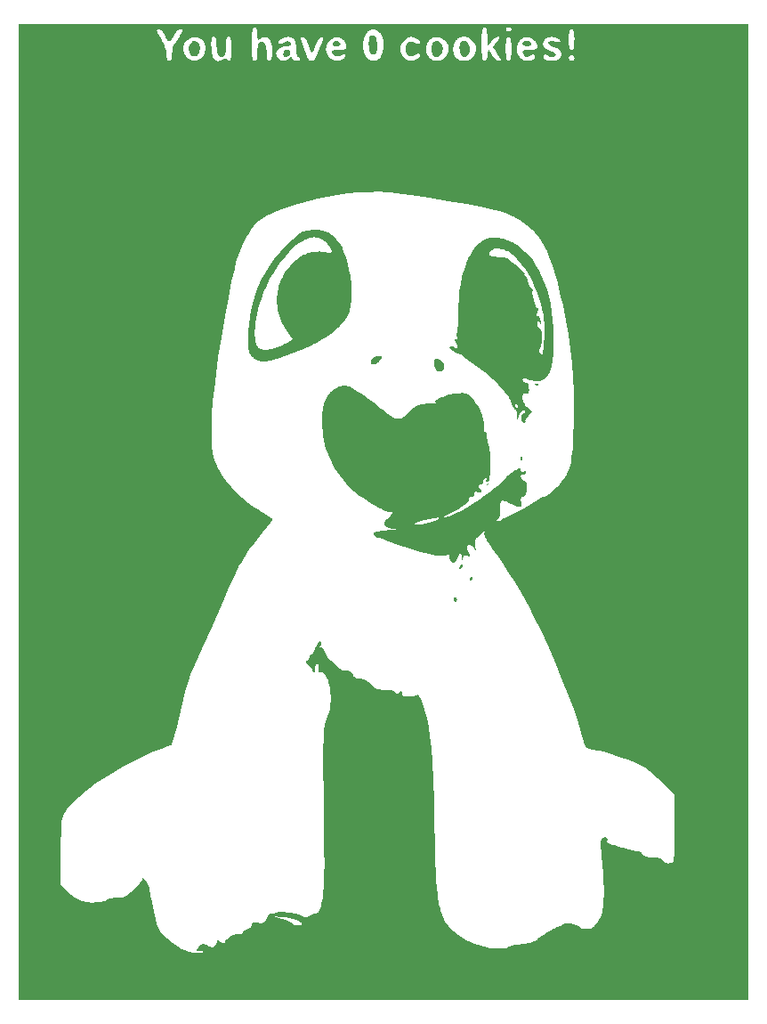
<source format=gbr>
%TF.GenerationSoftware,KiCad,Pcbnew,9.0.6-9.0.6~ubuntu24.04.1*%
%TF.CreationDate,2025-12-14T21:08:24-05:00*%
%TF.ProjectId,haxmas day 2,6861786d-6173-4206-9461-7920322e6b69,rev?*%
%TF.SameCoordinates,Original*%
%TF.FileFunction,Legend,Top*%
%TF.FilePolarity,Positive*%
%FSLAX46Y46*%
G04 Gerber Fmt 4.6, Leading zero omitted, Abs format (unit mm)*
G04 Created by KiCad (PCBNEW 9.0.6-9.0.6~ubuntu24.04.1) date 2025-12-14 21:08:24*
%MOMM*%
%LPD*%
G01*
G04 APERTURE LIST*
%ADD10C,0.000000*%
G04 APERTURE END LIST*
D10*
G36*
X146871632Y-69505997D02*
G01*
X147156657Y-69542002D01*
X147293665Y-69570813D01*
X147427058Y-69606895D01*
X147556879Y-69650295D01*
X147683171Y-69701062D01*
X147805974Y-69759245D01*
X147925331Y-69824891D01*
X148041283Y-69898051D01*
X148153874Y-69978771D01*
X148263144Y-70067100D01*
X148369136Y-70163087D01*
X148471892Y-70266781D01*
X148571454Y-70378229D01*
X148761162Y-70624584D01*
X148938597Y-70902538D01*
X149104096Y-71212480D01*
X149257992Y-71554798D01*
X149400624Y-71929878D01*
X149532326Y-72338109D01*
X149653434Y-72779877D01*
X149764284Y-73255572D01*
X149825491Y-73552547D01*
X149876904Y-73859496D01*
X149918655Y-74173577D01*
X149950871Y-74491947D01*
X149973681Y-74811764D01*
X149987216Y-75130185D01*
X149991605Y-75444370D01*
X149986975Y-75751475D01*
X149973458Y-76048658D01*
X149951181Y-76333076D01*
X149920274Y-76601889D01*
X149880866Y-76852253D01*
X149833087Y-77081326D01*
X149777066Y-77286267D01*
X149712931Y-77464232D01*
X149640812Y-77612379D01*
X149524656Y-77808999D01*
X149388735Y-78007945D01*
X149234364Y-78208234D01*
X149062863Y-78408884D01*
X148875549Y-78608915D01*
X148673739Y-78807344D01*
X148458752Y-79003188D01*
X148231906Y-79195468D01*
X147994517Y-79383199D01*
X147747904Y-79565402D01*
X147493385Y-79741093D01*
X147232277Y-79909291D01*
X146965897Y-80069014D01*
X146695565Y-80219281D01*
X146422597Y-80359109D01*
X146148312Y-80487517D01*
X145432007Y-80790720D01*
X144723971Y-81074286D01*
X144042394Y-81331807D01*
X143405465Y-81556875D01*
X142831374Y-81743082D01*
X142573578Y-81819611D01*
X142338313Y-81884021D01*
X142127852Y-81935512D01*
X141944470Y-81973283D01*
X141790440Y-81996534D01*
X141668036Y-82004462D01*
X141586088Y-82002613D01*
X141505655Y-81997111D01*
X141426805Y-81988024D01*
X141349605Y-81975419D01*
X141274123Y-81959366D01*
X141200427Y-81939930D01*
X141128586Y-81917181D01*
X141058666Y-81891186D01*
X140990735Y-81862013D01*
X140924862Y-81829730D01*
X140861115Y-81794404D01*
X140799560Y-81756104D01*
X140740266Y-81714897D01*
X140683301Y-81670851D01*
X140628732Y-81624033D01*
X140576627Y-81574513D01*
X140527055Y-81522356D01*
X140480083Y-81467633D01*
X140435778Y-81410409D01*
X140394209Y-81350753D01*
X140355444Y-81288733D01*
X140319550Y-81224417D01*
X140286595Y-81157872D01*
X140256646Y-81089167D01*
X140229773Y-81018368D01*
X140206042Y-80945545D01*
X140185522Y-80870764D01*
X140168280Y-80794094D01*
X140154384Y-80715602D01*
X140143901Y-80635357D01*
X140136901Y-80553425D01*
X140133450Y-80469876D01*
X140132360Y-79789341D01*
X140161446Y-79128769D01*
X140783609Y-79128769D01*
X140785543Y-79480298D01*
X140809620Y-79805729D01*
X140856590Y-80101499D01*
X140927202Y-80364041D01*
X140953424Y-80432721D01*
X140985670Y-80496553D01*
X141023761Y-80555546D01*
X141067521Y-80609712D01*
X141116771Y-80659058D01*
X141171334Y-80703596D01*
X141231033Y-80743333D01*
X141295689Y-80778281D01*
X141365126Y-80808449D01*
X141439164Y-80833847D01*
X141517628Y-80854484D01*
X141600339Y-80870369D01*
X141777791Y-80887927D01*
X141970101Y-80886596D01*
X142175846Y-80866455D01*
X142393606Y-80827582D01*
X142621960Y-80770053D01*
X142859486Y-80693946D01*
X143104764Y-80599339D01*
X143356372Y-80486310D01*
X143612890Y-80354935D01*
X143872896Y-80205292D01*
X144419701Y-79870156D01*
X143943451Y-79270434D01*
X143784792Y-79049492D01*
X143639494Y-78823540D01*
X143507484Y-78593047D01*
X143388687Y-78358482D01*
X143283029Y-78120312D01*
X143190435Y-77879006D01*
X143110831Y-77635033D01*
X143044143Y-77388859D01*
X142990297Y-77140955D01*
X142949218Y-76891788D01*
X142920832Y-76641826D01*
X142905065Y-76391539D01*
X142901842Y-76141393D01*
X142911089Y-75891858D01*
X142932732Y-75643401D01*
X142966697Y-75396492D01*
X143012909Y-75151598D01*
X143071295Y-74909187D01*
X143141779Y-74669729D01*
X143224287Y-74433691D01*
X143318746Y-74201542D01*
X143425080Y-73973749D01*
X143543216Y-73750782D01*
X143673080Y-73533109D01*
X143814596Y-73321198D01*
X143967691Y-73115516D01*
X144132291Y-72916534D01*
X144308320Y-72724718D01*
X144495706Y-72540538D01*
X144694373Y-72364461D01*
X144904248Y-72196956D01*
X145125256Y-72038491D01*
X145256109Y-71956041D01*
X145396523Y-71880774D01*
X145545308Y-71812845D01*
X145701276Y-71752409D01*
X145863239Y-71699622D01*
X146030007Y-71654637D01*
X146200393Y-71617611D01*
X146373208Y-71588698D01*
X146547263Y-71568053D01*
X146721369Y-71555832D01*
X146894339Y-71552189D01*
X147064983Y-71557279D01*
X147232114Y-71571257D01*
X147394541Y-71594279D01*
X147551078Y-71626499D01*
X147700535Y-71668072D01*
X147751644Y-71684162D01*
X147799142Y-71696128D01*
X147843036Y-71704083D01*
X147883331Y-71708139D01*
X147920036Y-71708410D01*
X147953155Y-71705008D01*
X147982695Y-71698048D01*
X148008664Y-71687641D01*
X148031066Y-71673901D01*
X148049910Y-71656941D01*
X148065201Y-71636874D01*
X148076945Y-71613812D01*
X148085150Y-71587870D01*
X148089821Y-71559160D01*
X148090966Y-71527795D01*
X148088590Y-71493889D01*
X148082699Y-71457553D01*
X148073302Y-71418902D01*
X148060403Y-71378048D01*
X148044010Y-71335104D01*
X148024129Y-71290184D01*
X148000765Y-71243400D01*
X147943620Y-71144694D01*
X147872625Y-71039890D01*
X147787833Y-70929892D01*
X147689295Y-70815605D01*
X147577063Y-70697933D01*
X147450794Y-70581747D01*
X147320149Y-70481160D01*
X147185299Y-70396063D01*
X147046415Y-70326346D01*
X146903668Y-70271899D01*
X146757229Y-70232614D01*
X146607270Y-70208378D01*
X146453962Y-70199084D01*
X146297475Y-70204621D01*
X146137982Y-70224880D01*
X145975653Y-70259749D01*
X145810659Y-70309121D01*
X145643172Y-70372884D01*
X145473362Y-70450930D01*
X145301402Y-70543148D01*
X145127462Y-70649428D01*
X144951713Y-70769661D01*
X144774326Y-70903736D01*
X144415326Y-71212977D01*
X144051829Y-71576271D01*
X143685207Y-71992740D01*
X143316827Y-72461506D01*
X142948060Y-72981689D01*
X142580274Y-73552412D01*
X142214840Y-74172797D01*
X142009499Y-74559362D01*
X141817310Y-74962619D01*
X141639022Y-75379001D01*
X141475384Y-75804944D01*
X141327146Y-76236881D01*
X141195057Y-76671247D01*
X141079866Y-77104476D01*
X140982322Y-77533002D01*
X140903175Y-77953261D01*
X140843175Y-78361685D01*
X140803070Y-78754710D01*
X140783609Y-79128769D01*
X140161446Y-79128769D01*
X140161941Y-79117539D01*
X140221856Y-78455349D01*
X140311768Y-77803649D01*
X140431344Y-77163318D01*
X140580245Y-76535234D01*
X140758137Y-75920276D01*
X140964684Y-75319322D01*
X141199549Y-74733251D01*
X141462397Y-74162941D01*
X141752892Y-73609271D01*
X142070698Y-73073119D01*
X142415479Y-72555364D01*
X142786899Y-72056885D01*
X143184622Y-71578559D01*
X143608313Y-71121266D01*
X143867694Y-70860162D01*
X144125628Y-70610014D01*
X144375707Y-70376816D01*
X144611524Y-70166563D01*
X144722081Y-70071913D01*
X144826670Y-69985248D01*
X144924490Y-69907316D01*
X145014738Y-69838866D01*
X145096616Y-69780648D01*
X145169320Y-69733412D01*
X145232051Y-69697906D01*
X145284008Y-69674879D01*
X145331025Y-69658365D01*
X145385638Y-69641979D01*
X145514967Y-69610112D01*
X145666620Y-69580312D01*
X145835222Y-69553613D01*
X146015400Y-69531048D01*
X146201780Y-69513650D01*
X146388986Y-69502453D01*
X146571646Y-69498492D01*
X146871632Y-69505997D01*
G37*
G36*
X160518286Y-101288347D02*
G01*
X160525531Y-101288768D01*
X160532678Y-101289566D01*
X160539709Y-101290746D01*
X160546605Y-101292310D01*
X160553345Y-101294261D01*
X160559911Y-101296603D01*
X160566284Y-101299340D01*
X160572443Y-101302473D01*
X160578370Y-101306007D01*
X160584044Y-101309945D01*
X160589448Y-101314290D01*
X160594561Y-101319044D01*
X160597611Y-101324260D01*
X160600150Y-101329969D01*
X160602186Y-101336150D01*
X160603725Y-101342780D01*
X160604772Y-101349836D01*
X160605335Y-101357296D01*
X160605034Y-101373337D01*
X160602872Y-101390722D01*
X160598902Y-101409269D01*
X160593174Y-101428798D01*
X160585741Y-101449128D01*
X160576655Y-101470079D01*
X160565966Y-101491469D01*
X160553727Y-101513117D01*
X160539990Y-101534843D01*
X160524805Y-101556466D01*
X160508225Y-101577805D01*
X160490302Y-101598678D01*
X160471087Y-101618906D01*
X160459616Y-101630171D01*
X160448362Y-101640812D01*
X160437334Y-101650827D01*
X160426542Y-101660212D01*
X160415995Y-101668964D01*
X160405704Y-101677080D01*
X160395677Y-101684556D01*
X160385925Y-101691390D01*
X160376457Y-101697578D01*
X160367283Y-101703116D01*
X160358412Y-101708002D01*
X160349855Y-101712232D01*
X160341620Y-101715804D01*
X160333719Y-101718713D01*
X160326159Y-101720958D01*
X160318952Y-101722533D01*
X160312107Y-101723437D01*
X160305633Y-101723665D01*
X160299540Y-101723216D01*
X160293837Y-101722085D01*
X160288536Y-101720269D01*
X160283644Y-101717765D01*
X160279172Y-101714571D01*
X160275130Y-101710681D01*
X160271527Y-101706094D01*
X160268374Y-101700807D01*
X160265678Y-101694815D01*
X160263451Y-101688116D01*
X160261702Y-101680706D01*
X160260441Y-101672582D01*
X160259677Y-101663742D01*
X160259420Y-101654181D01*
X160260032Y-101633954D01*
X160261832Y-101613080D01*
X160264769Y-101591742D01*
X160268791Y-101570120D01*
X160273847Y-101548394D01*
X160279885Y-101526746D01*
X160286852Y-101505357D01*
X160294699Y-101484406D01*
X160303372Y-101464076D01*
X160312820Y-101444547D01*
X160322992Y-101426000D01*
X160333836Y-101408615D01*
X160345299Y-101392575D01*
X160357332Y-101378058D01*
X160363545Y-101371428D01*
X160369881Y-101365247D01*
X160376333Y-101359538D01*
X160382895Y-101354323D01*
X160388007Y-101347863D01*
X160393411Y-101341717D01*
X160399086Y-101335888D01*
X160405012Y-101330378D01*
X160411171Y-101325191D01*
X160417544Y-101320331D01*
X160424110Y-101315800D01*
X160430850Y-101311601D01*
X160437746Y-101307739D01*
X160444777Y-101304216D01*
X160451925Y-101301035D01*
X160459169Y-101298200D01*
X160466491Y-101295713D01*
X160473871Y-101293579D01*
X160481290Y-101291800D01*
X160488728Y-101290379D01*
X160496166Y-101289321D01*
X160503585Y-101288627D01*
X160510964Y-101288301D01*
X160518286Y-101288347D01*
G37*
G36*
X163665931Y-70232708D02*
G01*
X163852858Y-70246459D01*
X164044719Y-70272844D01*
X164241283Y-70311890D01*
X164442318Y-70363622D01*
X164647589Y-70428067D01*
X164856866Y-70505250D01*
X165069916Y-70595197D01*
X165286505Y-70697933D01*
X165713800Y-70936902D01*
X166121872Y-71228891D01*
X166509686Y-71571523D01*
X166876210Y-71962421D01*
X167220410Y-72399208D01*
X167541251Y-72879506D01*
X167837702Y-73400938D01*
X168108727Y-73961128D01*
X168353294Y-74557698D01*
X168570370Y-75188272D01*
X168758920Y-75850471D01*
X168917911Y-76541919D01*
X169046309Y-77260239D01*
X169143082Y-78003053D01*
X169207195Y-78767985D01*
X169237616Y-79552656D01*
X169240889Y-79993930D01*
X169237340Y-80405593D01*
X169226764Y-80788627D01*
X169208953Y-81144014D01*
X169183700Y-81472737D01*
X169150800Y-81775776D01*
X169110044Y-82054113D01*
X169061227Y-82308732D01*
X169033731Y-82427453D01*
X169004142Y-82540613D01*
X168972434Y-82648333D01*
X168938581Y-82750738D01*
X168902558Y-82847949D01*
X168864339Y-82940089D01*
X168823898Y-83027281D01*
X168781209Y-83109648D01*
X168736246Y-83187313D01*
X168688983Y-83260397D01*
X168639395Y-83329025D01*
X168587456Y-83393318D01*
X168533140Y-83453400D01*
X168476420Y-83509392D01*
X168417272Y-83561419D01*
X168355669Y-83609602D01*
X168262984Y-83671816D01*
X168175595Y-83726149D01*
X168091772Y-83772575D01*
X168009784Y-83811070D01*
X167927898Y-83841606D01*
X167844385Y-83864158D01*
X167757513Y-83878700D01*
X167665551Y-83885207D01*
X167566767Y-83883652D01*
X167459431Y-83874009D01*
X167341811Y-83856254D01*
X167212176Y-83830360D01*
X167068796Y-83796301D01*
X166909938Y-83754051D01*
X166538866Y-83644877D01*
X166500629Y-83635997D01*
X166482604Y-83632348D01*
X166465312Y-83629236D01*
X166448757Y-83626666D01*
X166432941Y-83624645D01*
X166417868Y-83623179D01*
X166403541Y-83622276D01*
X166389964Y-83621941D01*
X166377139Y-83622181D01*
X166365070Y-83623002D01*
X166353760Y-83624412D01*
X166343212Y-83626415D01*
X166333429Y-83629019D01*
X166324415Y-83632231D01*
X166316174Y-83636056D01*
X166308707Y-83640501D01*
X166302019Y-83645573D01*
X166296112Y-83651278D01*
X166290990Y-83657622D01*
X166286657Y-83664613D01*
X166283114Y-83672255D01*
X166280366Y-83680557D01*
X166278416Y-83689524D01*
X166277267Y-83699163D01*
X166276922Y-83709480D01*
X166277385Y-83720482D01*
X166278658Y-83732176D01*
X166280745Y-83744567D01*
X166283649Y-83757662D01*
X166287374Y-83771467D01*
X166291922Y-83785990D01*
X166302856Y-83812017D01*
X166315728Y-83837115D01*
X166330408Y-83861179D01*
X166346768Y-83884106D01*
X166364679Y-83905793D01*
X166384010Y-83926136D01*
X166404634Y-83945032D01*
X166426420Y-83962378D01*
X166449239Y-83978071D01*
X166472963Y-83992006D01*
X166497462Y-84004081D01*
X166522607Y-84014193D01*
X166548269Y-84022237D01*
X166574318Y-84028111D01*
X166587447Y-84030202D01*
X166600625Y-84031711D01*
X166613836Y-84032627D01*
X166627062Y-84032934D01*
X166641737Y-84033502D01*
X166655996Y-84035200D01*
X166669835Y-84038021D01*
X166683251Y-84041961D01*
X166696240Y-84047011D01*
X166708800Y-84053166D01*
X166720927Y-84060419D01*
X166732618Y-84068763D01*
X166743870Y-84078193D01*
X166754680Y-84088702D01*
X166774958Y-84112929D01*
X166793428Y-84141394D01*
X166810063Y-84174045D01*
X166824838Y-84210830D01*
X166837727Y-84251698D01*
X166848703Y-84296596D01*
X166857742Y-84345474D01*
X166864817Y-84398278D01*
X166869903Y-84454959D01*
X166872973Y-84515464D01*
X166874003Y-84579741D01*
X166876255Y-84658336D01*
X166876312Y-84728948D01*
X166875476Y-84761348D01*
X166874043Y-84791859D01*
X166871996Y-84820517D01*
X166869319Y-84847355D01*
X166865997Y-84872412D01*
X166862012Y-84895720D01*
X166857349Y-84917317D01*
X166851991Y-84937238D01*
X166845923Y-84955518D01*
X166839128Y-84972193D01*
X166831591Y-84987298D01*
X166823294Y-85000869D01*
X166814222Y-85012941D01*
X166804359Y-85023550D01*
X166793689Y-85032732D01*
X166782195Y-85040521D01*
X166769861Y-85046954D01*
X166756671Y-85052066D01*
X166742610Y-85055893D01*
X166727660Y-85058470D01*
X166711805Y-85059832D01*
X166695031Y-85060015D01*
X166677319Y-85059055D01*
X166658655Y-85056987D01*
X166639022Y-85053847D01*
X166618404Y-85049670D01*
X166596785Y-85044492D01*
X166574148Y-85038348D01*
X166527995Y-85029828D01*
X166485427Y-85027237D01*
X166446412Y-85030306D01*
X166410917Y-85038762D01*
X166378911Y-85052333D01*
X166350360Y-85070749D01*
X166325233Y-85093739D01*
X166303497Y-85121031D01*
X166285121Y-85152353D01*
X166270071Y-85187435D01*
X166258315Y-85226005D01*
X166249822Y-85267792D01*
X166244558Y-85312524D01*
X166242492Y-85359931D01*
X166243591Y-85409740D01*
X166247823Y-85461682D01*
X166265556Y-85570874D01*
X166295434Y-85685337D01*
X166337197Y-85802900D01*
X166390588Y-85921394D01*
X166455347Y-86038647D01*
X166491909Y-86096131D01*
X166531217Y-86152490D01*
X166573237Y-86207454D01*
X166617938Y-86260752D01*
X166665288Y-86312111D01*
X166715254Y-86361262D01*
X167173868Y-86784601D01*
X166803450Y-87190295D01*
X166765019Y-87230339D01*
X166729173Y-87270875D01*
X166696013Y-87311566D01*
X166665645Y-87352076D01*
X166638170Y-87392069D01*
X166613693Y-87431209D01*
X166592317Y-87469161D01*
X166574144Y-87505589D01*
X166559279Y-87540156D01*
X166553119Y-87556637D01*
X166547824Y-87572527D01*
X166543408Y-87587783D01*
X166539883Y-87602365D01*
X166537263Y-87616230D01*
X166535560Y-87629336D01*
X166534787Y-87641640D01*
X166534957Y-87653102D01*
X166536083Y-87663679D01*
X166538178Y-87673329D01*
X166541255Y-87682010D01*
X166545326Y-87689680D01*
X166550406Y-87696297D01*
X166556505Y-87701819D01*
X166561157Y-87708381D01*
X166565191Y-87714833D01*
X166568612Y-87721169D01*
X166571423Y-87727382D01*
X166573626Y-87733466D01*
X166575225Y-87739414D01*
X166576224Y-87745220D01*
X166576625Y-87750878D01*
X166576432Y-87756380D01*
X166575647Y-87761721D01*
X166574275Y-87766894D01*
X166572319Y-87771893D01*
X166569780Y-87776711D01*
X166566664Y-87781341D01*
X166562973Y-87785778D01*
X166558710Y-87790015D01*
X166553879Y-87794044D01*
X166548482Y-87797861D01*
X166542524Y-87801458D01*
X166536007Y-87804829D01*
X166528934Y-87807967D01*
X166521309Y-87810866D01*
X166513135Y-87813520D01*
X166504415Y-87815922D01*
X166485350Y-87819944D01*
X166464141Y-87822881D01*
X166440813Y-87824681D01*
X166415392Y-87825293D01*
X166402218Y-87824729D01*
X166389166Y-87823054D01*
X166376257Y-87820293D01*
X166363509Y-87816473D01*
X166350942Y-87811620D01*
X166338576Y-87805759D01*
X166326428Y-87798916D01*
X166314520Y-87791118D01*
X166291498Y-87772755D01*
X166269665Y-87750879D01*
X166249175Y-87725695D01*
X166230184Y-87697411D01*
X166212847Y-87666233D01*
X166197318Y-87632368D01*
X166183753Y-87596022D01*
X166172306Y-87557403D01*
X166163133Y-87516716D01*
X166156390Y-87474170D01*
X166152230Y-87429969D01*
X166150808Y-87384321D01*
X166148540Y-87332860D01*
X166148188Y-87308231D01*
X166148364Y-87284345D01*
X166149069Y-87261208D01*
X166150306Y-87238826D01*
X166152080Y-87217207D01*
X166154394Y-87196357D01*
X166157249Y-87176282D01*
X166160651Y-87156988D01*
X166164602Y-87138483D01*
X166169105Y-87120772D01*
X166174163Y-87103862D01*
X166179781Y-87087759D01*
X166185960Y-87072471D01*
X166192704Y-87058002D01*
X166200017Y-87044361D01*
X166207902Y-87031553D01*
X166216361Y-87019584D01*
X166225399Y-87008462D01*
X166235017Y-86998192D01*
X166245221Y-86988782D01*
X166256012Y-86980237D01*
X166267394Y-86972564D01*
X166279371Y-86965770D01*
X166291945Y-86959861D01*
X166305120Y-86954843D01*
X166318898Y-86950723D01*
X166333284Y-86947507D01*
X166348281Y-86945202D01*
X166363891Y-86943814D01*
X166380118Y-86943350D01*
X166393088Y-86943094D01*
X166405538Y-86942338D01*
X166417465Y-86941097D01*
X166428865Y-86939388D01*
X166439736Y-86937227D01*
X166450074Y-86934630D01*
X166459876Y-86931612D01*
X166469138Y-86928192D01*
X166477858Y-86924383D01*
X166486032Y-86920203D01*
X166493658Y-86915668D01*
X166500730Y-86910794D01*
X166507248Y-86905596D01*
X166513206Y-86900092D01*
X166518602Y-86894298D01*
X166523434Y-86888228D01*
X166527697Y-86881901D01*
X166531388Y-86875331D01*
X166534504Y-86868535D01*
X166537042Y-86861529D01*
X166538999Y-86854329D01*
X166540371Y-86846952D01*
X166541155Y-86839413D01*
X166541348Y-86831729D01*
X166540947Y-86823916D01*
X166539948Y-86815989D01*
X166538349Y-86807966D01*
X166536146Y-86799862D01*
X166533335Y-86791694D01*
X166529914Y-86783477D01*
X166525879Y-86775228D01*
X166521227Y-86766962D01*
X166505587Y-86744002D01*
X166488507Y-86724665D01*
X166470097Y-86708855D01*
X166450465Y-86696476D01*
X166429723Y-86687429D01*
X166407979Y-86681618D01*
X166385344Y-86678947D01*
X166361927Y-86679319D01*
X166337838Y-86682636D01*
X166313187Y-86688801D01*
X166288085Y-86697718D01*
X166262639Y-86709291D01*
X166236962Y-86723421D01*
X166211161Y-86740012D01*
X166185348Y-86758968D01*
X166159631Y-86780190D01*
X166134122Y-86803583D01*
X166108928Y-86829050D01*
X166059930Y-86885816D01*
X166013516Y-86949714D01*
X165970565Y-87019968D01*
X165931954Y-87095803D01*
X165914550Y-87135571D01*
X165898562Y-87176444D01*
X165884098Y-87218325D01*
X165871268Y-87261116D01*
X165860182Y-87304721D01*
X165850950Y-87349043D01*
X165841235Y-87394923D01*
X165831933Y-87433310D01*
X165823045Y-87464152D01*
X165814570Y-87487398D01*
X165806509Y-87502996D01*
X165802633Y-87507910D01*
X165798861Y-87510894D01*
X165795192Y-87511939D01*
X165791626Y-87511040D01*
X165788164Y-87508190D01*
X165784805Y-87503383D01*
X165778397Y-87487871D01*
X165772403Y-87464453D01*
X165766822Y-87433077D01*
X165761654Y-87393690D01*
X165756899Y-87346242D01*
X165752558Y-87290681D01*
X165745115Y-87155012D01*
X165744108Y-87099258D01*
X165741188Y-87044667D01*
X165736511Y-86991574D01*
X165730233Y-86940316D01*
X165722507Y-86891228D01*
X165713490Y-86844646D01*
X165703336Y-86800906D01*
X165692200Y-86760345D01*
X165680237Y-86723297D01*
X165667602Y-86690099D01*
X165661081Y-86675049D01*
X165654451Y-86661088D01*
X165647729Y-86648256D01*
X165640937Y-86636597D01*
X165634093Y-86626153D01*
X165627217Y-86616964D01*
X165620328Y-86609075D01*
X165613445Y-86602525D01*
X165606589Y-86597358D01*
X165599777Y-86593615D01*
X165593030Y-86591339D01*
X165586367Y-86590571D01*
X165579447Y-86589750D01*
X165571937Y-86587315D01*
X165555258Y-86577755D01*
X165536565Y-86562200D01*
X165516088Y-86540961D01*
X165494062Y-86514348D01*
X165470717Y-86482670D01*
X165446287Y-86446238D01*
X165421004Y-86405362D01*
X165395101Y-86360352D01*
X165368811Y-86311518D01*
X165342365Y-86259170D01*
X165332219Y-86237795D01*
X165551088Y-86237795D01*
X165551345Y-86246060D01*
X165552105Y-86254310D01*
X165553356Y-86262527D01*
X165555085Y-86270695D01*
X165557279Y-86278799D01*
X165559925Y-86286822D01*
X165563010Y-86294748D01*
X165566522Y-86302562D01*
X165570447Y-86310246D01*
X165574773Y-86317785D01*
X165579486Y-86325162D01*
X165584574Y-86332362D01*
X165590024Y-86339368D01*
X165595822Y-86346163D01*
X165601956Y-86352733D01*
X165608414Y-86359061D01*
X165615181Y-86365130D01*
X165622246Y-86370925D01*
X165629594Y-86376429D01*
X165637215Y-86381626D01*
X165645093Y-86386501D01*
X165653217Y-86391036D01*
X165661573Y-86395216D01*
X165670150Y-86399024D01*
X165678932Y-86402445D01*
X165687909Y-86405462D01*
X165697067Y-86408060D01*
X165706392Y-86410221D01*
X165715873Y-86411930D01*
X165725495Y-86413171D01*
X165735247Y-86413927D01*
X165745115Y-86414183D01*
X165753228Y-86413927D01*
X165761023Y-86413171D01*
X165768496Y-86411930D01*
X165775639Y-86410221D01*
X165782447Y-86408060D01*
X165788912Y-86405462D01*
X165795028Y-86402445D01*
X165800789Y-86399024D01*
X165806188Y-86395216D01*
X165811219Y-86391036D01*
X165815875Y-86386501D01*
X165820151Y-86381626D01*
X165824038Y-86376429D01*
X165827532Y-86370925D01*
X165830625Y-86365130D01*
X165833311Y-86359061D01*
X165835584Y-86352733D01*
X165837437Y-86346163D01*
X165838863Y-86339368D01*
X165839857Y-86332362D01*
X165840411Y-86325162D01*
X165840520Y-86317785D01*
X165840177Y-86310246D01*
X165839375Y-86302562D01*
X165838107Y-86294748D01*
X165836369Y-86286822D01*
X165834152Y-86278799D01*
X165831451Y-86270695D01*
X165828259Y-86262527D01*
X165824569Y-86254310D01*
X165820376Y-86246060D01*
X165815672Y-86237795D01*
X165805354Y-86218373D01*
X165794313Y-86199830D01*
X165782652Y-86182216D01*
X165770474Y-86165585D01*
X165757882Y-86149987D01*
X165744980Y-86135474D01*
X165731872Y-86122098D01*
X165718659Y-86109911D01*
X165705447Y-86098964D01*
X165692338Y-86089309D01*
X165679436Y-86080998D01*
X165666844Y-86074082D01*
X165660696Y-86071163D01*
X165654665Y-86068613D01*
X165648763Y-86066437D01*
X165643002Y-86064642D01*
X165637397Y-86063235D01*
X165631960Y-86062222D01*
X165626704Y-86061609D01*
X165621641Y-86061404D01*
X165618335Y-86061609D01*
X165615036Y-86062222D01*
X165611749Y-86063235D01*
X165608482Y-86064642D01*
X165602032Y-86068613D01*
X165595736Y-86074082D01*
X165589647Y-86080998D01*
X165583816Y-86089309D01*
X165578296Y-86098964D01*
X165573137Y-86109911D01*
X165568391Y-86122098D01*
X165564111Y-86135474D01*
X165560347Y-86149987D01*
X165557152Y-86165585D01*
X165554577Y-86182216D01*
X165552673Y-86199830D01*
X165551493Y-86218373D01*
X165551088Y-86237795D01*
X165332219Y-86237795D01*
X165315997Y-86203618D01*
X165289938Y-86145172D01*
X165264423Y-86084143D01*
X165239682Y-86020839D01*
X165215948Y-85955572D01*
X165191595Y-85888681D01*
X165164995Y-85820628D01*
X165136379Y-85751902D01*
X165105980Y-85682996D01*
X165074032Y-85614400D01*
X165040765Y-85546604D01*
X165006413Y-85480101D01*
X164971209Y-85415381D01*
X164935385Y-85352934D01*
X164899173Y-85293252D01*
X164862806Y-85236826D01*
X164826517Y-85184147D01*
X164790537Y-85135704D01*
X164755101Y-85091991D01*
X164720439Y-85053496D01*
X164686785Y-85020712D01*
X164620260Y-84951843D01*
X164541540Y-84866645D01*
X164358259Y-84661317D01*
X163963587Y-84209322D01*
X163836252Y-84066911D01*
X163669204Y-83900160D01*
X163467378Y-83712841D01*
X163235709Y-83508728D01*
X162702581Y-83065206D01*
X162109301Y-82599773D01*
X161495351Y-82142609D01*
X160900211Y-81723892D01*
X160363362Y-81373802D01*
X160129134Y-81233922D01*
X159924284Y-81122517D01*
X159823386Y-81071228D01*
X159732254Y-81023091D01*
X159690303Y-81000157D01*
X159650735Y-80977952D01*
X159613531Y-80956458D01*
X159578672Y-80935655D01*
X159546138Y-80915524D01*
X159515911Y-80896045D01*
X159487970Y-80877199D01*
X159462296Y-80858967D01*
X159438871Y-80841329D01*
X159417674Y-80824266D01*
X159398686Y-80807759D01*
X159381888Y-80791788D01*
X159367260Y-80776333D01*
X159354784Y-80761376D01*
X159344439Y-80746897D01*
X159336206Y-80732877D01*
X159330066Y-80719296D01*
X159326000Y-80706134D01*
X159323988Y-80693373D01*
X159323746Y-80687137D01*
X159324011Y-80680994D01*
X159324779Y-80674941D01*
X159326049Y-80668976D01*
X159327817Y-80663096D01*
X159330082Y-80657300D01*
X159336093Y-80645947D01*
X159344061Y-80634898D01*
X159353967Y-80624133D01*
X159365791Y-80613633D01*
X159379514Y-80603378D01*
X159395117Y-80593350D01*
X159408345Y-80583840D01*
X159421563Y-80575147D01*
X159434761Y-80567261D01*
X159447931Y-80560174D01*
X159461061Y-80553874D01*
X159474144Y-80548353D01*
X159487168Y-80543600D01*
X159500124Y-80539606D01*
X159513002Y-80536362D01*
X159525794Y-80533857D01*
X159538488Y-80532083D01*
X159551076Y-80531028D01*
X159563548Y-80530684D01*
X159575894Y-80531041D01*
X159588104Y-80532089D01*
X159600168Y-80533819D01*
X159612078Y-80536220D01*
X159623823Y-80539284D01*
X159635393Y-80542999D01*
X159646780Y-80547358D01*
X159657972Y-80552349D01*
X159668962Y-80557964D01*
X159679738Y-80564193D01*
X159690291Y-80571025D01*
X159700611Y-80578452D01*
X159710690Y-80586464D01*
X159720516Y-80595050D01*
X159730081Y-80604201D01*
X159739375Y-80613908D01*
X159748388Y-80624161D01*
X159757110Y-80634950D01*
X159765532Y-80646265D01*
X159772248Y-80655979D01*
X159779161Y-80665274D01*
X159786262Y-80674142D01*
X159793541Y-80682577D01*
X159800987Y-80690573D01*
X159808591Y-80698123D01*
X159816344Y-80705221D01*
X159824236Y-80711860D01*
X159832258Y-80718034D01*
X159840398Y-80723737D01*
X159848649Y-80728962D01*
X159856999Y-80733702D01*
X159865440Y-80737952D01*
X159873962Y-80741704D01*
X159882555Y-80744952D01*
X159891209Y-80747690D01*
X159899915Y-80749911D01*
X159908662Y-80751608D01*
X159917442Y-80752777D01*
X159926245Y-80753408D01*
X159935061Y-80753498D01*
X159943880Y-80753038D01*
X159952692Y-80752023D01*
X159961488Y-80750446D01*
X159970259Y-80748300D01*
X159978994Y-80745579D01*
X159987684Y-80742277D01*
X159996318Y-80738387D01*
X160004889Y-80733903D01*
X160013385Y-80728818D01*
X160021797Y-80723126D01*
X160030115Y-80716820D01*
X160036420Y-80709747D01*
X160042109Y-80701782D01*
X160047183Y-80692965D01*
X160051647Y-80683334D01*
X160058757Y-80661785D01*
X160063464Y-80637446D01*
X160065794Y-80610626D01*
X160065773Y-80581636D01*
X160063426Y-80550785D01*
X160058779Y-80518384D01*
X160051858Y-80484743D01*
X160042690Y-80450172D01*
X160031299Y-80414980D01*
X160017713Y-80379479D01*
X160001955Y-80343977D01*
X159984054Y-80308785D01*
X159964033Y-80274214D01*
X159941919Y-80240572D01*
X159927501Y-80217834D01*
X159914010Y-80195916D01*
X159901443Y-80174811D01*
X159889796Y-80154514D01*
X159879066Y-80135018D01*
X159869250Y-80116317D01*
X159860345Y-80098404D01*
X159852348Y-80081272D01*
X159845255Y-80064915D01*
X159839063Y-80049327D01*
X159833769Y-80034502D01*
X159829369Y-80020432D01*
X159825861Y-80007111D01*
X159823242Y-79994533D01*
X159821507Y-79982692D01*
X159820654Y-79971580D01*
X159820679Y-79961192D01*
X159821580Y-79951521D01*
X159823352Y-79942560D01*
X159825994Y-79934304D01*
X159829501Y-79926745D01*
X159833870Y-79919878D01*
X159839099Y-79913695D01*
X159845183Y-79908190D01*
X159852121Y-79903357D01*
X159859907Y-79899190D01*
X159868540Y-79895681D01*
X159878016Y-79892825D01*
X159888331Y-79890614D01*
X159899483Y-79889044D01*
X159911469Y-79888106D01*
X159924284Y-79887795D01*
X159934049Y-79887487D01*
X159943494Y-79886572D01*
X159952610Y-79885062D01*
X159961387Y-79882972D01*
X159969815Y-79880312D01*
X159977885Y-79877098D01*
X159985586Y-79873340D01*
X159992909Y-79869053D01*
X159999845Y-79864249D01*
X160006384Y-79858942D01*
X160012515Y-79853143D01*
X160018230Y-79846867D01*
X160023519Y-79840125D01*
X160028372Y-79832931D01*
X160032779Y-79825298D01*
X160036730Y-79817239D01*
X160040217Y-79808766D01*
X160043229Y-79799893D01*
X160045756Y-79790632D01*
X160047789Y-79780997D01*
X160049318Y-79770999D01*
X160050334Y-79760653D01*
X160050827Y-79749972D01*
X160050786Y-79738967D01*
X160050203Y-79727652D01*
X160049068Y-79716040D01*
X160047371Y-79704144D01*
X160045102Y-79691976D01*
X160042251Y-79679551D01*
X160038810Y-79666879D01*
X160034768Y-79653976D01*
X160030115Y-79640852D01*
X160020814Y-79614217D01*
X160012753Y-79587349D01*
X160005932Y-79560429D01*
X160000351Y-79533639D01*
X159996011Y-79507159D01*
X159992910Y-79481170D01*
X159991050Y-79455852D01*
X159990430Y-79431388D01*
X159991050Y-79407957D01*
X159992910Y-79385740D01*
X159996011Y-79364919D01*
X160000351Y-79345674D01*
X160002987Y-79336699D01*
X160005932Y-79328186D01*
X160009187Y-79320158D01*
X160012753Y-79312636D01*
X160016628Y-79305644D01*
X160020814Y-79299205D01*
X160025310Y-79293340D01*
X160030115Y-79288073D01*
X160043134Y-79267389D01*
X160055713Y-79225957D01*
X160079450Y-79085500D01*
X160101120Y-78876003D01*
X160120516Y-78606768D01*
X160137432Y-78287098D01*
X160151660Y-77926293D01*
X160171229Y-77118487D01*
X160182701Y-76637207D01*
X160203474Y-76175358D01*
X160232930Y-75737487D01*
X160270446Y-75328141D01*
X160315404Y-74951868D01*
X160367184Y-74613215D01*
X160395438Y-74459418D01*
X160425164Y-74316731D01*
X160456286Y-74185723D01*
X160488726Y-74066962D01*
X160609168Y-73657960D01*
X160724648Y-73255572D01*
X160894423Y-72655852D01*
X160908452Y-72608981D01*
X160923981Y-72561180D01*
X160940853Y-72512759D01*
X160958914Y-72464028D01*
X160978008Y-72415297D01*
X160997981Y-72366876D01*
X161018677Y-72319076D01*
X161039942Y-72272205D01*
X161061621Y-72226575D01*
X161083558Y-72182495D01*
X161105598Y-72140275D01*
X161127587Y-72100226D01*
X161149368Y-72062657D01*
X161170789Y-72027879D01*
X161191692Y-71996202D01*
X161211924Y-71967936D01*
X161248820Y-71914674D01*
X161292124Y-71849423D01*
X161339977Y-71775077D01*
X161341747Y-71772256D01*
X163092440Y-71772256D01*
X163092551Y-71797074D01*
X163096424Y-71820725D01*
X163104082Y-71843226D01*
X163115549Y-71864594D01*
X163130845Y-71884844D01*
X163149995Y-71903993D01*
X163173021Y-71922057D01*
X163199945Y-71939051D01*
X163230790Y-71954993D01*
X163265579Y-71969898D01*
X163347077Y-71996661D01*
X163444621Y-72019472D01*
X163558391Y-72038459D01*
X163688568Y-72053750D01*
X163835334Y-72065476D01*
X163998869Y-72073765D01*
X164111330Y-72078102D01*
X164217253Y-72084479D01*
X164316717Y-72092873D01*
X164409799Y-72103255D01*
X164496577Y-72115602D01*
X164577127Y-72129886D01*
X164651528Y-72146083D01*
X164719857Y-72164165D01*
X164751769Y-72173906D01*
X164782192Y-72184108D01*
X164811136Y-72194769D01*
X164838610Y-72205886D01*
X164864624Y-72217454D01*
X164889188Y-72229472D01*
X164912311Y-72241935D01*
X164934004Y-72254840D01*
X164954276Y-72268185D01*
X164973136Y-72281966D01*
X164990594Y-72296180D01*
X165006661Y-72310823D01*
X165021345Y-72325893D01*
X165034656Y-72341385D01*
X165046604Y-72357298D01*
X165057200Y-72373627D01*
X165074331Y-72402957D01*
X165092547Y-72431332D01*
X165111693Y-72458622D01*
X165131614Y-72484697D01*
X165152156Y-72509428D01*
X165173162Y-72532687D01*
X165194479Y-72554344D01*
X165215950Y-72574270D01*
X165237422Y-72592336D01*
X165258738Y-72608412D01*
X165279745Y-72622369D01*
X165300286Y-72634078D01*
X165310334Y-72639049D01*
X165320207Y-72643410D01*
X165329887Y-72647144D01*
X165339354Y-72650236D01*
X165348588Y-72652669D01*
X165357570Y-72654426D01*
X165366280Y-72655493D01*
X165374701Y-72655852D01*
X165393661Y-72658500D01*
X165417247Y-72666290D01*
X165445122Y-72678990D01*
X165476950Y-72696366D01*
X165512396Y-72718186D01*
X165551124Y-72744218D01*
X165592797Y-72774229D01*
X165637079Y-72807986D01*
X165683636Y-72845258D01*
X165732130Y-72885810D01*
X165782227Y-72929412D01*
X165833589Y-72975831D01*
X165885882Y-73024833D01*
X165938768Y-73076186D01*
X165991914Y-73129658D01*
X166044981Y-73185017D01*
X166099926Y-73237469D01*
X166152157Y-73288784D01*
X166201443Y-73338652D01*
X166247551Y-73386763D01*
X166290248Y-73432807D01*
X166329302Y-73476473D01*
X166364481Y-73517453D01*
X166395551Y-73555435D01*
X166422281Y-73590110D01*
X166444437Y-73621167D01*
X166461788Y-73648297D01*
X166468588Y-73660292D01*
X166474100Y-73671190D01*
X166478294Y-73680950D01*
X166481141Y-73689535D01*
X166482612Y-73696905D01*
X166482679Y-73703022D01*
X166481311Y-73707847D01*
X166480080Y-73709763D01*
X166478480Y-73711342D01*
X166474157Y-73713467D01*
X166468313Y-73714184D01*
X166463610Y-73714441D01*
X166459424Y-73715205D01*
X166455755Y-73716466D01*
X166452602Y-73718215D01*
X166449966Y-73720442D01*
X166447847Y-73723137D01*
X166446245Y-73726291D01*
X166445160Y-73729894D01*
X166444591Y-73733936D01*
X166444539Y-73738407D01*
X166445004Y-73743299D01*
X166445986Y-73748600D01*
X166449500Y-73760395D01*
X166455081Y-73773715D01*
X166462729Y-73788481D01*
X166472445Y-73804617D01*
X166484227Y-73822045D01*
X166498077Y-73840687D01*
X166513994Y-73860466D01*
X166531978Y-73881304D01*
X166552030Y-73903124D01*
X166574148Y-73925848D01*
X166596872Y-73950197D01*
X166618692Y-73976767D01*
X166639529Y-74005302D01*
X166659308Y-74035541D01*
X166677950Y-74067227D01*
X166695377Y-74100102D01*
X166711513Y-74133907D01*
X166726279Y-74168384D01*
X166739599Y-74203274D01*
X166751394Y-74238320D01*
X166761587Y-74273262D01*
X166770101Y-74307842D01*
X166776858Y-74341803D01*
X166781780Y-74374885D01*
X166784790Y-74406830D01*
X166785811Y-74437380D01*
X166787232Y-74467929D01*
X166791392Y-74499874D01*
X166798136Y-74532955D01*
X166807308Y-74566915D01*
X166818755Y-74601494D01*
X166832320Y-74636436D01*
X166847849Y-74671481D01*
X166865186Y-74706371D01*
X166884177Y-74740848D01*
X166904667Y-74774653D01*
X166926501Y-74807527D01*
X166949522Y-74839214D01*
X166973578Y-74869453D01*
X166998511Y-74897987D01*
X167024169Y-74924558D01*
X167050394Y-74948906D01*
X167076211Y-74972440D01*
X167100659Y-74996620D01*
X167123608Y-75021265D01*
X167144929Y-75046194D01*
X167164493Y-75071227D01*
X167182171Y-75096183D01*
X167197833Y-75120880D01*
X167211351Y-75145138D01*
X167222595Y-75168775D01*
X167227324Y-75180305D01*
X167231436Y-75191612D01*
X167234915Y-75202674D01*
X167237744Y-75213467D01*
X167239909Y-75223970D01*
X167241392Y-75234160D01*
X167242177Y-75244013D01*
X167242248Y-75253508D01*
X167241590Y-75262622D01*
X167240185Y-75271333D01*
X167238018Y-75279616D01*
X167235072Y-75287451D01*
X167231333Y-75294815D01*
X167226782Y-75301684D01*
X167215282Y-75326915D01*
X167207132Y-75359255D01*
X167202167Y-75398165D01*
X167200221Y-75443104D01*
X167204730Y-75548916D01*
X167219342Y-75672375D01*
X167242739Y-75809167D01*
X167273603Y-75954976D01*
X167310617Y-76105488D01*
X167352462Y-76256388D01*
X167397821Y-76403360D01*
X167445377Y-76542090D01*
X167493811Y-76668262D01*
X167541805Y-76777562D01*
X167588043Y-76865675D01*
X167610091Y-76900437D01*
X167631206Y-76928285D01*
X167651222Y-76948678D01*
X167669976Y-76961078D01*
X167687302Y-76964944D01*
X167703035Y-76959738D01*
X167709392Y-76955444D01*
X167715235Y-76952465D01*
X167720568Y-76950771D01*
X167725393Y-76950334D01*
X167729715Y-76951124D01*
X167733536Y-76953112D01*
X167736860Y-76956269D01*
X167739690Y-76960566D01*
X167743879Y-76972465D01*
X167746131Y-76988575D01*
X167746471Y-77008665D01*
X167744925Y-77032501D01*
X167741519Y-77059850D01*
X167736278Y-77090482D01*
X167729228Y-77124162D01*
X167720395Y-77160658D01*
X167709806Y-77199738D01*
X167697485Y-77241170D01*
X167683459Y-77284720D01*
X167667753Y-77330157D01*
X167652053Y-77375593D01*
X167638057Y-77419143D01*
X167625819Y-77460574D01*
X167615389Y-77499654D01*
X167606819Y-77536151D01*
X167600161Y-77569831D01*
X167597565Y-77585542D01*
X167595467Y-77600462D01*
X167593873Y-77614562D01*
X167592788Y-77627812D01*
X167592221Y-77640183D01*
X167592177Y-77651648D01*
X167592662Y-77662175D01*
X167593684Y-77671737D01*
X167595248Y-77680304D01*
X167597361Y-77687847D01*
X167600030Y-77694337D01*
X167603261Y-77699746D01*
X167607060Y-77704043D01*
X167611434Y-77707200D01*
X167616390Y-77709188D01*
X167621933Y-77709978D01*
X167628071Y-77709540D01*
X167634809Y-77707847D01*
X167642155Y-77704867D01*
X167650114Y-77700573D01*
X167665194Y-77692133D01*
X167680626Y-77686586D01*
X167696348Y-77683830D01*
X167712300Y-77683761D01*
X167728420Y-77686276D01*
X167744646Y-77691271D01*
X167760917Y-77698644D01*
X167777172Y-77708290D01*
X167793350Y-77720106D01*
X167809388Y-77733990D01*
X167840804Y-77767545D01*
X167870927Y-77808128D01*
X167899267Y-77854912D01*
X167925333Y-77907071D01*
X167948635Y-77963776D01*
X167968681Y-78024203D01*
X167984980Y-78087524D01*
X167997042Y-78152911D01*
X168004375Y-78219539D01*
X168006489Y-78286581D01*
X168002894Y-78353209D01*
X168002080Y-78374104D01*
X168001077Y-78382878D01*
X167999690Y-78390554D01*
X167997928Y-78397145D01*
X167995801Y-78402664D01*
X167993319Y-78407124D01*
X167990491Y-78410537D01*
X167987327Y-78412916D01*
X167983838Y-78414275D01*
X167980031Y-78414626D01*
X167975918Y-78413983D01*
X167971508Y-78412357D01*
X167966810Y-78409763D01*
X167961835Y-78406212D01*
X167956591Y-78401719D01*
X167945339Y-78389954D01*
X167933130Y-78374572D01*
X167920043Y-78355676D01*
X167906155Y-78333369D01*
X167891544Y-78307755D01*
X167876287Y-78278936D01*
X167860461Y-78247017D01*
X167844145Y-78212101D01*
X167796810Y-78108885D01*
X167777095Y-78069317D01*
X167759809Y-78037915D01*
X167744797Y-78014781D01*
X167738095Y-78006346D01*
X167731904Y-78000018D01*
X167726203Y-77995809D01*
X167720974Y-77993731D01*
X167716197Y-77993797D01*
X167711853Y-77996022D01*
X167707922Y-78000416D01*
X167704385Y-78006994D01*
X167701223Y-78015768D01*
X167698416Y-78026752D01*
X167693791Y-78055398D01*
X167690354Y-78093035D01*
X167687951Y-78139768D01*
X167686426Y-78195699D01*
X167685392Y-78335570D01*
X167683996Y-78361817D01*
X167683106Y-78387625D01*
X167682713Y-78412968D01*
X167682809Y-78437820D01*
X167683382Y-78462156D01*
X167684424Y-78485949D01*
X167685924Y-78509173D01*
X167687873Y-78531803D01*
X167690261Y-78553813D01*
X167693079Y-78575177D01*
X167696317Y-78595869D01*
X167699965Y-78615864D01*
X167704014Y-78635135D01*
X167708453Y-78653657D01*
X167713274Y-78671404D01*
X167718466Y-78688350D01*
X167724020Y-78704468D01*
X167729925Y-78719735D01*
X167736173Y-78734122D01*
X167742754Y-78747606D01*
X167749658Y-78760159D01*
X167756875Y-78771756D01*
X167764396Y-78782372D01*
X167772210Y-78791979D01*
X167780309Y-78800553D01*
X167788682Y-78808068D01*
X167797321Y-78814497D01*
X167806214Y-78819816D01*
X167815353Y-78823997D01*
X167824727Y-78827016D01*
X167834328Y-78828847D01*
X167844145Y-78829462D01*
X167873184Y-78832822D01*
X167900757Y-78842700D01*
X167926844Y-78858792D01*
X167951426Y-78880794D01*
X167974483Y-78908404D01*
X167995997Y-78941316D01*
X168034315Y-79021837D01*
X168066225Y-79119927D01*
X168091573Y-79233159D01*
X168110202Y-79359103D01*
X168121958Y-79495330D01*
X168126687Y-79639413D01*
X168124232Y-79788921D01*
X168114439Y-79941427D01*
X168097153Y-80094501D01*
X168072219Y-80245714D01*
X168039481Y-80392639D01*
X167998785Y-80532845D01*
X167949976Y-80663904D01*
X167924565Y-80728763D01*
X167901298Y-80790856D01*
X167880254Y-80849901D01*
X167861508Y-80905612D01*
X167845140Y-80957706D01*
X167831226Y-81005899D01*
X167819845Y-81049906D01*
X167811072Y-81089443D01*
X167804987Y-81124225D01*
X167802977Y-81139745D01*
X167801667Y-81153969D01*
X167801068Y-81166863D01*
X167801189Y-81178391D01*
X167802040Y-81188517D01*
X167803630Y-81197205D01*
X167805970Y-81204421D01*
X167809069Y-81210129D01*
X167812937Y-81214293D01*
X167817583Y-81216877D01*
X167823017Y-81217847D01*
X167829249Y-81217166D01*
X167836288Y-81214799D01*
X167844145Y-81210711D01*
X167850860Y-81206109D01*
X167857765Y-81202214D01*
X167864846Y-81199010D01*
X167872084Y-81196482D01*
X167879464Y-81194612D01*
X167886971Y-81193385D01*
X167894587Y-81192785D01*
X167902297Y-81192795D01*
X167910084Y-81193400D01*
X167917933Y-81194583D01*
X167925827Y-81196327D01*
X167933750Y-81198618D01*
X167941686Y-81201438D01*
X167949619Y-81204772D01*
X167957533Y-81208603D01*
X167965411Y-81212915D01*
X167973237Y-81217693D01*
X167980996Y-81222919D01*
X167988670Y-81228578D01*
X167996245Y-81234654D01*
X168003703Y-81241130D01*
X168011029Y-81247991D01*
X168018206Y-81255220D01*
X168025218Y-81262800D01*
X168032050Y-81270717D01*
X168038684Y-81278953D01*
X168045106Y-81287493D01*
X168051298Y-81296321D01*
X168057245Y-81305419D01*
X168062930Y-81314773D01*
X168068337Y-81324366D01*
X168073450Y-81334181D01*
X168086874Y-81366622D01*
X168100636Y-81381835D01*
X168114663Y-81380680D01*
X168128881Y-81364015D01*
X168157592Y-81287594D01*
X168186173Y-81159445D01*
X168240571Y-80775455D01*
X168287322Y-80267027D01*
X168321670Y-79689147D01*
X168338861Y-79096797D01*
X168334141Y-78544962D01*
X168322078Y-78301420D01*
X168302755Y-78088625D01*
X168272109Y-77827904D01*
X168233281Y-77565338D01*
X168132258Y-77036805D01*
X168002037Y-76507290D01*
X167844971Y-75981056D01*
X167663410Y-75462367D01*
X167459706Y-74955487D01*
X167236210Y-74464677D01*
X166995273Y-73994202D01*
X166739246Y-73548324D01*
X166470482Y-73131308D01*
X166191330Y-72747417D01*
X165904143Y-72400913D01*
X165758271Y-72243014D01*
X165611271Y-72096061D01*
X165463439Y-71960586D01*
X165315067Y-71837123D01*
X165166449Y-71726204D01*
X165017880Y-71628362D01*
X164869654Y-71544131D01*
X164722063Y-71474043D01*
X164592846Y-71424236D01*
X164469676Y-71380681D01*
X164352396Y-71343431D01*
X164240853Y-71312537D01*
X164134890Y-71288051D01*
X164034354Y-71270025D01*
X163986072Y-71263451D01*
X163939088Y-71258510D01*
X163893384Y-71255210D01*
X163848939Y-71253558D01*
X163805734Y-71253559D01*
X163763750Y-71255220D01*
X163722967Y-71258548D01*
X163683367Y-71263549D01*
X163644929Y-71270229D01*
X163607635Y-71278595D01*
X163571464Y-71288654D01*
X163536399Y-71300411D01*
X163502418Y-71313874D01*
X163469503Y-71329049D01*
X163437635Y-71345941D01*
X163406793Y-71364559D01*
X163376959Y-71384907D01*
X163348114Y-71406993D01*
X163320237Y-71430823D01*
X163293310Y-71456404D01*
X163224301Y-71529807D01*
X163169528Y-71597964D01*
X163147537Y-71630116D01*
X163129174Y-71661005D01*
X163114459Y-71690648D01*
X163103417Y-71719060D01*
X163096070Y-71746257D01*
X163092440Y-71772256D01*
X161341747Y-71772256D01*
X161390516Y-71694530D01*
X161441883Y-71610676D01*
X161492216Y-71526408D01*
X161539654Y-71444621D01*
X161582338Y-71368208D01*
X161605012Y-71326932D01*
X161633085Y-71282737D01*
X161666171Y-71236009D01*
X161703882Y-71187137D01*
X161745830Y-71136507D01*
X161791629Y-71084508D01*
X161840889Y-71031527D01*
X161893224Y-70977951D01*
X161948247Y-70924169D01*
X162005569Y-70870568D01*
X162064803Y-70817535D01*
X162125561Y-70765457D01*
X162187457Y-70714724D01*
X162250102Y-70665721D01*
X162313108Y-70618837D01*
X162376089Y-70574459D01*
X162515163Y-70488061D01*
X162661033Y-70414091D01*
X162813465Y-70352575D01*
X162972228Y-70303539D01*
X163137088Y-70267008D01*
X163307814Y-70243009D01*
X163484173Y-70231567D01*
X163665931Y-70232708D01*
G37*
G36*
X159831109Y-104409734D02*
G01*
X159841358Y-104411428D01*
X159852034Y-104414801D01*
X159863127Y-104419860D01*
X159874627Y-104426611D01*
X159886524Y-104435061D01*
X159898808Y-104445216D01*
X159911470Y-104457084D01*
X159924501Y-104470669D01*
X159937890Y-104485979D01*
X159951628Y-104503021D01*
X159965705Y-104521800D01*
X159980111Y-104542323D01*
X159994837Y-104564596D01*
X159999540Y-104572965D01*
X160003730Y-104581525D01*
X160007409Y-104590259D01*
X160010581Y-104599151D01*
X160013250Y-104608185D01*
X160015418Y-104617345D01*
X160017088Y-104626615D01*
X160018265Y-104635979D01*
X160018950Y-104645420D01*
X160019148Y-104654922D01*
X160018861Y-104664470D01*
X160018093Y-104674047D01*
X160016847Y-104683636D01*
X160015126Y-104693223D01*
X160012934Y-104702790D01*
X160010273Y-104712321D01*
X160007147Y-104721801D01*
X160003560Y-104731213D01*
X159999513Y-104740541D01*
X159995012Y-104749769D01*
X159990058Y-104758881D01*
X159984655Y-104767860D01*
X159978807Y-104776691D01*
X159972516Y-104785357D01*
X159965785Y-104793842D01*
X159958619Y-104802130D01*
X159951020Y-104810205D01*
X159942991Y-104818051D01*
X159934536Y-104825652D01*
X159925658Y-104832991D01*
X159916360Y-104840052D01*
X159906645Y-104846819D01*
X159898379Y-104851420D01*
X159890130Y-104855307D01*
X159881913Y-104858490D01*
X159873744Y-104860979D01*
X159865640Y-104862783D01*
X159857616Y-104863911D01*
X159849690Y-104864375D01*
X159841876Y-104864183D01*
X159834192Y-104863345D01*
X159826653Y-104861870D01*
X159819275Y-104859769D01*
X159812076Y-104857051D01*
X159805070Y-104853726D01*
X159798273Y-104849804D01*
X159791703Y-104845293D01*
X159785376Y-104840205D01*
X159779306Y-104834547D01*
X159773511Y-104828332D01*
X159768007Y-104821567D01*
X159762810Y-104814263D01*
X159757936Y-104806429D01*
X159753400Y-104798075D01*
X159749220Y-104789210D01*
X159745412Y-104779846D01*
X159741991Y-104769990D01*
X159738974Y-104759653D01*
X159736377Y-104748844D01*
X159734215Y-104737574D01*
X159732506Y-104725851D01*
X159731265Y-104713686D01*
X159730509Y-104701088D01*
X159730253Y-104688067D01*
X159730562Y-104659078D01*
X159731481Y-104631645D01*
X159733000Y-104605776D01*
X159735111Y-104581476D01*
X159737803Y-104558753D01*
X159741067Y-104537612D01*
X159744892Y-104518060D01*
X159749270Y-104500104D01*
X159754191Y-104483749D01*
X159759645Y-104469003D01*
X159765621Y-104455872D01*
X159772112Y-104444363D01*
X159779106Y-104434481D01*
X159786594Y-104426233D01*
X159794567Y-104419626D01*
X159803014Y-104414666D01*
X159811927Y-104411360D01*
X159821295Y-104409714D01*
X159831109Y-104409734D01*
G37*
G36*
X158175383Y-51516318D02*
G01*
X158191262Y-51517845D01*
X158206830Y-51520457D01*
X158222173Y-51524171D01*
X158237373Y-51529002D01*
X158252516Y-51534967D01*
X158267684Y-51542082D01*
X158282962Y-51550363D01*
X158298433Y-51559826D01*
X158314183Y-51570487D01*
X158330294Y-51582363D01*
X158346851Y-51595470D01*
X158381639Y-51625439D01*
X158419216Y-51660524D01*
X158460257Y-51700855D01*
X158503792Y-51748753D01*
X158541892Y-51799617D01*
X158574702Y-51853103D01*
X158602367Y-51908869D01*
X158625032Y-51966573D01*
X158642842Y-52025873D01*
X158655944Y-52086425D01*
X158664481Y-52147889D01*
X158668601Y-52209921D01*
X158668447Y-52272179D01*
X158664166Y-52334321D01*
X158655903Y-52396004D01*
X158643802Y-52456887D01*
X158628010Y-52516626D01*
X158608672Y-52574879D01*
X158585932Y-52631304D01*
X158559937Y-52685559D01*
X158530832Y-52737301D01*
X158498762Y-52786188D01*
X158463872Y-52831878D01*
X158426308Y-52874027D01*
X158386215Y-52912295D01*
X158343739Y-52946338D01*
X158299024Y-52975814D01*
X158252217Y-53000381D01*
X158203462Y-53019696D01*
X158152904Y-53033417D01*
X158100690Y-53041202D01*
X158046965Y-53042708D01*
X157991873Y-53037593D01*
X157935560Y-53025515D01*
X157878172Y-53006131D01*
X157849185Y-52991621D01*
X157821771Y-52971490D01*
X157795953Y-52946115D01*
X157771753Y-52915869D01*
X157749193Y-52881127D01*
X157728297Y-52842264D01*
X157709087Y-52799654D01*
X157691585Y-52753673D01*
X157661798Y-52653093D01*
X157639117Y-52543521D01*
X157623722Y-52427955D01*
X157615794Y-52309392D01*
X157615514Y-52190829D01*
X157623063Y-52075263D01*
X157638622Y-51965692D01*
X157649462Y-51914091D01*
X157662372Y-51865113D01*
X157677374Y-51819132D01*
X157694493Y-51776523D01*
X157713749Y-51737660D01*
X157735166Y-51702919D01*
X157758767Y-51672674D01*
X157784573Y-51647299D01*
X157812608Y-51627170D01*
X157842894Y-51612660D01*
X157902537Y-51587876D01*
X157956238Y-51566528D01*
X158004667Y-51548745D01*
X158027115Y-51541232D01*
X158048497Y-51534658D01*
X158068898Y-51529041D01*
X158088400Y-51524396D01*
X158107089Y-51520739D01*
X158125047Y-51518086D01*
X158142360Y-51516455D01*
X158159111Y-51515860D01*
X158175383Y-51516318D01*
G37*
G36*
X163002958Y-93632897D02*
G01*
X162976119Y-93692902D01*
X162947923Y-93739213D01*
X162918410Y-93770951D01*
X162887617Y-93787237D01*
X162856616Y-93796122D01*
X162829774Y-93802913D01*
X162807119Y-93807585D01*
X162797369Y-93809119D01*
X162788675Y-93810113D01*
X162781040Y-93810565D01*
X162774468Y-93810471D01*
X162768962Y-93809828D01*
X162764525Y-93808632D01*
X162761160Y-93806881D01*
X162758870Y-93804571D01*
X162757660Y-93801699D01*
X162757531Y-93798262D01*
X162758488Y-93794257D01*
X162760533Y-93789680D01*
X162763669Y-93784528D01*
X162767901Y-93778798D01*
X162773231Y-93772486D01*
X162779662Y-93765590D01*
X162795841Y-93750031D01*
X162816464Y-93732096D01*
X162841557Y-93711757D01*
X162871146Y-93688989D01*
X162905256Y-93663767D01*
X162939565Y-93638333D01*
X162969714Y-93614915D01*
X162995677Y-93593460D01*
X163007081Y-93583453D01*
X163017428Y-93573918D01*
X163023253Y-93568229D01*
X163002958Y-93632897D01*
G37*
G36*
X148567045Y-51533282D02*
G01*
X148595573Y-51535863D01*
X148624014Y-51540292D01*
X148652229Y-51546556D01*
X148680079Y-51554641D01*
X148707425Y-51564535D01*
X148734128Y-51576224D01*
X148760050Y-51589697D01*
X148785051Y-51604940D01*
X148808993Y-51621939D01*
X148831736Y-51640683D01*
X148853143Y-51661158D01*
X148873073Y-51683351D01*
X148891389Y-51707250D01*
X148907950Y-51732841D01*
X148922619Y-51760112D01*
X148935257Y-51789049D01*
X148938049Y-51802122D01*
X148939813Y-51814878D01*
X148940557Y-51827312D01*
X148940286Y-51839416D01*
X148939008Y-51851184D01*
X148936729Y-51862609D01*
X148933455Y-51873686D01*
X148929193Y-51884408D01*
X148923949Y-51894768D01*
X148917729Y-51904760D01*
X148910541Y-51914377D01*
X148902390Y-51923613D01*
X148893283Y-51932461D01*
X148883226Y-51940916D01*
X148872227Y-51948970D01*
X148860291Y-51956617D01*
X148833634Y-51970664D01*
X148803309Y-51983006D01*
X148769366Y-51993591D01*
X148731858Y-52002367D01*
X148690835Y-52009283D01*
X148646351Y-52014287D01*
X148598455Y-52017328D01*
X148547201Y-52018353D01*
X148487239Y-52017513D01*
X148432961Y-52014942D01*
X148407922Y-52012983D01*
X148384265Y-52010562D01*
X148361977Y-52007670D01*
X148341046Y-52004296D01*
X148321458Y-52000431D01*
X148303202Y-51996066D01*
X148286262Y-51991191D01*
X148270628Y-51985795D01*
X148256286Y-51979870D01*
X148243222Y-51973406D01*
X148231425Y-51966392D01*
X148220881Y-51958820D01*
X148211577Y-51950679D01*
X148203500Y-51941960D01*
X148196638Y-51932653D01*
X148190977Y-51922749D01*
X148186505Y-51912238D01*
X148183209Y-51901110D01*
X148181075Y-51889355D01*
X148180091Y-51876964D01*
X148180244Y-51863927D01*
X148181520Y-51850235D01*
X148183908Y-51835877D01*
X148187394Y-51820844D01*
X148191965Y-51805126D01*
X148197609Y-51788715D01*
X148204312Y-51771599D01*
X148212061Y-51753769D01*
X148223097Y-51725035D01*
X148236267Y-51698355D01*
X148251434Y-51673716D01*
X148268458Y-51651106D01*
X148287200Y-51630510D01*
X148307521Y-51611918D01*
X148329283Y-51595314D01*
X148352346Y-51580688D01*
X148376572Y-51568025D01*
X148401822Y-51557312D01*
X148427957Y-51548538D01*
X148454838Y-51541688D01*
X148482326Y-51536751D01*
X148510283Y-51533713D01*
X148538569Y-51532561D01*
X148567045Y-51533282D01*
G37*
G36*
X143912793Y-52372803D02*
G01*
X143949812Y-52377689D01*
X143983970Y-52385592D01*
X144015282Y-52396314D01*
X144043765Y-52409659D01*
X144069434Y-52425429D01*
X144092307Y-52443428D01*
X144112399Y-52463458D01*
X144129726Y-52485323D01*
X144144305Y-52508826D01*
X144156151Y-52533769D01*
X144165281Y-52559955D01*
X144171711Y-52587188D01*
X144175457Y-52615270D01*
X144176535Y-52644005D01*
X144174962Y-52673195D01*
X144170753Y-52702644D01*
X144163925Y-52732153D01*
X144154493Y-52761528D01*
X144142475Y-52790569D01*
X144127885Y-52819081D01*
X144110741Y-52846866D01*
X144091058Y-52873727D01*
X144068853Y-52899468D01*
X144044141Y-52923891D01*
X144016939Y-52946799D01*
X143987264Y-52967996D01*
X143955130Y-52987283D01*
X143920555Y-53004465D01*
X143883554Y-53019344D01*
X143844143Y-53031723D01*
X143802340Y-53041406D01*
X143764091Y-53046565D01*
X143746035Y-53048043D01*
X143728684Y-53048779D01*
X143712030Y-53048765D01*
X143696067Y-53047996D01*
X143680789Y-53046464D01*
X143666190Y-53044163D01*
X143652262Y-53041087D01*
X143638999Y-53037230D01*
X143626395Y-53032585D01*
X143614444Y-53027145D01*
X143603139Y-53020904D01*
X143592473Y-53013856D01*
X143582440Y-53005993D01*
X143573034Y-52997311D01*
X143564248Y-52987801D01*
X143556075Y-52977458D01*
X143548510Y-52966276D01*
X143541546Y-52954247D01*
X143535175Y-52941366D01*
X143529393Y-52927625D01*
X143524192Y-52913019D01*
X143519566Y-52897541D01*
X143515508Y-52881185D01*
X143512012Y-52863943D01*
X143509072Y-52845810D01*
X143506681Y-52826779D01*
X143503520Y-52785998D01*
X143502478Y-52741548D01*
X143503731Y-52693786D01*
X143507542Y-52649667D01*
X143510431Y-52628950D01*
X143513989Y-52609114D01*
X143518225Y-52590150D01*
X143523149Y-52572049D01*
X143528770Y-52554800D01*
X143535099Y-52538395D01*
X143542145Y-52522822D01*
X143549917Y-52508074D01*
X143558426Y-52494139D01*
X143567681Y-52481008D01*
X143577692Y-52468672D01*
X143588468Y-52457120D01*
X143600020Y-52446344D01*
X143612356Y-52436333D01*
X143625487Y-52427078D01*
X143639421Y-52418570D01*
X143654170Y-52410797D01*
X143669743Y-52403751D01*
X143686148Y-52397422D01*
X143703397Y-52391801D01*
X143721499Y-52386877D01*
X143740462Y-52382641D01*
X143760298Y-52379084D01*
X143781015Y-52376195D01*
X143825134Y-52372383D01*
X143872896Y-52371130D01*
X143912793Y-52372803D01*
G37*
G36*
X166635555Y-51512248D02*
G01*
X166663201Y-51513780D01*
X166691067Y-51516682D01*
X166719033Y-51520921D01*
X166746980Y-51526464D01*
X166774788Y-51533280D01*
X166802338Y-51541337D01*
X166829509Y-51550601D01*
X166856183Y-51561041D01*
X166882241Y-51572624D01*
X166907562Y-51585319D01*
X166932027Y-51599092D01*
X166955516Y-51613911D01*
X166977911Y-51629745D01*
X166999091Y-51646561D01*
X167018938Y-51664326D01*
X167037331Y-51683008D01*
X167054151Y-51702576D01*
X167069278Y-51722996D01*
X167082594Y-51744236D01*
X167093978Y-51766265D01*
X167103312Y-51789049D01*
X167106103Y-51802122D01*
X167107867Y-51814878D01*
X167108611Y-51827312D01*
X167108341Y-51839416D01*
X167107063Y-51851184D01*
X167104783Y-51862609D01*
X167101509Y-51873686D01*
X167097247Y-51884408D01*
X167092003Y-51894768D01*
X167085784Y-51904760D01*
X167078595Y-51914377D01*
X167070444Y-51923613D01*
X167061338Y-51932461D01*
X167051281Y-51940916D01*
X167040282Y-51948970D01*
X167028346Y-51956617D01*
X167001689Y-51970664D01*
X166971364Y-51983006D01*
X166937421Y-51993591D01*
X166899913Y-52002367D01*
X166858890Y-52009283D01*
X166814405Y-52014287D01*
X166766509Y-52017328D01*
X166715254Y-52018353D01*
X166674794Y-52017839D01*
X166636107Y-52016311D01*
X166599210Y-52013789D01*
X166564118Y-52010291D01*
X166530848Y-52005837D01*
X166499415Y-52000447D01*
X166469836Y-51994139D01*
X166442128Y-51986933D01*
X166416305Y-51978849D01*
X166392385Y-51969906D01*
X166370383Y-51960123D01*
X166350316Y-51949519D01*
X166332200Y-51938115D01*
X166316051Y-51925929D01*
X166301884Y-51912981D01*
X166289717Y-51899289D01*
X166279566Y-51884875D01*
X166271446Y-51869756D01*
X166265373Y-51853953D01*
X166261365Y-51837484D01*
X166259436Y-51820369D01*
X166259603Y-51802628D01*
X166261883Y-51784279D01*
X166266291Y-51765343D01*
X166272844Y-51745838D01*
X166281557Y-51725784D01*
X166292448Y-51705200D01*
X166305531Y-51684106D01*
X166320824Y-51662522D01*
X166338341Y-51640465D01*
X166358101Y-51617956D01*
X166380118Y-51595015D01*
X166397461Y-51579352D01*
X166416338Y-51565413D01*
X166436630Y-51553167D01*
X166458218Y-51542581D01*
X166480981Y-51533622D01*
X166504800Y-51526260D01*
X166529555Y-51520460D01*
X166555128Y-51516191D01*
X166581399Y-51513422D01*
X166608247Y-51512118D01*
X166635555Y-51512248D01*
G37*
G36*
X166154435Y-91031309D02*
G01*
X166156790Y-91031544D01*
X166159163Y-91032013D01*
X166161555Y-91032719D01*
X166163962Y-91033663D01*
X166166384Y-91034847D01*
X166171266Y-91037944D01*
X166176186Y-91042026D01*
X166181132Y-91047109D01*
X166186091Y-91053210D01*
X166195590Y-91064337D01*
X166204211Y-91077739D01*
X166211902Y-91093207D01*
X166218611Y-91110536D01*
X166224286Y-91129519D01*
X166228877Y-91149948D01*
X166232330Y-91171617D01*
X166234595Y-91194320D01*
X166235620Y-91217850D01*
X166235354Y-91242000D01*
X166233743Y-91266563D01*
X166230738Y-91291333D01*
X166226285Y-91316103D01*
X166220334Y-91340667D01*
X166212833Y-91364816D01*
X166203730Y-91388346D01*
X166193820Y-91412544D01*
X166183988Y-91432272D01*
X166179125Y-91440484D01*
X166174311Y-91447607D01*
X166169555Y-91453652D01*
X166164867Y-91458627D01*
X166160256Y-91462543D01*
X166155733Y-91465410D01*
X166151306Y-91467236D01*
X166146986Y-91468033D01*
X166142783Y-91467808D01*
X166138705Y-91466573D01*
X166134763Y-91464337D01*
X166130967Y-91461108D01*
X166127325Y-91456899D01*
X166123848Y-91451717D01*
X166120546Y-91445572D01*
X166117428Y-91438475D01*
X166111782Y-91421461D01*
X166106989Y-91400752D01*
X166103127Y-91376426D01*
X166100272Y-91348560D01*
X166098502Y-91317232D01*
X166097895Y-91282519D01*
X166096446Y-91264589D01*
X166095397Y-91247193D01*
X166094736Y-91230346D01*
X166094450Y-91214064D01*
X166094525Y-91198363D01*
X166094949Y-91183260D01*
X166095709Y-91168770D01*
X166096792Y-91154910D01*
X166098185Y-91141697D01*
X166099876Y-91129145D01*
X166101850Y-91117272D01*
X166104096Y-91106093D01*
X166106600Y-91095624D01*
X166109350Y-91085883D01*
X166112332Y-91076884D01*
X166115534Y-91068644D01*
X166118942Y-91061179D01*
X166122545Y-91054506D01*
X166126328Y-91048640D01*
X166130279Y-91043598D01*
X166134385Y-91039395D01*
X166138634Y-91036048D01*
X166143011Y-91033574D01*
X166145244Y-91032669D01*
X166147505Y-91031987D01*
X166149791Y-91031532D01*
X166152102Y-91031305D01*
X166154435Y-91031309D01*
G37*
G36*
X135000000Y-51500000D02*
G01*
X135014245Y-51501379D01*
X135029290Y-51503817D01*
X135045259Y-51507296D01*
X135080459Y-51517295D01*
X135120827Y-51531221D01*
X135167344Y-51548920D01*
X135282755Y-51595015D01*
X135314845Y-51610323D01*
X135344965Y-51629633D01*
X135373108Y-51652710D01*
X135399269Y-51679316D01*
X135423439Y-51709217D01*
X135445614Y-51742176D01*
X135465786Y-51777958D01*
X135483949Y-51816327D01*
X135500097Y-51857048D01*
X135514223Y-51899884D01*
X135526321Y-51944600D01*
X135536384Y-51990960D01*
X135550379Y-52087668D01*
X135556158Y-52188123D01*
X135553669Y-52290438D01*
X135542860Y-52392728D01*
X135523680Y-52493106D01*
X135510934Y-52541988D01*
X135496076Y-52589685D01*
X135479099Y-52635961D01*
X135459997Y-52680580D01*
X135438763Y-52723307D01*
X135415391Y-52763905D01*
X135389875Y-52802139D01*
X135362208Y-52837772D01*
X135332383Y-52870570D01*
X135300394Y-52900297D01*
X135247562Y-52938708D01*
X135195026Y-52968217D01*
X135142982Y-52989226D01*
X135091622Y-53002134D01*
X135041140Y-53007343D01*
X134991731Y-53005252D01*
X134943588Y-52996263D01*
X134896905Y-52980775D01*
X134851876Y-52959190D01*
X134808694Y-52931907D01*
X134767553Y-52899327D01*
X134728647Y-52861851D01*
X134692170Y-52819879D01*
X134658315Y-52773812D01*
X134627277Y-52724049D01*
X134599249Y-52670993D01*
X134574425Y-52615042D01*
X134552999Y-52556599D01*
X134535164Y-52496062D01*
X134521114Y-52433833D01*
X134511044Y-52370312D01*
X134505146Y-52305899D01*
X134503615Y-52240996D01*
X134506645Y-52176002D01*
X134514429Y-52111318D01*
X134527160Y-52047345D01*
X134545034Y-51984483D01*
X134568243Y-51923132D01*
X134596982Y-51863694D01*
X134631443Y-51806567D01*
X134671822Y-51752154D01*
X134718311Y-51700855D01*
X134798996Y-51619618D01*
X134831870Y-51587294D01*
X134861076Y-51560292D01*
X134887595Y-51538459D01*
X134900153Y-51529431D01*
X134912408Y-51521637D01*
X134924482Y-51515058D01*
X134936498Y-51509674D01*
X134948578Y-51505465D01*
X134960846Y-51502413D01*
X134973424Y-51500498D01*
X134986434Y-51499700D01*
X135000000Y-51500000D01*
G37*
G36*
X158126281Y-81734880D02*
G01*
X158162499Y-81740480D01*
X158199654Y-81748845D01*
X158237529Y-81759859D01*
X158275908Y-81773404D01*
X158314574Y-81789366D01*
X158353311Y-81807627D01*
X158391903Y-81828071D01*
X158430134Y-81850583D01*
X158467786Y-81875045D01*
X158504644Y-81901342D01*
X158540490Y-81929357D01*
X158575110Y-81958974D01*
X158608286Y-81990077D01*
X158639801Y-82022549D01*
X158669440Y-82056274D01*
X158696987Y-82091136D01*
X158722224Y-82127019D01*
X158744935Y-82163806D01*
X158764904Y-82201381D01*
X158781915Y-82239628D01*
X158795751Y-82278431D01*
X158806195Y-82317672D01*
X158813032Y-82357237D01*
X158818571Y-82396553D01*
X158821994Y-82435088D01*
X158823356Y-82472782D01*
X158822713Y-82509579D01*
X158820119Y-82545420D01*
X158815629Y-82580247D01*
X158809299Y-82614001D01*
X158801182Y-82646625D01*
X158791334Y-82678061D01*
X158779809Y-82708250D01*
X158766664Y-82737134D01*
X158751951Y-82764655D01*
X158735728Y-82790755D01*
X158718047Y-82815375D01*
X158698965Y-82838459D01*
X158678537Y-82859947D01*
X158656816Y-82879781D01*
X158633858Y-82897903D01*
X158609718Y-82914256D01*
X158584451Y-82928780D01*
X158558112Y-82941418D01*
X158530755Y-82952112D01*
X158502436Y-82960804D01*
X158473209Y-82967434D01*
X158443130Y-82971946D01*
X158412253Y-82974281D01*
X158380633Y-82974382D01*
X158348325Y-82972189D01*
X158315384Y-82967644D01*
X158281865Y-82960690D01*
X158247823Y-82951269D01*
X158213312Y-82939322D01*
X158190224Y-82929075D01*
X158167303Y-82915021D01*
X158144615Y-82897381D01*
X158122224Y-82876379D01*
X158100194Y-82852238D01*
X158078591Y-82825181D01*
X158036923Y-82763208D01*
X157997735Y-82692243D01*
X157961544Y-82614069D01*
X157928867Y-82530470D01*
X157900220Y-82443227D01*
X157876122Y-82354124D01*
X157857088Y-82264943D01*
X157843634Y-82177468D01*
X157836279Y-82093481D01*
X157835538Y-82014765D01*
X157841929Y-81943103D01*
X157847960Y-81910474D01*
X157855968Y-81880278D01*
X157866017Y-81852736D01*
X157878172Y-81828072D01*
X157896223Y-81803558D01*
X157917157Y-81782855D01*
X157940760Y-81765847D01*
X157966814Y-81752417D01*
X157995103Y-81742450D01*
X158025411Y-81735829D01*
X158057520Y-81732438D01*
X158091216Y-81732160D01*
X158126281Y-81734880D01*
G37*
G36*
X160657408Y-51498589D02*
G01*
X160687562Y-51501453D01*
X160718033Y-51506823D01*
X160748711Y-51514674D01*
X160779485Y-51524979D01*
X160810247Y-51537712D01*
X160840885Y-51552849D01*
X160871292Y-51570363D01*
X160901356Y-51590228D01*
X160930968Y-51612418D01*
X160960017Y-51636908D01*
X160988395Y-51663672D01*
X161015992Y-51692684D01*
X161042697Y-51723917D01*
X161068400Y-51757347D01*
X161092993Y-51792948D01*
X161116365Y-51830693D01*
X161138406Y-51870556D01*
X161159006Y-51912513D01*
X161180517Y-51961007D01*
X161198801Y-52010458D01*
X161213940Y-52060683D01*
X161226013Y-52111503D01*
X161235102Y-52162736D01*
X161241288Y-52214202D01*
X161244651Y-52265719D01*
X161245271Y-52317107D01*
X161243231Y-52368185D01*
X161238609Y-52418772D01*
X161231488Y-52468688D01*
X161221948Y-52517750D01*
X161210069Y-52565779D01*
X161195933Y-52612594D01*
X161179620Y-52658013D01*
X161161211Y-52701857D01*
X161140786Y-52743943D01*
X161118427Y-52784091D01*
X161094214Y-52822121D01*
X161068227Y-52857851D01*
X161040549Y-52891100D01*
X161011258Y-52921689D01*
X160980437Y-52949435D01*
X160948166Y-52974157D01*
X160914525Y-52995676D01*
X160879596Y-53013811D01*
X160843458Y-53028379D01*
X160806194Y-53039201D01*
X160767882Y-53046095D01*
X160728606Y-53048882D01*
X160688444Y-53047379D01*
X160647478Y-53041406D01*
X160619684Y-53034357D01*
X160592559Y-53023259D01*
X160566151Y-53008298D01*
X160540508Y-52989661D01*
X160515679Y-52967536D01*
X160491712Y-52942110D01*
X160468656Y-52913571D01*
X160446560Y-52882105D01*
X160405438Y-52811145D01*
X160368735Y-52730727D01*
X160336838Y-52642352D01*
X160310134Y-52547516D01*
X160289011Y-52447720D01*
X160273857Y-52344462D01*
X160265059Y-52239239D01*
X160263005Y-52133552D01*
X160268082Y-52028898D01*
X160280678Y-51926776D01*
X160301181Y-51828685D01*
X160329977Y-51736124D01*
X160344170Y-51701187D01*
X160360216Y-51669118D01*
X160378007Y-51639891D01*
X160397432Y-51613481D01*
X160418381Y-51589861D01*
X160440745Y-51569006D01*
X160464414Y-51550889D01*
X160489278Y-51535486D01*
X160515227Y-51522769D01*
X160542152Y-51512714D01*
X160569942Y-51505294D01*
X160598488Y-51500484D01*
X160627680Y-51498258D01*
X160657408Y-51498589D01*
G37*
G36*
X161426896Y-102465776D02*
G01*
X161430196Y-102466389D01*
X161433483Y-102467402D01*
X161436750Y-102468809D01*
X161443201Y-102472779D01*
X161449497Y-102478248D01*
X161455586Y-102485164D01*
X161461416Y-102493475D01*
X161466937Y-102503130D01*
X161472096Y-102514077D01*
X161476841Y-102526263D01*
X161481121Y-102539639D01*
X161484885Y-102554151D01*
X161488080Y-102569749D01*
X161490655Y-102586380D01*
X161492558Y-102603993D01*
X161493738Y-102622537D01*
X161494143Y-102641959D01*
X161493886Y-102650224D01*
X161493126Y-102658474D01*
X161491875Y-102666691D01*
X161490146Y-102674860D01*
X161487952Y-102682964D01*
X161485306Y-102690987D01*
X161482221Y-102698914D01*
X161478709Y-102706727D01*
X161474784Y-102714412D01*
X161470458Y-102721951D01*
X161465745Y-102729328D01*
X161460657Y-102736528D01*
X161455207Y-102743534D01*
X161449409Y-102750330D01*
X161443275Y-102756900D01*
X161436817Y-102763228D01*
X161430050Y-102769297D01*
X161422985Y-102775092D01*
X161415637Y-102780596D01*
X161408017Y-102785793D01*
X161400138Y-102790668D01*
X161392014Y-102795203D01*
X161383658Y-102799383D01*
X161375082Y-102803191D01*
X161366299Y-102806612D01*
X161357322Y-102809630D01*
X161348164Y-102812227D01*
X161338839Y-102814388D01*
X161329358Y-102816097D01*
X161319736Y-102817338D01*
X161309984Y-102818094D01*
X161300116Y-102818350D01*
X161292004Y-102818094D01*
X161284208Y-102817338D01*
X161276736Y-102816097D01*
X161269593Y-102814388D01*
X161262786Y-102812227D01*
X161256321Y-102809630D01*
X161250205Y-102806612D01*
X161244444Y-102803191D01*
X161239045Y-102799383D01*
X161234014Y-102795203D01*
X161229357Y-102790668D01*
X161225082Y-102785793D01*
X161221194Y-102780596D01*
X161217701Y-102775092D01*
X161214608Y-102769297D01*
X161211921Y-102763228D01*
X161209648Y-102756900D01*
X161207796Y-102750330D01*
X161206369Y-102743534D01*
X161205375Y-102736528D01*
X161204821Y-102729328D01*
X161204712Y-102721951D01*
X161205055Y-102714412D01*
X161205857Y-102706727D01*
X161207124Y-102698914D01*
X161208863Y-102690987D01*
X161211079Y-102682964D01*
X161213780Y-102674860D01*
X161216972Y-102666691D01*
X161220662Y-102658474D01*
X161224855Y-102650224D01*
X161229559Y-102641959D01*
X161239877Y-102622537D01*
X161250919Y-102603993D01*
X161262581Y-102586380D01*
X161274759Y-102569749D01*
X161287351Y-102554151D01*
X161300253Y-102539639D01*
X161313362Y-102526263D01*
X161326574Y-102514077D01*
X161339787Y-102503130D01*
X161352895Y-102493475D01*
X161365797Y-102485164D01*
X161378389Y-102478248D01*
X161384537Y-102475330D01*
X161390568Y-102472779D01*
X161396470Y-102470604D01*
X161402230Y-102468809D01*
X161407835Y-102467402D01*
X161413272Y-102466389D01*
X161418528Y-102465776D01*
X161423590Y-102465571D01*
X161426896Y-102465776D01*
G37*
G36*
X167646074Y-84135398D02*
G01*
X167661177Y-84135822D01*
X167675667Y-84136582D01*
X167689527Y-84137665D01*
X167702740Y-84139058D01*
X167715292Y-84140748D01*
X167727165Y-84142722D01*
X167738344Y-84144968D01*
X167748813Y-84147472D01*
X167758555Y-84150221D01*
X167767553Y-84153204D01*
X167775793Y-84156405D01*
X167783258Y-84159814D01*
X167789931Y-84163416D01*
X167795797Y-84167199D01*
X167800839Y-84171150D01*
X167805042Y-84175256D01*
X167808389Y-84179505D01*
X167810863Y-84183882D01*
X167811768Y-84186115D01*
X167812450Y-84188376D01*
X167812905Y-84190662D01*
X167813132Y-84192973D01*
X167813128Y-84195306D01*
X167812893Y-84197660D01*
X167812424Y-84200034D01*
X167811718Y-84202426D01*
X167810774Y-84204833D01*
X167809590Y-84207255D01*
X167806493Y-84212137D01*
X167802411Y-84217057D01*
X167797328Y-84222003D01*
X167791227Y-84226961D01*
X167780100Y-84236461D01*
X167766698Y-84245082D01*
X167751230Y-84252773D01*
X167733901Y-84259482D01*
X167714918Y-84265158D01*
X167694489Y-84269748D01*
X167672820Y-84273202D01*
X167650117Y-84275467D01*
X167626587Y-84276492D01*
X167602437Y-84276225D01*
X167577874Y-84274614D01*
X167553104Y-84271608D01*
X167528334Y-84267155D01*
X167503770Y-84261203D01*
X167479621Y-84253701D01*
X167456091Y-84244597D01*
X167431893Y-84234688D01*
X167412165Y-84224857D01*
X167403954Y-84219995D01*
X167396830Y-84215182D01*
X167390785Y-84210426D01*
X167385810Y-84205738D01*
X167381894Y-84201128D01*
X167379027Y-84196605D01*
X167377201Y-84192179D01*
X167376404Y-84187859D01*
X167376629Y-84183656D01*
X167377864Y-84179579D01*
X167380100Y-84175637D01*
X167383329Y-84171840D01*
X167387538Y-84168199D01*
X167392720Y-84164722D01*
X167398865Y-84161420D01*
X167405962Y-84158302D01*
X167422976Y-84152657D01*
X167443685Y-84147864D01*
X167468011Y-84144001D01*
X167495877Y-84141146D01*
X167527206Y-84139377D01*
X167561918Y-84138769D01*
X167579848Y-84137320D01*
X167597244Y-84136271D01*
X167614091Y-84135610D01*
X167630373Y-84135323D01*
X167646074Y-84135398D01*
G37*
G36*
X152632497Y-81472537D02*
G01*
X152663437Y-81474815D01*
X152692721Y-81478773D01*
X152720151Y-81484435D01*
X152745530Y-81491829D01*
X152768661Y-81500980D01*
X152789347Y-81511914D01*
X152807392Y-81524657D01*
X152822597Y-81539234D01*
X152834766Y-81555671D01*
X152843702Y-81573995D01*
X152849208Y-81594230D01*
X152851088Y-81616404D01*
X152850626Y-81625029D01*
X152849257Y-81634348D01*
X152843887Y-81654954D01*
X152835159Y-81677989D01*
X152823252Y-81703220D01*
X152808347Y-81730415D01*
X152790627Y-81759341D01*
X152770271Y-81789766D01*
X152747460Y-81821456D01*
X152722376Y-81854181D01*
X152695198Y-81887706D01*
X152666109Y-81921800D01*
X152635288Y-81956230D01*
X152602918Y-81990763D01*
X152569177Y-82025167D01*
X152534249Y-82059209D01*
X152498312Y-82092657D01*
X152455343Y-82128640D01*
X152412529Y-82160589D01*
X152370026Y-82188605D01*
X152327987Y-82212786D01*
X152286568Y-82233234D01*
X152245925Y-82250049D01*
X152206211Y-82263330D01*
X152167583Y-82273178D01*
X152130195Y-82279693D01*
X152094203Y-82282975D01*
X152059761Y-82283124D01*
X152027024Y-82280240D01*
X151996147Y-82274424D01*
X151967286Y-82265775D01*
X151940595Y-82254394D01*
X151916229Y-82240380D01*
X151894344Y-82223835D01*
X151875095Y-82204857D01*
X151858636Y-82183547D01*
X151845123Y-82160006D01*
X151834710Y-82134333D01*
X151827552Y-82106629D01*
X151823806Y-82076993D01*
X151823625Y-82045526D01*
X151827165Y-82012328D01*
X151834580Y-81977499D01*
X151846026Y-81941138D01*
X151861658Y-81903347D01*
X151881631Y-81864226D01*
X151906100Y-81823874D01*
X151935219Y-81782391D01*
X151969145Y-81739878D01*
X151991850Y-81713992D01*
X152016838Y-81689269D01*
X152043913Y-81665735D01*
X152072877Y-81643415D01*
X152103533Y-81622335D01*
X152135685Y-81602522D01*
X152169135Y-81584000D01*
X152203687Y-81566796D01*
X152239143Y-81550935D01*
X152275306Y-81536444D01*
X152311979Y-81523349D01*
X152348966Y-81511674D01*
X152386069Y-81501446D01*
X152423091Y-81492691D01*
X152459836Y-81485435D01*
X152496106Y-81479703D01*
X152531704Y-81475522D01*
X152566433Y-81472916D01*
X152600096Y-81471913D01*
X152632497Y-81472537D01*
G37*
G36*
X187776087Y-96291960D02*
G01*
X187776087Y-142682234D01*
X153027479Y-142682234D01*
X118278868Y-142682234D01*
X118278868Y-131816679D01*
X122335812Y-131816679D01*
X122953173Y-132381125D01*
X123138739Y-132542609D01*
X123319008Y-132689908D01*
X123494884Y-132823306D01*
X123667273Y-132943088D01*
X123837077Y-133049536D01*
X124005202Y-133142937D01*
X124172552Y-133223574D01*
X124340031Y-133291730D01*
X124508544Y-133347691D01*
X124678994Y-133391741D01*
X124852287Y-133424164D01*
X125029326Y-133445244D01*
X125211016Y-133455265D01*
X125398261Y-133454512D01*
X125591966Y-133443269D01*
X125793035Y-133421820D01*
X125890936Y-133411101D01*
X125985891Y-133398910D01*
X126077436Y-133385426D01*
X126165105Y-133370832D01*
X126248433Y-133355307D01*
X126326955Y-133339033D01*
X126400206Y-133322191D01*
X126467722Y-133304961D01*
X126529036Y-133287524D01*
X126583684Y-133270061D01*
X126631200Y-133252754D01*
X126671120Y-133235782D01*
X126702978Y-133219327D01*
X126715739Y-133211350D01*
X126726310Y-133203570D01*
X126734634Y-133196009D01*
X126740651Y-133188691D01*
X126744303Y-133181638D01*
X126745534Y-133174872D01*
X126746303Y-133168259D01*
X126748583Y-133161657D01*
X126752336Y-133155073D01*
X126757523Y-133148519D01*
X126772044Y-133135535D01*
X126791836Y-133122784D01*
X126816589Y-133110343D01*
X126845993Y-133098290D01*
X126879738Y-133086701D01*
X126917513Y-133075655D01*
X126959009Y-133065229D01*
X127003916Y-133055501D01*
X127051924Y-133046548D01*
X127102721Y-133038448D01*
X127156000Y-133031278D01*
X127211448Y-133025117D01*
X127268758Y-133020040D01*
X127327617Y-133016127D01*
X127570152Y-133000141D01*
X127825916Y-132980848D01*
X128244840Y-132945563D01*
X128284295Y-132936799D01*
X128329589Y-132920720D01*
X128380258Y-132897762D01*
X128435836Y-132868360D01*
X128559859Y-132791971D01*
X128697939Y-132695039D01*
X128846354Y-132581055D01*
X129001383Y-132453505D01*
X129159306Y-132315878D01*
X129316402Y-132171663D01*
X129468951Y-132024346D01*
X129613232Y-131877417D01*
X129745523Y-131734364D01*
X129862105Y-131598674D01*
X129959257Y-131473836D01*
X130033258Y-131363339D01*
X130060414Y-131314558D01*
X130080386Y-131270669D01*
X130092711Y-131232110D01*
X130096923Y-131199316D01*
X130097384Y-131190012D01*
X130098753Y-131181936D01*
X130101007Y-131175073D01*
X130104123Y-131169412D01*
X130108079Y-131164940D01*
X130112852Y-131161644D01*
X130118420Y-131159510D01*
X130124759Y-131158526D01*
X130131848Y-131158678D01*
X130139664Y-131159955D01*
X130148183Y-131162343D01*
X130157384Y-131165829D01*
X130177740Y-131176044D01*
X130200551Y-131190496D01*
X130225636Y-131209082D01*
X130252813Y-131231699D01*
X130281903Y-131258243D01*
X130312723Y-131288611D01*
X130345094Y-131322700D01*
X130378835Y-131360406D01*
X130413764Y-131401626D01*
X130449700Y-131446257D01*
X130485637Y-131493935D01*
X130520566Y-131544067D01*
X130554306Y-131596213D01*
X130586677Y-131649936D01*
X130617498Y-131704795D01*
X130646588Y-131760352D01*
X130673765Y-131816167D01*
X130698850Y-131871801D01*
X130721660Y-131926814D01*
X130742017Y-131980769D01*
X130759737Y-132033224D01*
X130774642Y-132083742D01*
X130786549Y-132131883D01*
X130795278Y-132177207D01*
X130800648Y-132219276D01*
X130802478Y-132257651D01*
X130806440Y-132345295D01*
X130817636Y-132459397D01*
X130835034Y-132594997D01*
X130857600Y-132747133D01*
X130884299Y-132910844D01*
X130914099Y-133081169D01*
X130978867Y-133421820D01*
X131066234Y-133796646D01*
X131161870Y-134224390D01*
X131254199Y-134652134D01*
X131331645Y-135026961D01*
X131376871Y-135213201D01*
X131427212Y-135389107D01*
X131483651Y-135555917D01*
X131547170Y-135714873D01*
X131618750Y-135867215D01*
X131699374Y-136014182D01*
X131790023Y-136157015D01*
X131891680Y-136296954D01*
X132005325Y-136435240D01*
X132131940Y-136573113D01*
X132272509Y-136711812D01*
X132428012Y-136852578D01*
X132599432Y-136996652D01*
X132787749Y-137145273D01*
X132993947Y-137299682D01*
X133219007Y-137461119D01*
X133351819Y-137553357D01*
X133479490Y-137638438D01*
X133602665Y-137716646D01*
X133721990Y-137788266D01*
X133838111Y-137853581D01*
X133951675Y-137912876D01*
X134063326Y-137966434D01*
X134173711Y-138014541D01*
X134283476Y-138057480D01*
X134393266Y-138095536D01*
X134503729Y-138128992D01*
X134615509Y-138158134D01*
X134729254Y-138183245D01*
X134845607Y-138204609D01*
X134965217Y-138222511D01*
X135088728Y-138237234D01*
X135199953Y-138246123D01*
X135302186Y-138252944D01*
X135395531Y-138257699D01*
X135480091Y-138260386D01*
X135519109Y-138260954D01*
X135555969Y-138261006D01*
X135590685Y-138260541D01*
X135623269Y-138259559D01*
X135653734Y-138258060D01*
X135682094Y-138256045D01*
X135708361Y-138253513D01*
X135732547Y-138250464D01*
X135754667Y-138246898D01*
X135774733Y-138242816D01*
X135792757Y-138238216D01*
X135808753Y-138233100D01*
X135822734Y-138227467D01*
X135834712Y-138221318D01*
X135844700Y-138214651D01*
X135852712Y-138207468D01*
X135855981Y-138203683D01*
X135858761Y-138199768D01*
X135861052Y-138195725D01*
X135862858Y-138191552D01*
X135864179Y-138187250D01*
X135865018Y-138182818D01*
X135865375Y-138178258D01*
X135865253Y-138173568D01*
X135863575Y-138163801D01*
X135859999Y-138153517D01*
X135854536Y-138142717D01*
X135847200Y-138131399D01*
X135840280Y-138121685D01*
X135832766Y-138112388D01*
X135824683Y-138103510D01*
X135816057Y-138095055D01*
X135806915Y-138087027D01*
X135797281Y-138079428D01*
X135776645Y-138065532D01*
X135754356Y-138053392D01*
X135730619Y-138043035D01*
X135705642Y-138034487D01*
X135679631Y-138027773D01*
X135652794Y-138022920D01*
X135625337Y-138019953D01*
X135597466Y-138018898D01*
X135569388Y-138019781D01*
X135541310Y-138022628D01*
X135513440Y-138027465D01*
X135485982Y-138034317D01*
X135459145Y-138043211D01*
X135415521Y-138058261D01*
X135377220Y-138070184D01*
X135344190Y-138078749D01*
X135316380Y-138083722D01*
X135304416Y-138084789D01*
X135293737Y-138084871D01*
X135284337Y-138083939D01*
X135276210Y-138081964D01*
X135269349Y-138078916D01*
X135263747Y-138074767D01*
X135259399Y-138069488D01*
X135256297Y-138063050D01*
X135254436Y-138055422D01*
X135253808Y-138046578D01*
X135254408Y-138036486D01*
X135256229Y-138025119D01*
X135259264Y-138012447D01*
X135263506Y-137998441D01*
X135275590Y-137966311D01*
X135292428Y-137928497D01*
X135313969Y-137884766D01*
X135340160Y-137834886D01*
X135370951Y-137778624D01*
X135415203Y-137700485D01*
X135438292Y-137664818D01*
X135462039Y-137631415D01*
X135486458Y-137600273D01*
X135511562Y-137571389D01*
X135537364Y-137544759D01*
X135563876Y-137520380D01*
X135591112Y-137498249D01*
X135619083Y-137478363D01*
X135647805Y-137460718D01*
X135677288Y-137445311D01*
X135707547Y-137432140D01*
X135738594Y-137421200D01*
X135770441Y-137412489D01*
X135803103Y-137406003D01*
X135836592Y-137401740D01*
X135870920Y-137399695D01*
X135906101Y-137399865D01*
X135942147Y-137402249D01*
X135979072Y-137406841D01*
X136016888Y-137413639D01*
X136055609Y-137422640D01*
X136095247Y-137433841D01*
X136135815Y-137447238D01*
X136177326Y-137462828D01*
X136263230Y-137500574D01*
X136353061Y-137547053D01*
X136446922Y-137602240D01*
X136514352Y-137641074D01*
X136546597Y-137657342D01*
X136577905Y-137671485D01*
X136608309Y-137683483D01*
X136637841Y-137693318D01*
X136666533Y-137700969D01*
X136694418Y-137706417D01*
X136721528Y-137709643D01*
X136747895Y-137710628D01*
X136773551Y-137709352D01*
X136798529Y-137705796D01*
X136822861Y-137699940D01*
X136846580Y-137691765D01*
X136869717Y-137681252D01*
X136892305Y-137668381D01*
X136914376Y-137653133D01*
X136935963Y-137635489D01*
X136957097Y-137615428D01*
X136977812Y-137592933D01*
X136998139Y-137567982D01*
X137018111Y-137540558D01*
X137037760Y-137510641D01*
X137057118Y-137478210D01*
X137095092Y-137405734D01*
X137132290Y-137322974D01*
X137168972Y-137229775D01*
X137205395Y-137125983D01*
X137209010Y-137116473D01*
X137213232Y-137107784D01*
X137218049Y-137099908D01*
X137223447Y-137092841D01*
X137229413Y-137086574D01*
X137235935Y-137081102D01*
X137243000Y-137076417D01*
X137250594Y-137072515D01*
X137258705Y-137069388D01*
X137267320Y-137067029D01*
X137276426Y-137065433D01*
X137286010Y-137064592D01*
X137296059Y-137064501D01*
X137306560Y-137065152D01*
X137317500Y-137066540D01*
X137328867Y-137068658D01*
X137352828Y-137075058D01*
X137378339Y-137084300D01*
X137405297Y-137096332D01*
X137433598Y-137111103D01*
X137463140Y-137128561D01*
X137493818Y-137148654D01*
X137525530Y-137171331D01*
X137558172Y-137196539D01*
X137602455Y-137230633D01*
X137642887Y-137260102D01*
X137661749Y-137273078D01*
X137679754Y-137284868D01*
X137696939Y-137295464D01*
X137713339Y-137304855D01*
X137728990Y-137313031D01*
X137743927Y-137319983D01*
X137758186Y-137325702D01*
X137771802Y-137330176D01*
X137784811Y-137333398D01*
X137797249Y-137335357D01*
X137809150Y-137336043D01*
X137820550Y-137335448D01*
X137831486Y-137333560D01*
X137841992Y-137330370D01*
X137852103Y-137325870D01*
X137861857Y-137320048D01*
X137871287Y-137312895D01*
X137880430Y-137304403D01*
X137889321Y-137294560D01*
X137897996Y-137283357D01*
X137906489Y-137270785D01*
X137914838Y-137256834D01*
X137923076Y-137241494D01*
X137931241Y-137224755D01*
X137939366Y-137206608D01*
X137947488Y-137187044D01*
X137963865Y-137143622D01*
X137979276Y-137107106D01*
X137998889Y-137070392D01*
X138022462Y-137033595D01*
X138049752Y-136996827D01*
X138080518Y-136960201D01*
X138114516Y-136923830D01*
X138191243Y-136852306D01*
X138277995Y-136783158D01*
X138372834Y-136717293D01*
X138473823Y-136655613D01*
X138579023Y-136599023D01*
X138686497Y-136548428D01*
X138794307Y-136504731D01*
X138900515Y-136468838D01*
X139003183Y-136441652D01*
X139100374Y-136424078D01*
X139146309Y-136419178D01*
X139190149Y-136417020D01*
X139231650Y-136417718D01*
X139270570Y-136421383D01*
X139306668Y-136428130D01*
X139339701Y-136438071D01*
X139354477Y-136442773D01*
X139369031Y-136446962D01*
X139383346Y-136450641D01*
X139397406Y-136453813D01*
X139411194Y-136456481D01*
X139424695Y-136458648D01*
X139437892Y-136460318D01*
X139450770Y-136461494D01*
X139463312Y-136462179D01*
X139475501Y-136462377D01*
X139487323Y-136462090D01*
X139498760Y-136461322D01*
X139509796Y-136460076D01*
X139520416Y-136458355D01*
X139530604Y-136456163D01*
X139540342Y-136453502D01*
X139549615Y-136450376D01*
X139558407Y-136446789D01*
X139566702Y-136442742D01*
X139574483Y-136438241D01*
X139581734Y-136433287D01*
X139588440Y-136427884D01*
X139594583Y-136422036D01*
X139600149Y-136415745D01*
X139605120Y-136409015D01*
X139609481Y-136401848D01*
X139613215Y-136394249D01*
X139616306Y-136386221D01*
X139618739Y-136377766D01*
X139620496Y-136368888D01*
X139621563Y-136359590D01*
X139621922Y-136349875D01*
X139622486Y-136339751D01*
X139624161Y-136329243D01*
X139626921Y-136318379D01*
X139630741Y-136307189D01*
X139641455Y-136283948D01*
X139656097Y-136259750D01*
X139674459Y-136234829D01*
X139696336Y-136209417D01*
X139721519Y-136183746D01*
X139749803Y-136158050D01*
X139780982Y-136132560D01*
X139814847Y-136107510D01*
X139851193Y-136083132D01*
X139889812Y-136059659D01*
X139930499Y-136037322D01*
X139973046Y-136016355D01*
X140017247Y-135996990D01*
X140062895Y-135979460D01*
X140085887Y-135970886D01*
X140108542Y-135961722D01*
X140152743Y-135941736D01*
X140195290Y-135919734D01*
X140235976Y-135895950D01*
X140274596Y-135870615D01*
X140310942Y-135843963D01*
X140344807Y-135816225D01*
X140375985Y-135787635D01*
X140404269Y-135758425D01*
X140429453Y-135728827D01*
X140440817Y-135713956D01*
X140451329Y-135699075D01*
X140460962Y-135684213D01*
X140469691Y-135669400D01*
X140477490Y-135654664D01*
X140484333Y-135640035D01*
X140490194Y-135625542D01*
X140495047Y-135611213D01*
X140498867Y-135597078D01*
X140501627Y-135583167D01*
X140503302Y-135569507D01*
X140503866Y-135556128D01*
X140505757Y-135521590D01*
X140511549Y-135490670D01*
X140515965Y-135476534D01*
X140521423Y-135463264D01*
X140527948Y-135450846D01*
X140535561Y-135439268D01*
X140544286Y-135428517D01*
X140554143Y-135418580D01*
X140565158Y-135409444D01*
X140577350Y-135401096D01*
X140590745Y-135393523D01*
X140605364Y-135386713D01*
X140638363Y-135375326D01*
X140676531Y-135366834D01*
X140720047Y-135361132D01*
X140769093Y-135358118D01*
X140823848Y-135357687D01*
X140884495Y-135359737D01*
X140951214Y-135364164D01*
X141024186Y-135370865D01*
X141103592Y-135379736D01*
X141197974Y-135388349D01*
X141283184Y-135394068D01*
X141359971Y-135396480D01*
X141395440Y-135396316D01*
X141429084Y-135395171D01*
X141460997Y-135392992D01*
X141491272Y-135389727D01*
X141520003Y-135385326D01*
X141547285Y-135379737D01*
X141573210Y-135372907D01*
X141597872Y-135364785D01*
X141621364Y-135355320D01*
X141643782Y-135344459D01*
X141665217Y-135332151D01*
X141685765Y-135318345D01*
X141705517Y-135302989D01*
X141724569Y-135286030D01*
X141743014Y-135267418D01*
X141760945Y-135247100D01*
X141778456Y-135225026D01*
X141795642Y-135201143D01*
X141812594Y-135175399D01*
X141829408Y-135147744D01*
X141862993Y-135086490D01*
X141897147Y-135016968D01*
X141932619Y-134938765D01*
X141956351Y-134886915D01*
X141981091Y-134837340D01*
X142006606Y-134790245D01*
X142022961Y-134762373D01*
X142532339Y-134762373D01*
X143414284Y-134991675D01*
X143502879Y-135018720D01*
X143589743Y-135046799D01*
X143674384Y-135075705D01*
X143756313Y-135105230D01*
X143835038Y-135135169D01*
X143910068Y-135165314D01*
X143980912Y-135195458D01*
X144047079Y-135225396D01*
X144108079Y-135254921D01*
X144163420Y-135283825D01*
X144212612Y-135311903D01*
X144255163Y-135338947D01*
X144290583Y-135364750D01*
X144305466Y-135377123D01*
X144318381Y-135389107D01*
X144329268Y-135400679D01*
X144338066Y-135411811D01*
X144344712Y-135422478D01*
X144349146Y-135432654D01*
X144357985Y-135453581D01*
X144371074Y-135473362D01*
X144388116Y-135491987D01*
X144408815Y-135509446D01*
X144432872Y-135525729D01*
X144459992Y-135540826D01*
X144489875Y-135554729D01*
X144522227Y-135567427D01*
X144556749Y-135578910D01*
X144593144Y-135589170D01*
X144670366Y-135605977D01*
X144751515Y-135617772D01*
X144834215Y-135624477D01*
X144916087Y-135626014D01*
X144994756Y-135622306D01*
X145067844Y-135613275D01*
X145101552Y-135606740D01*
X145132973Y-135598844D01*
X145161811Y-135589580D01*
X145187767Y-135578936D01*
X145210546Y-135566904D01*
X145229849Y-135553473D01*
X145245380Y-135538634D01*
X145256841Y-135522377D01*
X145263936Y-135504693D01*
X145266367Y-135485571D01*
X145265752Y-135477099D01*
X145263925Y-135468233D01*
X145256755Y-135449397D01*
X145245089Y-135429217D01*
X145229160Y-135407849D01*
X145209200Y-135385447D01*
X145185442Y-135362166D01*
X145158118Y-135338162D01*
X145127461Y-135313589D01*
X145093703Y-135288603D01*
X145057078Y-135263359D01*
X145017817Y-135238011D01*
X144976153Y-135212715D01*
X144932318Y-135187626D01*
X144886546Y-135162899D01*
X144839068Y-135138688D01*
X144790117Y-135115149D01*
X144733583Y-135091821D01*
X144670228Y-135068261D01*
X144525534Y-135021166D01*
X144360996Y-134975313D01*
X144181575Y-134932146D01*
X143992233Y-134893114D01*
X143797930Y-134859663D01*
X143603626Y-134833240D01*
X143414284Y-134815291D01*
X142532339Y-134762373D01*
X142022961Y-134762373D01*
X142032664Y-134745838D01*
X142059032Y-134704324D01*
X142085477Y-134665912D01*
X142111767Y-134630806D01*
X142137670Y-134599215D01*
X142150403Y-134584802D01*
X142162953Y-134571344D01*
X142175289Y-134558869D01*
X142187383Y-134547401D01*
X142199205Y-134536967D01*
X142210727Y-134527592D01*
X142221920Y-134519303D01*
X142232754Y-134512124D01*
X142243201Y-134506082D01*
X142253231Y-134501203D01*
X142262815Y-134497513D01*
X142271925Y-134495037D01*
X142280531Y-134493801D01*
X142288603Y-134493831D01*
X142296114Y-134495154D01*
X142303034Y-134497793D01*
X142310056Y-134502496D01*
X142317870Y-134506689D01*
X142335728Y-134513570D01*
X142356326Y-134518487D01*
X142379378Y-134521493D01*
X142404600Y-134522638D01*
X142431709Y-134521975D01*
X142460419Y-134519555D01*
X142490448Y-134515430D01*
X142521509Y-134509651D01*
X142553320Y-134502270D01*
X142585597Y-134493339D01*
X142618054Y-134482909D01*
X142650407Y-134471033D01*
X142682373Y-134457761D01*
X142713667Y-134443145D01*
X142744005Y-134427237D01*
X142783184Y-134410327D01*
X142830887Y-134395929D01*
X142949575Y-134374388D01*
X143095496Y-134362046D01*
X143264078Y-134358334D01*
X143450746Y-134362683D01*
X143650928Y-134374526D01*
X143860049Y-134393293D01*
X144073538Y-134418416D01*
X144286819Y-134449327D01*
X144495321Y-134485458D01*
X144694469Y-134526239D01*
X144879690Y-134571103D01*
X145046411Y-134619481D01*
X145190058Y-134670804D01*
X145306059Y-134724504D01*
X145352262Y-134752068D01*
X145389839Y-134780012D01*
X145420040Y-134801497D01*
X145451197Y-134819597D01*
X145483438Y-134834235D01*
X145516895Y-134845332D01*
X145551694Y-134852813D01*
X145587967Y-134856598D01*
X145625841Y-134856611D01*
X145665447Y-134852774D01*
X145706913Y-134845009D01*
X145750369Y-134833240D01*
X145795943Y-134817388D01*
X145843765Y-134797376D01*
X145893965Y-134773126D01*
X145946671Y-134744562D01*
X146002012Y-134711605D01*
X146060118Y-134674177D01*
X146105765Y-134645261D01*
X146149966Y-134618127D01*
X146192513Y-134592906D01*
X146233199Y-134569725D01*
X146271819Y-134548715D01*
X146308164Y-134530004D01*
X146342030Y-134513722D01*
X146373208Y-134499997D01*
X146401492Y-134488960D01*
X146414484Y-134484490D01*
X146426675Y-134480740D01*
X146438040Y-134477726D01*
X146448552Y-134475464D01*
X146458185Y-134473972D01*
X146466914Y-134473264D01*
X146474713Y-134473357D01*
X146481556Y-134474267D01*
X146487417Y-134476011D01*
X146492270Y-134478604D01*
X146496089Y-134482063D01*
X146498850Y-134486403D01*
X146500525Y-134491641D01*
X146501089Y-134497793D01*
X146501397Y-134504048D01*
X146502312Y-134509592D01*
X146503822Y-134514438D01*
X146505912Y-134518600D01*
X146508572Y-134522090D01*
X146511786Y-134524921D01*
X146515544Y-134527107D01*
X146519831Y-134528659D01*
X146524635Y-134529591D01*
X146529942Y-134529916D01*
X146535741Y-134529647D01*
X146542017Y-134528796D01*
X146555953Y-134525403D01*
X146571646Y-134519840D01*
X146588992Y-134512209D01*
X146607888Y-134502615D01*
X146628232Y-134491160D01*
X146649919Y-134477948D01*
X146672846Y-134463083D01*
X146696910Y-134446667D01*
X146722008Y-134428804D01*
X146748036Y-134409598D01*
X146837336Y-134314551D01*
X146920049Y-134181703D01*
X146996198Y-134011286D01*
X147065810Y-133803533D01*
X147128911Y-133558677D01*
X147185527Y-133276949D01*
X147235683Y-132958583D01*
X147279406Y-132603812D01*
X147347653Y-131785981D01*
X147390476Y-130825317D01*
X147408080Y-129723680D01*
X147400673Y-128482931D01*
X147343347Y-124869166D01*
X147321299Y-122805139D01*
X147312479Y-120898207D01*
X147308793Y-119593550D01*
X147309650Y-119050801D01*
X147312754Y-118573733D01*
X147318443Y-118156816D01*
X147327051Y-117794522D01*
X147338915Y-117481320D01*
X147354371Y-117211681D01*
X147373754Y-116980076D01*
X147397400Y-116780975D01*
X147410927Y-116691886D01*
X147425645Y-116608849D01*
X147441598Y-116531174D01*
X147458826Y-116458169D01*
X147477372Y-116389144D01*
X147497277Y-116323406D01*
X147541336Y-116199029D01*
X147591337Y-116079510D01*
X147647617Y-115959318D01*
X147731338Y-115772538D01*
X147803921Y-115564752D01*
X147865395Y-115338930D01*
X147915783Y-115098045D01*
X147955114Y-114845067D01*
X147983411Y-114582968D01*
X148000701Y-114314720D01*
X148007010Y-114043294D01*
X148002363Y-113771661D01*
X147986787Y-113502793D01*
X147960307Y-113239661D01*
X147922949Y-112985236D01*
X147874740Y-112742491D01*
X147815704Y-112514396D01*
X147745867Y-112303923D01*
X147665257Y-112114043D01*
X147625586Y-112037160D01*
X147586020Y-111965317D01*
X147546659Y-111898589D01*
X147507609Y-111837055D01*
X147468972Y-111780792D01*
X147430852Y-111729877D01*
X147412018Y-111706450D01*
X147393352Y-111684389D01*
X147374867Y-111663703D01*
X147356576Y-111644404D01*
X147338491Y-111626499D01*
X147320627Y-111610000D01*
X147302994Y-111594915D01*
X147285607Y-111581255D01*
X147268479Y-111569029D01*
X147251621Y-111558246D01*
X147235048Y-111548917D01*
X147218772Y-111541051D01*
X147202807Y-111534658D01*
X147187164Y-111529747D01*
X147171857Y-111526328D01*
X147156899Y-111524412D01*
X147142302Y-111524007D01*
X147128081Y-111525123D01*
X147114247Y-111527770D01*
X147100813Y-111531958D01*
X147059472Y-111545385D01*
X147040042Y-111549757D01*
X147021438Y-111552560D01*
X147003661Y-111553786D01*
X146986711Y-111553430D01*
X146970588Y-111551484D01*
X146955292Y-111547944D01*
X146940823Y-111542801D01*
X146927180Y-111536049D01*
X146914364Y-111527683D01*
X146902375Y-111517696D01*
X146891213Y-111506080D01*
X146880878Y-111492831D01*
X146871369Y-111477940D01*
X146862688Y-111461403D01*
X146854833Y-111443212D01*
X146847805Y-111423360D01*
X146836229Y-111378652D01*
X146827961Y-111327225D01*
X146823000Y-111269029D01*
X146821346Y-111204012D01*
X146823000Y-111132122D01*
X146827961Y-111053307D01*
X146836229Y-110967516D01*
X146837626Y-110957597D01*
X146838516Y-110947697D01*
X146838908Y-110937836D01*
X146838813Y-110928034D01*
X146838239Y-110918309D01*
X146837198Y-110908680D01*
X146835697Y-110899168D01*
X146833748Y-110889792D01*
X146831360Y-110880571D01*
X146828542Y-110871524D01*
X146825304Y-110862671D01*
X146821656Y-110854031D01*
X146817607Y-110845624D01*
X146813168Y-110837469D01*
X146808347Y-110829585D01*
X146803156Y-110821992D01*
X146797602Y-110814709D01*
X146791696Y-110807755D01*
X146785448Y-110801150D01*
X146778868Y-110794913D01*
X146771964Y-110789064D01*
X146764747Y-110783622D01*
X146757227Y-110778606D01*
X146749412Y-110774036D01*
X146741314Y-110769931D01*
X146732940Y-110766311D01*
X146724302Y-110763194D01*
X146715409Y-110760600D01*
X146706271Y-110758550D01*
X146696896Y-110757061D01*
X146687296Y-110756153D01*
X146677479Y-110755846D01*
X146669213Y-110756462D01*
X146660964Y-110758288D01*
X146652747Y-110761297D01*
X146644578Y-110765458D01*
X146628450Y-110777124D01*
X146612710Y-110793054D01*
X146597487Y-110813014D01*
X146582910Y-110836773D01*
X146569108Y-110864097D01*
X146556211Y-110894754D01*
X146544347Y-110928512D01*
X146533645Y-110965138D01*
X146524236Y-111004400D01*
X146516248Y-111046064D01*
X146509810Y-111089899D01*
X146505051Y-111135671D01*
X146502101Y-111183149D01*
X146501089Y-111232100D01*
X146494889Y-111383579D01*
X146491633Y-111444139D01*
X146487861Y-111494751D01*
X146483262Y-111535545D01*
X146480555Y-111552301D01*
X146477526Y-111566650D01*
X146474135Y-111578609D01*
X146470343Y-111588194D01*
X146466112Y-111595422D01*
X146461403Y-111600308D01*
X146456177Y-111602869D01*
X146450396Y-111603120D01*
X146444020Y-111601079D01*
X146437012Y-111596760D01*
X146429331Y-111590180D01*
X146420940Y-111581356D01*
X146411800Y-111570303D01*
X146401872Y-111557038D01*
X146379496Y-111523935D01*
X146353502Y-111482177D01*
X146289423Y-111373209D01*
X146268378Y-111336049D01*
X146245084Y-111297520D01*
X146219775Y-111257905D01*
X146192684Y-111217489D01*
X146164042Y-111176557D01*
X146134083Y-111135392D01*
X146103038Y-111094279D01*
X146071141Y-111053501D01*
X146038623Y-111013344D01*
X146005719Y-110974091D01*
X145972659Y-110936027D01*
X145939676Y-110899436D01*
X145907004Y-110864601D01*
X145874875Y-110831808D01*
X145843520Y-110801340D01*
X145813173Y-110773482D01*
X145793898Y-110757202D01*
X145775760Y-110741430D01*
X145758758Y-110726154D01*
X145742894Y-110711367D01*
X145728166Y-110697057D01*
X145714575Y-110683216D01*
X145702121Y-110669834D01*
X145690804Y-110656900D01*
X145680624Y-110644406D01*
X145671580Y-110632341D01*
X145663674Y-110620696D01*
X145656904Y-110609461D01*
X145651271Y-110598627D01*
X145646776Y-110588183D01*
X145643417Y-110578121D01*
X145641194Y-110568430D01*
X145640109Y-110559101D01*
X145640161Y-110550124D01*
X145641349Y-110541489D01*
X145643675Y-110533187D01*
X145647137Y-110525208D01*
X145651736Y-110517542D01*
X145657472Y-110510180D01*
X145664345Y-110503112D01*
X145672355Y-110496328D01*
X145681502Y-110489818D01*
X145691785Y-110483574D01*
X145703205Y-110477584D01*
X145715763Y-110471840D01*
X145729457Y-110466332D01*
X145744288Y-110461050D01*
X145760256Y-110455984D01*
X145780074Y-110445051D01*
X145799737Y-110432180D01*
X145819090Y-110417500D01*
X145837978Y-110401140D01*
X145856246Y-110383231D01*
X145873738Y-110363900D01*
X145890300Y-110343277D01*
X145905777Y-110321491D01*
X145920014Y-110298672D01*
X145932855Y-110274948D01*
X145944146Y-110250449D01*
X145953732Y-110225304D01*
X145961458Y-110199642D01*
X145967168Y-110173593D01*
X145970708Y-110147285D01*
X145971615Y-110134075D01*
X145971922Y-110120848D01*
X145972127Y-110107724D01*
X145972736Y-110094819D01*
X145973739Y-110082147D01*
X145975126Y-110069721D01*
X145976888Y-110057553D01*
X145979015Y-110045657D01*
X145981497Y-110034044D01*
X145984325Y-110022729D01*
X145987489Y-110011724D01*
X145990978Y-110001042D01*
X145994785Y-109990696D01*
X145998898Y-109980699D01*
X146003308Y-109971063D01*
X146008006Y-109961803D01*
X146012982Y-109952930D01*
X146018225Y-109944457D01*
X146023728Y-109936398D01*
X146029478Y-109928765D01*
X146035468Y-109921571D01*
X146041687Y-109914830D01*
X146048126Y-109908553D01*
X146054774Y-109902755D01*
X146061623Y-109897448D01*
X146068663Y-109892644D01*
X146075883Y-109888357D01*
X146083274Y-109884600D01*
X146090827Y-109881386D01*
X146098532Y-109878726D01*
X146106379Y-109876636D01*
X146114358Y-109875126D01*
X146122460Y-109874211D01*
X146130675Y-109873904D01*
X146139043Y-109873493D01*
X146147598Y-109872276D01*
X146156322Y-109870270D01*
X146165194Y-109867496D01*
X146183307Y-109859719D01*
X146201781Y-109849099D01*
X146220462Y-109835793D01*
X146239195Y-109819954D01*
X146257824Y-109801738D01*
X146276195Y-109781300D01*
X146294153Y-109758796D01*
X146311542Y-109734379D01*
X146328207Y-109708205D01*
X146343995Y-109680429D01*
X146358748Y-109651206D01*
X146372313Y-109620691D01*
X146384535Y-109589040D01*
X146395258Y-109556406D01*
X146419821Y-109489914D01*
X146452859Y-109411434D01*
X146492925Y-109323859D01*
X146538573Y-109230083D01*
X146588355Y-109133001D01*
X146640824Y-109035506D01*
X146694533Y-108940491D01*
X146748036Y-108850851D01*
X146782998Y-108794618D01*
X146815249Y-108744948D01*
X146844967Y-108701789D01*
X146858933Y-108682635D01*
X146872333Y-108665089D01*
X146885192Y-108649146D01*
X146897530Y-108634798D01*
X146909371Y-108622039D01*
X146920737Y-108610863D01*
X146931651Y-108601263D01*
X146942135Y-108593233D01*
X146952213Y-108586765D01*
X146961906Y-108581855D01*
X146971238Y-108578495D01*
X146980230Y-108576679D01*
X146988906Y-108576400D01*
X146997287Y-108577652D01*
X147005398Y-108580428D01*
X147013260Y-108584723D01*
X147020896Y-108590529D01*
X147028328Y-108597840D01*
X147035579Y-108606649D01*
X147042673Y-108616951D01*
X147049630Y-108628738D01*
X147056475Y-108642005D01*
X147063228Y-108656744D01*
X147069915Y-108672950D01*
X147076556Y-108690615D01*
X147083174Y-108709734D01*
X147087876Y-108723012D01*
X147092062Y-108736370D01*
X147095731Y-108749786D01*
X147098883Y-108763238D01*
X147101519Y-108776703D01*
X147103637Y-108790158D01*
X147105239Y-108803580D01*
X147106324Y-108816948D01*
X147106893Y-108830238D01*
X147106945Y-108843428D01*
X147106479Y-108856495D01*
X147105498Y-108869416D01*
X147103999Y-108882170D01*
X147101984Y-108894733D01*
X147099451Y-108907083D01*
X147096402Y-108919197D01*
X147092837Y-108931053D01*
X147088754Y-108942628D01*
X147084155Y-108953899D01*
X147079039Y-108964844D01*
X147073406Y-108975440D01*
X147067257Y-108985665D01*
X147060591Y-108995496D01*
X147053407Y-109004910D01*
X147045708Y-109013885D01*
X147037491Y-109022398D01*
X147028758Y-109030427D01*
X147019507Y-109037949D01*
X147009741Y-109044941D01*
X146999457Y-109051381D01*
X146988656Y-109057246D01*
X146977339Y-109062514D01*
X146955846Y-109069317D01*
X146937686Y-109076431D01*
X146929864Y-109080072D01*
X146922885Y-109083752D01*
X146916752Y-109087457D01*
X146911469Y-109091176D01*
X146907038Y-109094894D01*
X146903464Y-109098600D01*
X146900748Y-109102280D01*
X146898895Y-109105921D01*
X146897907Y-109109510D01*
X146897788Y-109113035D01*
X146898541Y-109116483D01*
X146900170Y-109119839D01*
X146902677Y-109123093D01*
X146906065Y-109126230D01*
X146910339Y-109129239D01*
X146915501Y-109132105D01*
X146921554Y-109134816D01*
X146928502Y-109137359D01*
X146936347Y-109139721D01*
X146945094Y-109141889D01*
X146965304Y-109145593D01*
X146989157Y-109148367D01*
X147016679Y-109150107D01*
X147047895Y-109150709D01*
X147061378Y-109153132D01*
X147075344Y-109157066D01*
X147104602Y-109169313D01*
X147135409Y-109187141D01*
X147167509Y-109210240D01*
X147200642Y-109238300D01*
X147234550Y-109271011D01*
X147268975Y-109308063D01*
X147303659Y-109349146D01*
X147338342Y-109393949D01*
X147372767Y-109442163D01*
X147406675Y-109493477D01*
X147439808Y-109547582D01*
X147471908Y-109604168D01*
X147502715Y-109662924D01*
X147531973Y-109723541D01*
X147559422Y-109785708D01*
X147586061Y-109847870D01*
X147612959Y-109908457D01*
X147639960Y-109967131D01*
X147666910Y-110023558D01*
X147693652Y-110077401D01*
X147720033Y-110128324D01*
X147745897Y-110175991D01*
X147771090Y-110220067D01*
X147795455Y-110260215D01*
X147818839Y-110296100D01*
X147841085Y-110327386D01*
X147862040Y-110353737D01*
X147871985Y-110364957D01*
X147881548Y-110374817D01*
X147890711Y-110383275D01*
X147899454Y-110390289D01*
X147907758Y-110395818D01*
X147915603Y-110399819D01*
X147922970Y-110402251D01*
X147929840Y-110403071D01*
X147937068Y-110403788D01*
X147945498Y-110405913D01*
X147965807Y-110414233D01*
X147990456Y-110427720D01*
X148019137Y-110446066D01*
X148051538Y-110468958D01*
X148087349Y-110496088D01*
X148167965Y-110561821D01*
X148258502Y-110640782D01*
X148356480Y-110730493D01*
X148459419Y-110828471D01*
X148564839Y-110932238D01*
X148627272Y-110999214D01*
X148688931Y-111061255D01*
X148749866Y-111118387D01*
X148810130Y-111170636D01*
X148869773Y-111218028D01*
X148928848Y-111260587D01*
X148987406Y-111298341D01*
X149045499Y-111331315D01*
X149103178Y-111359535D01*
X149160496Y-111383026D01*
X149217504Y-111401815D01*
X149274253Y-111415927D01*
X149330796Y-111425388D01*
X149387184Y-111430224D01*
X149443468Y-111430460D01*
X149499701Y-111426123D01*
X149557600Y-111420972D01*
X149612321Y-111418819D01*
X149638530Y-111418899D01*
X149663993Y-111419766D01*
X149688726Y-111421435D01*
X149712745Y-111423918D01*
X149736067Y-111427227D01*
X149758707Y-111431376D01*
X149780682Y-111436378D01*
X149802007Y-111442245D01*
X149822700Y-111448991D01*
X149842776Y-111456629D01*
X149862251Y-111465170D01*
X149881141Y-111474629D01*
X149899463Y-111485018D01*
X149917233Y-111496351D01*
X149934467Y-111508639D01*
X149951180Y-111521896D01*
X149967390Y-111536136D01*
X149983112Y-111551370D01*
X149998362Y-111567611D01*
X150013158Y-111584874D01*
X150027513Y-111603170D01*
X150041446Y-111622512D01*
X150054972Y-111642914D01*
X150068107Y-111664388D01*
X150080867Y-111686948D01*
X150093269Y-111710605D01*
X150105328Y-111735374D01*
X150117062Y-111761267D01*
X150141069Y-111815238D01*
X150166912Y-111864791D01*
X150194769Y-111910055D01*
X150224823Y-111951159D01*
X150257255Y-111988233D01*
X150292244Y-112021404D01*
X150310754Y-112036568D01*
X150329972Y-112050804D01*
X150370620Y-112076560D01*
X150414368Y-112098803D01*
X150461398Y-112117660D01*
X150511891Y-112133262D01*
X150566027Y-112145738D01*
X150623986Y-112155216D01*
X150685951Y-112161827D01*
X150752101Y-112165698D01*
X150822619Y-112166960D01*
X150888562Y-112169027D01*
X150954117Y-112175228D01*
X151019311Y-112185563D01*
X151084169Y-112200033D01*
X151148717Y-112218636D01*
X151212981Y-112241374D01*
X151276987Y-112268246D01*
X151340760Y-112299251D01*
X151404326Y-112334391D01*
X151467712Y-112373665D01*
X151530942Y-112417074D01*
X151594044Y-112464616D01*
X151657042Y-112516293D01*
X151719963Y-112572103D01*
X151782832Y-112632048D01*
X151845675Y-112696127D01*
X151922750Y-112774740D01*
X151995949Y-112845472D01*
X152066358Y-112908711D01*
X152135062Y-112964844D01*
X152203145Y-113014259D01*
X152271694Y-113057344D01*
X152341793Y-113094486D01*
X152414528Y-113126073D01*
X152490983Y-113152492D01*
X152572244Y-113174132D01*
X152659396Y-113191379D01*
X152753525Y-113204620D01*
X152855715Y-113214245D01*
X152967051Y-113220640D01*
X153088620Y-113224193D01*
X153221506Y-113225291D01*
X153309696Y-113226109D01*
X153395380Y-113228529D01*
X153478118Y-113232500D01*
X153557472Y-113237969D01*
X153633001Y-113244885D01*
X153704267Y-113253196D01*
X153770830Y-113262851D01*
X153832252Y-113273798D01*
X153888092Y-113285985D01*
X153937912Y-113299361D01*
X153960428Y-113306479D01*
X153981273Y-113313874D01*
X154000394Y-113321540D01*
X154017735Y-113329472D01*
X154033242Y-113337662D01*
X154046859Y-113346103D01*
X154058532Y-113354790D01*
X154068205Y-113363717D01*
X154075825Y-113372875D01*
X154081336Y-113382260D01*
X154084682Y-113391865D01*
X154085810Y-113401682D01*
X154087179Y-113424008D01*
X154091184Y-113444689D01*
X154097670Y-113463737D01*
X154106480Y-113481159D01*
X154117462Y-113496967D01*
X154130458Y-113511170D01*
X154145315Y-113523777D01*
X154161878Y-113534799D01*
X154179990Y-113544244D01*
X154199498Y-113552123D01*
X154220246Y-113558446D01*
X154242079Y-113563221D01*
X154264843Y-113566459D01*
X154288381Y-113568169D01*
X154312540Y-113568361D01*
X154337164Y-113567045D01*
X154362098Y-113564230D01*
X154387187Y-113559927D01*
X154412276Y-113554144D01*
X154437210Y-113546892D01*
X154461834Y-113538179D01*
X154485992Y-113528017D01*
X154509531Y-113516414D01*
X154532295Y-113503380D01*
X154554128Y-113488925D01*
X154574876Y-113473059D01*
X154594384Y-113455791D01*
X154612497Y-113437131D01*
X154629059Y-113417089D01*
X154643916Y-113395674D01*
X154656913Y-113372896D01*
X154667894Y-113348765D01*
X154677804Y-113330974D01*
X154682734Y-113323605D01*
X154687635Y-113317240D01*
X154692498Y-113311871D01*
X154697312Y-113307486D01*
X154702068Y-113304077D01*
X154706756Y-113301633D01*
X154711366Y-113300146D01*
X154715890Y-113299605D01*
X154720316Y-113300000D01*
X154724636Y-113301323D01*
X154728840Y-113303563D01*
X154732917Y-113306710D01*
X154736859Y-113310755D01*
X154740656Y-113315689D01*
X154744298Y-113321501D01*
X154747775Y-113328182D01*
X154754195Y-113344111D01*
X154759841Y-113363399D01*
X154764634Y-113385969D01*
X154768497Y-113411742D01*
X154771352Y-113440642D01*
X154773122Y-113472590D01*
X154773729Y-113507510D01*
X154778164Y-113563988D01*
X154785235Y-113614550D01*
X154795510Y-113659479D01*
X154802026Y-113679920D01*
X154809557Y-113699060D01*
X154818172Y-113716933D01*
X154827945Y-113733576D01*
X154838944Y-113749023D01*
X154851242Y-113763312D01*
X154864909Y-113776476D01*
X154880017Y-113788552D01*
X154896636Y-113799574D01*
X154914838Y-113809580D01*
X154934694Y-113818603D01*
X154956274Y-113826680D01*
X155004893Y-113840138D01*
X155061264Y-113850236D01*
X155125954Y-113857259D01*
X155199533Y-113861492D01*
X155282569Y-113863219D01*
X155375630Y-113862723D01*
X155479284Y-113860289D01*
X155551769Y-113856375D01*
X155623427Y-113851298D01*
X155693844Y-113845136D01*
X155762608Y-113837966D01*
X155829305Y-113829866D01*
X155893521Y-113820913D01*
X155954844Y-113811185D01*
X156012859Y-113800759D01*
X156067154Y-113789713D01*
X156117314Y-113778125D01*
X156162928Y-113766072D01*
X156203580Y-113753631D01*
X156238858Y-113740880D01*
X156268349Y-113727897D01*
X156291638Y-113714759D01*
X156300829Y-113708156D01*
X156308313Y-113701544D01*
X156317093Y-113696981D01*
X156326878Y-113696462D01*
X156337638Y-113699896D01*
X156349344Y-113707192D01*
X156375479Y-113733013D01*
X156405050Y-113773199D01*
X156437826Y-113827028D01*
X156473573Y-113893776D01*
X156553051Y-114063137D01*
X156641624Y-114275493D01*
X156737433Y-114525056D01*
X156838615Y-114806039D01*
X156943312Y-115112654D01*
X157154943Y-115860653D01*
X157329988Y-116684719D01*
X157473200Y-117637769D01*
X157589334Y-118772721D01*
X157683144Y-120142490D01*
X157759384Y-121799993D01*
X157822809Y-123798148D01*
X157878172Y-126189871D01*
X157903183Y-127449751D01*
X157932742Y-128588554D01*
X157968088Y-129613772D01*
X158010463Y-130532898D01*
X158061105Y-131353425D01*
X158121257Y-132082847D01*
X158192157Y-132728656D01*
X158232025Y-133022547D01*
X158275045Y-133298346D01*
X158321373Y-133556988D01*
X158371164Y-133799409D01*
X158424571Y-134026548D01*
X158481751Y-134239340D01*
X158542859Y-134438722D01*
X158608048Y-134625630D01*
X158677476Y-134801002D01*
X158751295Y-134965774D01*
X158829663Y-135120882D01*
X158912733Y-135267263D01*
X159000660Y-135405854D01*
X159093600Y-135537592D01*
X159191708Y-135663412D01*
X159295138Y-135784252D01*
X159404046Y-135901049D01*
X159518587Y-136014738D01*
X159726594Y-136205674D01*
X159946537Y-136387980D01*
X160177540Y-136561294D01*
X160418723Y-136725255D01*
X160669207Y-136879500D01*
X160928115Y-137023668D01*
X161194568Y-137157398D01*
X161467686Y-137280327D01*
X161746593Y-137392094D01*
X162030408Y-137492338D01*
X162318255Y-137580695D01*
X162609253Y-137656806D01*
X162902525Y-137720308D01*
X163197193Y-137770839D01*
X163492377Y-137808037D01*
X163787199Y-137831541D01*
X163885905Y-137836937D01*
X163983191Y-137839982D01*
X164078461Y-137840805D01*
X164171121Y-137839534D01*
X164260578Y-137836300D01*
X164346236Y-137831231D01*
X164427502Y-137824457D01*
X164503781Y-137816107D01*
X164574479Y-137806310D01*
X164639001Y-137795195D01*
X164696754Y-137782892D01*
X164747143Y-137769529D01*
X164789573Y-137755236D01*
X164823452Y-137740142D01*
X164836998Y-137732335D01*
X164848183Y-137724376D01*
X164856932Y-137716281D01*
X164863173Y-137708067D01*
X164882090Y-137688035D01*
X164911989Y-137667693D01*
X164952275Y-137647143D01*
X165002354Y-137626491D01*
X165061631Y-137605838D01*
X165129512Y-137585288D01*
X165288710Y-137544912D01*
X165475193Y-137506189D01*
X165684207Y-137469946D01*
X165910997Y-137437011D01*
X166150808Y-137408209D01*
X166295946Y-137391035D01*
X166433823Y-137372517D01*
X166564621Y-137352553D01*
X166688520Y-137331038D01*
X166805701Y-137307869D01*
X166916345Y-137282943D01*
X167020633Y-137256157D01*
X167118745Y-137227408D01*
X167210863Y-137196591D01*
X167297167Y-137163604D01*
X167377839Y-137128343D01*
X167453058Y-137090704D01*
X167523007Y-137050585D01*
X167587866Y-137007883D01*
X167647815Y-136962493D01*
X167703035Y-136914313D01*
X167816521Y-136817718D01*
X167949463Y-136714534D01*
X168098166Y-136606855D01*
X168258936Y-136496772D01*
X168428077Y-136386379D01*
X168601895Y-136277768D01*
X168776694Y-136173034D01*
X168948781Y-136074268D01*
X169114460Y-135983563D01*
X169270036Y-135903012D01*
X169411814Y-135834709D01*
X169536100Y-135780746D01*
X169639199Y-135743215D01*
X169681648Y-135731267D01*
X169717415Y-135724211D01*
X169746038Y-135722310D01*
X169767054Y-135725825D01*
X169780003Y-135735018D01*
X169784422Y-135750151D01*
X169784627Y-135756507D01*
X169785232Y-135762347D01*
X169786224Y-135767670D01*
X169787591Y-135772476D01*
X169789320Y-135776765D01*
X169791398Y-135780537D01*
X169793812Y-135783793D01*
X169796548Y-135786532D01*
X169799595Y-135788754D01*
X169802939Y-135790459D01*
X169806567Y-135791648D01*
X169810466Y-135792320D01*
X169814624Y-135792475D01*
X169819027Y-135792113D01*
X169823663Y-135791234D01*
X169828519Y-135789839D01*
X169833581Y-135787927D01*
X169838837Y-135785498D01*
X169844273Y-135782553D01*
X169849878Y-135779090D01*
X169855638Y-135775111D01*
X169861540Y-135770615D01*
X169867571Y-135765602D01*
X169873719Y-135760073D01*
X169879970Y-135754027D01*
X169886311Y-135747464D01*
X169892730Y-135740384D01*
X169899213Y-135732787D01*
X169905748Y-135724674D01*
X169912323Y-135716044D01*
X169918922Y-135706897D01*
X169925535Y-135697233D01*
X169940379Y-135674303D01*
X169958297Y-135651863D01*
X169979058Y-135629992D01*
X170002428Y-135608766D01*
X170028176Y-135588264D01*
X170056068Y-135568563D01*
X170085872Y-135549740D01*
X170117355Y-135531873D01*
X170150286Y-135515039D01*
X170184431Y-135499317D01*
X170219558Y-135484783D01*
X170255434Y-135471515D01*
X170291827Y-135459590D01*
X170328504Y-135449087D01*
X170365233Y-135440082D01*
X170401781Y-135432654D01*
X170447478Y-135428560D01*
X170495122Y-135426160D01*
X170595362Y-135426176D01*
X170700718Y-135432188D01*
X170809407Y-135443677D01*
X170919646Y-135460127D01*
X171029652Y-135481021D01*
X171137643Y-135505843D01*
X171241835Y-135534075D01*
X171340447Y-135565201D01*
X171431694Y-135598705D01*
X171513795Y-135634068D01*
X171584966Y-135670776D01*
X171615896Y-135689472D01*
X171643425Y-135708310D01*
X171667330Y-135727226D01*
X171687389Y-135746155D01*
X171703378Y-135765032D01*
X171715074Y-135783793D01*
X171722256Y-135802373D01*
X171724699Y-135820708D01*
X171725468Y-135828923D01*
X171727752Y-135837025D01*
X171731516Y-135845004D01*
X171736723Y-135852851D01*
X171751325Y-135868109D01*
X171771277Y-135882720D01*
X171796292Y-135896609D01*
X171826088Y-135909696D01*
X171860380Y-135921905D01*
X171898883Y-135933157D01*
X171941314Y-135943376D01*
X171987387Y-135952485D01*
X172036820Y-135960404D01*
X172089327Y-135967057D01*
X172144625Y-135972367D01*
X172202429Y-135976256D01*
X172262455Y-135978646D01*
X172324419Y-135979460D01*
X172413437Y-135977931D01*
X172495814Y-135973018D01*
X172572351Y-135964228D01*
X172643850Y-135951072D01*
X172677961Y-135942703D01*
X172711112Y-135933058D01*
X172743404Y-135922077D01*
X172774937Y-135909696D01*
X172805811Y-135895856D01*
X172836126Y-135880495D01*
X172865983Y-135863550D01*
X172895481Y-135844962D01*
X172924720Y-135824669D01*
X172953802Y-135802609D01*
X173011890Y-135752943D01*
X173070547Y-135695475D01*
X173130574Y-135629712D01*
X173192770Y-135555164D01*
X173257938Y-135471340D01*
X173326879Y-135377750D01*
X173400393Y-135273901D01*
X173475918Y-135164080D01*
X173544053Y-135058445D01*
X173605263Y-134955393D01*
X173660015Y-134853323D01*
X173708771Y-134750634D01*
X173751999Y-134645722D01*
X173790162Y-134536986D01*
X173823726Y-134422824D01*
X173853156Y-134301634D01*
X173878917Y-134171814D01*
X173901475Y-134031763D01*
X173921293Y-133879877D01*
X173938838Y-133714555D01*
X173954574Y-133534195D01*
X173982481Y-133121954D01*
X173996674Y-132795291D01*
X174000118Y-132407030D01*
X173993641Y-131971639D01*
X173978068Y-131503588D01*
X173954227Y-131017347D01*
X173922945Y-130527385D01*
X173885048Y-130048171D01*
X173841364Y-129594176D01*
X173810363Y-129282206D01*
X173783521Y-129000105D01*
X173760866Y-128746322D01*
X173742422Y-128519308D01*
X173728215Y-128317512D01*
X173718272Y-128139384D01*
X173712617Y-127983373D01*
X173711278Y-127847929D01*
X173712235Y-127787436D01*
X173714280Y-127731502D01*
X173717416Y-127679936D01*
X173721648Y-127632542D01*
X173726977Y-127589128D01*
X173733408Y-127549498D01*
X173740944Y-127513460D01*
X173749587Y-127480820D01*
X173759342Y-127451384D01*
X173770210Y-127424958D01*
X173782197Y-127401348D01*
X173795304Y-127380361D01*
X173809534Y-127361803D01*
X173824893Y-127345479D01*
X173841381Y-127331197D01*
X173859003Y-127318762D01*
X173885450Y-127303201D01*
X173911826Y-127289564D01*
X173938059Y-127277814D01*
X173964080Y-127267912D01*
X173989816Y-127259818D01*
X174015197Y-127253494D01*
X174040152Y-127248901D01*
X174064609Y-127246000D01*
X174088498Y-127244754D01*
X174111747Y-127245122D01*
X174134286Y-127247066D01*
X174156043Y-127250548D01*
X174176947Y-127255528D01*
X174196928Y-127261968D01*
X174215913Y-127269829D01*
X174233833Y-127279073D01*
X174250616Y-127289660D01*
X174266192Y-127301552D01*
X174280488Y-127314710D01*
X174293434Y-127329096D01*
X174304959Y-127344670D01*
X174314992Y-127361393D01*
X174323461Y-127379228D01*
X174330296Y-127398135D01*
X174335426Y-127418076D01*
X174338780Y-127439011D01*
X174340286Y-127460902D01*
X174339873Y-127483711D01*
X174337471Y-127507398D01*
X174333009Y-127531924D01*
X174326414Y-127557252D01*
X174317617Y-127583342D01*
X174313635Y-127596623D01*
X174311596Y-127610000D01*
X174311483Y-127623468D01*
X174313275Y-127637019D01*
X174316954Y-127650649D01*
X174322499Y-127664349D01*
X174339112Y-127691936D01*
X174362961Y-127719730D01*
X174393889Y-127747679D01*
X174431741Y-127775731D01*
X174476364Y-127803834D01*
X174527601Y-127831938D01*
X174585297Y-127859989D01*
X174649299Y-127887938D01*
X174719449Y-127915731D01*
X174795595Y-127943317D01*
X174877579Y-127970646D01*
X174965249Y-127997664D01*
X175058447Y-128024321D01*
X175231115Y-128067004D01*
X175414532Y-128114442D01*
X175790461Y-128216140D01*
X176139932Y-128314533D01*
X176416643Y-128394736D01*
X176473625Y-128414158D01*
X176531847Y-128432701D01*
X176650359Y-128466946D01*
X176768870Y-128497057D01*
X176884074Y-128522620D01*
X176992663Y-128543222D01*
X177091331Y-128558449D01*
X177135911Y-128563918D01*
X177176770Y-128567889D01*
X177213495Y-128570309D01*
X177245672Y-128571127D01*
X177260654Y-128571486D01*
X177275817Y-128572553D01*
X177291134Y-128574310D01*
X177306581Y-128576743D01*
X177322132Y-128579834D01*
X177337759Y-128583568D01*
X177353439Y-128587929D01*
X177369144Y-128592900D01*
X177400529Y-128604610D01*
X177431707Y-128618567D01*
X177462472Y-128634642D01*
X177492617Y-128652707D01*
X177521935Y-128672633D01*
X177550219Y-128694289D01*
X177577263Y-128717548D01*
X177602860Y-128742279D01*
X177626803Y-128768354D01*
X177648886Y-128795642D01*
X177659165Y-128809702D01*
X177668902Y-128824016D01*
X177678070Y-128838570D01*
X177686644Y-128853346D01*
X177708769Y-128891595D01*
X177735494Y-128927001D01*
X177766870Y-128959617D01*
X177802949Y-128989494D01*
X177843782Y-129016684D01*
X177889421Y-129041239D01*
X177939917Y-129063210D01*
X177995323Y-129082649D01*
X178055690Y-129099607D01*
X178121069Y-129114137D01*
X178191512Y-129126289D01*
X178267072Y-129136116D01*
X178347799Y-129143670D01*
X178433746Y-129149001D01*
X178524964Y-129152162D01*
X178621504Y-129153204D01*
X178718264Y-129154251D01*
X178810192Y-129157442D01*
X178897417Y-129162855D01*
X178980069Y-129170568D01*
X179058277Y-129180658D01*
X179132170Y-129193202D01*
X179201877Y-129208279D01*
X179267528Y-129225966D01*
X179329251Y-129246340D01*
X179387176Y-129269478D01*
X179414754Y-129282108D01*
X179441432Y-129295459D01*
X179467224Y-129309539D01*
X179492148Y-129324359D01*
X179516219Y-129339929D01*
X179539454Y-129356257D01*
X179561868Y-129373354D01*
X179583478Y-129391230D01*
X179604300Y-129409893D01*
X179624350Y-129429354D01*
X179643644Y-129449623D01*
X179662199Y-129470709D01*
X179695694Y-129511847D01*
X179730067Y-129549290D01*
X179765371Y-129583065D01*
X179801656Y-129613196D01*
X179838976Y-129639710D01*
X179877380Y-129662633D01*
X179916921Y-129681989D01*
X179957651Y-129697807D01*
X179999621Y-129710110D01*
X180042883Y-129718925D01*
X180087489Y-129724278D01*
X180133490Y-129726194D01*
X180180938Y-129724699D01*
X180229884Y-129719820D01*
X180280381Y-129711582D01*
X180332480Y-129700011D01*
X180460566Y-129657360D01*
X180512389Y-129626759D01*
X180556821Y-129583704D01*
X180594432Y-129523493D01*
X180625791Y-129441423D01*
X180651465Y-129332791D01*
X180672023Y-129192894D01*
X180688034Y-129017031D01*
X180700066Y-128800499D01*
X180714466Y-128226615D01*
X180720530Y-126383902D01*
X180720530Y-123173621D01*
X179591642Y-122062376D01*
X179352278Y-121828557D01*
X179102164Y-121594119D01*
X178848743Y-121365054D01*
X178599456Y-121147359D01*
X178361744Y-120947027D01*
X178143049Y-120770053D01*
X177950812Y-120622430D01*
X177866941Y-120561499D01*
X177792475Y-120510153D01*
X177639788Y-120425085D01*
X177443280Y-120329837D01*
X176940297Y-120116034D01*
X176326519Y-119883214D01*
X175644942Y-119645846D01*
X174938561Y-119418400D01*
X174250369Y-119215346D01*
X173623362Y-119051153D01*
X173346239Y-118988151D01*
X173100534Y-118940291D01*
X173031150Y-118929361D01*
X172962179Y-118916519D01*
X172894035Y-118901920D01*
X172827131Y-118885720D01*
X172761881Y-118868072D01*
X172698698Y-118849132D01*
X172637995Y-118829055D01*
X172580186Y-118807997D01*
X172525685Y-118786112D01*
X172474904Y-118763555D01*
X172428258Y-118740481D01*
X172386159Y-118717045D01*
X172349021Y-118693403D01*
X172317257Y-118669709D01*
X172303519Y-118657891D01*
X172291280Y-118646118D01*
X172280592Y-118634410D01*
X172271505Y-118622786D01*
X172253160Y-118595846D01*
X172231404Y-118555264D01*
X172178901Y-118436478D01*
X172116476Y-118273043D01*
X172046610Y-118071574D01*
X171971783Y-117838686D01*
X171894475Y-117580993D01*
X171817167Y-117305111D01*
X171742338Y-117017653D01*
X171464526Y-116066702D01*
X171067651Y-114900158D01*
X170571557Y-113567009D01*
X169996088Y-112116246D01*
X169361088Y-110596856D01*
X168686400Y-109057830D01*
X167991868Y-107548156D01*
X167297335Y-106116824D01*
X166924336Y-105404101D01*
X166499454Y-104638462D01*
X166031990Y-103834789D01*
X165531246Y-103007966D01*
X165006523Y-102172875D01*
X164467124Y-101344399D01*
X163922350Y-100537420D01*
X163381502Y-99766821D01*
X163279192Y-99624413D01*
X163183961Y-99488284D01*
X163095862Y-99358511D01*
X163014946Y-99235172D01*
X162941264Y-99118344D01*
X162874869Y-99008105D01*
X162815811Y-98904533D01*
X162764144Y-98807704D01*
X162719917Y-98717697D01*
X162683184Y-98634588D01*
X162653996Y-98558456D01*
X162632404Y-98489377D01*
X162624472Y-98457507D01*
X162618460Y-98427430D01*
X162614372Y-98399155D01*
X162612216Y-98372692D01*
X162611997Y-98348050D01*
X162613723Y-98325239D01*
X162617400Y-98304270D01*
X162623034Y-98285151D01*
X162640986Y-98241756D01*
X162655038Y-98204227D01*
X162665007Y-98172640D01*
X162670712Y-98147074D01*
X162671910Y-98136572D01*
X162671974Y-98127605D01*
X162670882Y-98120181D01*
X162668610Y-98114311D01*
X162665138Y-98110004D01*
X162660441Y-98107270D01*
X162654498Y-98106119D01*
X162647285Y-98106560D01*
X162638781Y-98108603D01*
X162628961Y-98112257D01*
X162617805Y-98117533D01*
X162605289Y-98124440D01*
X162576088Y-98143185D01*
X162541176Y-98168571D01*
X162500374Y-98200675D01*
X162453499Y-98239574D01*
X162400372Y-98285346D01*
X162340811Y-98338068D01*
X162231567Y-98429833D01*
X162134932Y-98514079D01*
X162050285Y-98591969D01*
X161977008Y-98664665D01*
X161914480Y-98733330D01*
X161887052Y-98766514D01*
X161862080Y-98799127D01*
X161839484Y-98831313D01*
X161819188Y-98863219D01*
X161801115Y-98894988D01*
X161785185Y-98926768D01*
X161771323Y-98958702D01*
X161759451Y-98990937D01*
X161749490Y-99023617D01*
X161741364Y-99056889D01*
X161734995Y-99090897D01*
X161730305Y-99125786D01*
X161727217Y-99161703D01*
X161725654Y-99198792D01*
X161726791Y-99277070D01*
X161733095Y-99361780D01*
X161743947Y-99454088D01*
X161758726Y-99555155D01*
X161774014Y-99633109D01*
X161786770Y-99701709D01*
X161796942Y-99761111D01*
X161804478Y-99811470D01*
X161809327Y-99852940D01*
X161810728Y-99870391D01*
X161811437Y-99885677D01*
X161811449Y-99898819D01*
X161810757Y-99909836D01*
X161809354Y-99918747D01*
X161807234Y-99925571D01*
X161804391Y-99930329D01*
X161800818Y-99933038D01*
X161796508Y-99933720D01*
X161791456Y-99932393D01*
X161785654Y-99929076D01*
X161779097Y-99923788D01*
X161771777Y-99916550D01*
X161763689Y-99907381D01*
X161754825Y-99896300D01*
X161745180Y-99883326D01*
X161723519Y-99851777D01*
X161698655Y-99812891D01*
X161670534Y-99766821D01*
X161649887Y-99736180D01*
X161627729Y-99707109D01*
X161604201Y-99679627D01*
X161579446Y-99653753D01*
X161553606Y-99629507D01*
X161526822Y-99606908D01*
X161499237Y-99585975D01*
X161470994Y-99566729D01*
X161442234Y-99549188D01*
X161413099Y-99533372D01*
X161383732Y-99519299D01*
X161354274Y-99506991D01*
X161324868Y-99496465D01*
X161295655Y-99487741D01*
X161266779Y-99480839D01*
X161238380Y-99475777D01*
X161210602Y-99472577D01*
X161183585Y-99471255D01*
X161157474Y-99471833D01*
X161132408Y-99474330D01*
X161108531Y-99478764D01*
X161085985Y-99485156D01*
X161064912Y-99493524D01*
X161045454Y-99503888D01*
X161027752Y-99516268D01*
X161011950Y-99530682D01*
X160998189Y-99547150D01*
X160986611Y-99565692D01*
X160977359Y-99586327D01*
X160970574Y-99609074D01*
X160966399Y-99633953D01*
X160964975Y-99660982D01*
X160965992Y-99682433D01*
X160968972Y-99706907D01*
X160973812Y-99734120D01*
X160980410Y-99763787D01*
X160988661Y-99795624D01*
X160998462Y-99829348D01*
X161022303Y-99901316D01*
X161051104Y-99977419D01*
X161084040Y-100055382D01*
X161120283Y-100132932D01*
X161139386Y-100170842D01*
X161159006Y-100207796D01*
X161189779Y-100264063D01*
X161215850Y-100313973D01*
X161237063Y-100357786D01*
X161253263Y-100395759D01*
X161259435Y-100412637D01*
X161264296Y-100428151D01*
X161267826Y-100442335D01*
X161270006Y-100455221D01*
X161270817Y-100466841D01*
X161270239Y-100477226D01*
X161268252Y-100486411D01*
X161264838Y-100494426D01*
X161259977Y-100501304D01*
X161253650Y-100507077D01*
X161245837Y-100511779D01*
X161236519Y-100515440D01*
X161225677Y-100518094D01*
X161213291Y-100519772D01*
X161199341Y-100520507D01*
X161183809Y-100520331D01*
X161166675Y-100519277D01*
X161147920Y-100517376D01*
X161105467Y-100511166D01*
X161056297Y-100501958D01*
X161000254Y-100490012D01*
X160949375Y-100478454D01*
X160902449Y-100470306D01*
X160880411Y-100467544D01*
X160859295Y-100465673D01*
X160839076Y-100464706D01*
X160819732Y-100464657D01*
X160801241Y-100465538D01*
X160783581Y-100467361D01*
X160766727Y-100470141D01*
X160750659Y-100473890D01*
X160735352Y-100478620D01*
X160720785Y-100484346D01*
X160706936Y-100491079D01*
X160693780Y-100498833D01*
X160681296Y-100507620D01*
X160669462Y-100517453D01*
X160658254Y-100528346D01*
X160647650Y-100540312D01*
X160637627Y-100553362D01*
X160628164Y-100567511D01*
X160619236Y-100582771D01*
X160610822Y-100599154D01*
X160602898Y-100616675D01*
X160595443Y-100635345D01*
X160588434Y-100655179D01*
X160581848Y-100676187D01*
X160569855Y-100721784D01*
X160559282Y-100772238D01*
X160549568Y-100818320D01*
X160540266Y-100857296D01*
X160531378Y-100889090D01*
X160522903Y-100913623D01*
X160514842Y-100930818D01*
X160510966Y-100936640D01*
X160507194Y-100940598D01*
X160503525Y-100942683D01*
X160499959Y-100942885D01*
X160496497Y-100941194D01*
X160493137Y-100937601D01*
X160489882Y-100932096D01*
X160486730Y-100924669D01*
X160480735Y-100904011D01*
X160475154Y-100875551D01*
X160469986Y-100839209D01*
X160465232Y-100794909D01*
X160460892Y-100742574D01*
X160456965Y-100682125D01*
X160453451Y-100613486D01*
X160435812Y-100084322D01*
X160065394Y-100701681D01*
X160002844Y-100801163D01*
X159946986Y-100888165D01*
X159897071Y-100963022D01*
X159874108Y-100996002D01*
X159852349Y-101026072D01*
X159831702Y-101053273D01*
X159812072Y-101077649D01*
X159793366Y-101099240D01*
X159775489Y-101118090D01*
X159758349Y-101134239D01*
X159741852Y-101147730D01*
X159725904Y-101158605D01*
X159710411Y-101166906D01*
X159695280Y-101172675D01*
X159680417Y-101175954D01*
X159673057Y-101176672D01*
X159665729Y-101176784D01*
X159651121Y-101175208D01*
X159636500Y-101171268D01*
X159621773Y-101165006D01*
X159606846Y-101156464D01*
X159591624Y-101145683D01*
X159576015Y-101132706D01*
X159559925Y-101117575D01*
X159543260Y-101100332D01*
X159525927Y-101081018D01*
X159507831Y-101059676D01*
X159488880Y-101036348D01*
X159448034Y-100983900D01*
X159425520Y-100947349D01*
X159404350Y-100910590D01*
X159384626Y-100873831D01*
X159366453Y-100837279D01*
X159349934Y-100801140D01*
X159335171Y-100765622D01*
X159322269Y-100730929D01*
X159311331Y-100697271D01*
X159302460Y-100664852D01*
X159295759Y-100633880D01*
X159291332Y-100604562D01*
X159289282Y-100577105D01*
X159289181Y-100564138D01*
X159289713Y-100551714D01*
X159290890Y-100539858D01*
X159292727Y-100528597D01*
X159295236Y-100517956D01*
X159298429Y-100507961D01*
X159302320Y-100498637D01*
X159306921Y-100490012D01*
X159311266Y-100481951D01*
X159314393Y-100474307D01*
X159316325Y-100467082D01*
X159317084Y-100460281D01*
X159316694Y-100453906D01*
X159315177Y-100447961D01*
X159312555Y-100442449D01*
X159308851Y-100437372D01*
X159304088Y-100432735D01*
X159298288Y-100428540D01*
X159291474Y-100424791D01*
X159283668Y-100421491D01*
X159265172Y-100416251D01*
X159242981Y-100412844D01*
X159217277Y-100411299D01*
X159188239Y-100411639D01*
X159156049Y-100413891D01*
X159120888Y-100418081D01*
X159082936Y-100424234D01*
X159042374Y-100432377D01*
X158999384Y-100442534D01*
X158954146Y-100454733D01*
X158798931Y-100477264D01*
X158594649Y-100479538D01*
X158346391Y-100462795D01*
X158059246Y-100428275D01*
X157738305Y-100377219D01*
X157388657Y-100310866D01*
X156623605Y-100137234D01*
X155804809Y-99917300D01*
X154972991Y-99660985D01*
X154168872Y-99378212D01*
X153789924Y-99230004D01*
X153433172Y-99078902D01*
X153275835Y-99014617D01*
X153123666Y-98954879D01*
X152980178Y-98900929D01*
X152848886Y-98854007D01*
X152733303Y-98815354D01*
X152636944Y-98786209D01*
X152597071Y-98775589D01*
X152563322Y-98767812D01*
X152536135Y-98763032D01*
X152515951Y-98761404D01*
X152507480Y-98761096D01*
X152498618Y-98760181D01*
X152479812Y-98756581D01*
X152459714Y-98750707D01*
X152438505Y-98742663D01*
X152416366Y-98732551D01*
X152393477Y-98720476D01*
X152370021Y-98706540D01*
X152346176Y-98690848D01*
X152322125Y-98673501D01*
X152298048Y-98654605D01*
X152274126Y-98634261D01*
X152250540Y-98612574D01*
X152227471Y-98589646D01*
X152205099Y-98565582D01*
X152183606Y-98540484D01*
X152163172Y-98514456D01*
X152136128Y-98479489D01*
X152114665Y-98447209D01*
X152106092Y-98432012D01*
X152098990Y-98417409D01*
X152093388Y-98403375D01*
X152089310Y-98389883D01*
X152086782Y-98376908D01*
X152085831Y-98364424D01*
X152086481Y-98352405D01*
X152088759Y-98340825D01*
X152092691Y-98329659D01*
X152098302Y-98318880D01*
X152105619Y-98308463D01*
X152114667Y-98298381D01*
X152125471Y-98288610D01*
X152138059Y-98279123D01*
X152152455Y-98269894D01*
X152168686Y-98260898D01*
X152206754Y-98243500D01*
X152252471Y-98226722D01*
X152306042Y-98210357D01*
X152367675Y-98194199D01*
X152437575Y-98178041D01*
X152515951Y-98161677D01*
X152640733Y-98141145D01*
X152786598Y-98119786D01*
X152948173Y-98098428D01*
X153120083Y-98077895D01*
X153296954Y-98059017D01*
X153473412Y-98042618D01*
X153644082Y-98029526D01*
X153803591Y-98020567D01*
X154007919Y-98013886D01*
X154158297Y-98006790D01*
X154213448Y-98002957D01*
X154255345Y-97998866D01*
X154284064Y-97994465D01*
X154293506Y-97992132D01*
X154299683Y-97989702D01*
X154302605Y-97987169D01*
X154302280Y-97984526D01*
X154298719Y-97981766D01*
X154291932Y-97978884D01*
X154268716Y-97972726D01*
X154232711Y-97965999D01*
X154183993Y-97958652D01*
X154122640Y-97950634D01*
X153962339Y-97932375D01*
X153895585Y-97923139D01*
X153830969Y-97912023D01*
X153768563Y-97899111D01*
X153708436Y-97884488D01*
X153650661Y-97868237D01*
X153595308Y-97850442D01*
X153542448Y-97831187D01*
X153492153Y-97810556D01*
X153444494Y-97788633D01*
X153399541Y-97765503D01*
X153357365Y-97741248D01*
X153318039Y-97715954D01*
X153281631Y-97689703D01*
X153248215Y-97662580D01*
X153217861Y-97634670D01*
X153190639Y-97606055D01*
X153166621Y-97576820D01*
X153145879Y-97547049D01*
X153128482Y-97516826D01*
X153114503Y-97486235D01*
X153112311Y-97479784D01*
X155978280Y-97479784D01*
X155980566Y-97485858D01*
X155984459Y-97491568D01*
X155997182Y-97501840D01*
X156016684Y-97510490D01*
X156043201Y-97517409D01*
X156076969Y-97522488D01*
X156118223Y-97525615D01*
X156167200Y-97526682D01*
X156267896Y-97522285D01*
X156389030Y-97509698D01*
X156527062Y-97489824D01*
X156678452Y-97463568D01*
X157007149Y-97395527D01*
X157346801Y-97312810D01*
X157669090Y-97222651D01*
X157814873Y-97177042D01*
X157945697Y-97132286D01*
X158058020Y-97089287D01*
X158148303Y-97048950D01*
X158213007Y-97012178D01*
X158234660Y-96995411D01*
X158248591Y-96979876D01*
X158258095Y-96963757D01*
X158266746Y-96948491D01*
X158274519Y-96934103D01*
X158281388Y-96920620D01*
X158284475Y-96914226D01*
X158287326Y-96908067D01*
X158289938Y-96902147D01*
X158292308Y-96896470D01*
X158294433Y-96891038D01*
X158296309Y-96885855D01*
X158297932Y-96880924D01*
X158299301Y-96876248D01*
X158300412Y-96871830D01*
X158301260Y-96867674D01*
X158301844Y-96863783D01*
X158302160Y-96860160D01*
X158302205Y-96856808D01*
X158301975Y-96853730D01*
X158301467Y-96850931D01*
X158300678Y-96848412D01*
X158299605Y-96846178D01*
X158298245Y-96844231D01*
X158296594Y-96842575D01*
X158294649Y-96841212D01*
X158292406Y-96840147D01*
X158289864Y-96839382D01*
X158287018Y-96838921D01*
X158283865Y-96838766D01*
X158251482Y-96847792D01*
X158183545Y-96861365D01*
X157957547Y-96900502D01*
X157260809Y-97015154D01*
X157099893Y-97044153D01*
X156942517Y-97077648D01*
X156790567Y-97114760D01*
X156645929Y-97154611D01*
X156510490Y-97196322D01*
X156386135Y-97239016D01*
X156274751Y-97281813D01*
X156178224Y-97323834D01*
X156098440Y-97364202D01*
X156065416Y-97383492D01*
X156037285Y-97402038D01*
X156014283Y-97419732D01*
X155996646Y-97436463D01*
X155984609Y-97452122D01*
X155978408Y-97466599D01*
X155978280Y-97479784D01*
X153112311Y-97479784D01*
X153104011Y-97455359D01*
X153097079Y-97424283D01*
X153093777Y-97393091D01*
X153094177Y-97361867D01*
X153098348Y-97330694D01*
X153106363Y-97299657D01*
X153118293Y-97268839D01*
X153134208Y-97238325D01*
X153154180Y-97208199D01*
X153178279Y-97178544D01*
X153206578Y-97149445D01*
X153239145Y-97120985D01*
X153348562Y-97011018D01*
X153479475Y-96876246D01*
X153547309Y-96804209D01*
X153613696Y-96731551D01*
X153676362Y-96660134D01*
X153733034Y-96591818D01*
X153770237Y-96541753D01*
X153802453Y-96497217D01*
X153829656Y-96457952D01*
X153851821Y-96423699D01*
X153861006Y-96408372D01*
X153868921Y-96394201D01*
X153875564Y-96381154D01*
X153880932Y-96369198D01*
X153885020Y-96358302D01*
X153887826Y-96348433D01*
X153889347Y-96339559D01*
X153889579Y-96331647D01*
X153888519Y-96324666D01*
X153886164Y-96318582D01*
X153882511Y-96313364D01*
X153877556Y-96308979D01*
X153871296Y-96305395D01*
X153863728Y-96302580D01*
X153854849Y-96300501D01*
X153844655Y-96299126D01*
X153833143Y-96298423D01*
X153820311Y-96298359D01*
X153806154Y-96298903D01*
X153790670Y-96300022D01*
X153755707Y-96303854D01*
X153715395Y-96309599D01*
X153662061Y-96315033D01*
X153598365Y-96311730D01*
X153442268Y-96280350D01*
X153251857Y-96218325D01*
X153031888Y-96128524D01*
X152787114Y-96013815D01*
X152522290Y-95877066D01*
X152242169Y-95721145D01*
X151951506Y-95548921D01*
X151655056Y-95363261D01*
X151357572Y-95167032D01*
X151063809Y-94963105D01*
X150778520Y-94754345D01*
X150506461Y-94543622D01*
X150252385Y-94333803D01*
X150021046Y-94127757D01*
X149817200Y-93928351D01*
X149488478Y-93580538D01*
X149183371Y-93231097D01*
X148901520Y-92879228D01*
X148642560Y-92524128D01*
X148406132Y-92164998D01*
X148191873Y-91801037D01*
X147999421Y-91431442D01*
X147828415Y-91055414D01*
X147678494Y-90672151D01*
X147549294Y-90280853D01*
X147440455Y-89880717D01*
X147351615Y-89470945D01*
X147282411Y-89050733D01*
X147232483Y-88619282D01*
X147201469Y-88175791D01*
X147189007Y-87719458D01*
X147190505Y-87392725D01*
X147201822Y-87086663D01*
X147211260Y-86941124D01*
X147223268Y-86800444D01*
X147237886Y-86664518D01*
X147255152Y-86533242D01*
X147275106Y-86406515D01*
X147297785Y-86284231D01*
X147323229Y-86166288D01*
X147351477Y-86052583D01*
X147382567Y-85943011D01*
X147416537Y-85837471D01*
X147453428Y-85735858D01*
X147493277Y-85638069D01*
X147536123Y-85544001D01*
X147582005Y-85453550D01*
X147630962Y-85366613D01*
X147683032Y-85283087D01*
X147738255Y-85202868D01*
X147796669Y-85125852D01*
X147858312Y-85051938D01*
X147923224Y-84981021D01*
X147991443Y-84912997D01*
X148063009Y-84847764D01*
X148137959Y-84785219D01*
X148216333Y-84725257D01*
X148298169Y-84667775D01*
X148383506Y-84612671D01*
X148472383Y-84559841D01*
X148564839Y-84509180D01*
X148671254Y-84453986D01*
X148778677Y-84407447D01*
X148886874Y-84369539D01*
X148995615Y-84340234D01*
X149104665Y-84319508D01*
X149213793Y-84307333D01*
X149322766Y-84303686D01*
X149431351Y-84308539D01*
X149539316Y-84321867D01*
X149646429Y-84343645D01*
X149752456Y-84373845D01*
X149857165Y-84412443D01*
X149960324Y-84459413D01*
X150061700Y-84514728D01*
X150161060Y-84578364D01*
X150258173Y-84650294D01*
X150304432Y-84686231D01*
X150350433Y-84721160D01*
X150395917Y-84754901D01*
X150440625Y-84787272D01*
X150484301Y-84818093D01*
X150526684Y-84847183D01*
X150567517Y-84874360D01*
X150606541Y-84899445D01*
X150643499Y-84922256D01*
X150678130Y-84942612D01*
X150710179Y-84960333D01*
X150739384Y-84975237D01*
X150765490Y-84987144D01*
X150788236Y-84995873D01*
X150807365Y-85001243D01*
X150815493Y-85002612D01*
X150822619Y-85003073D01*
X150840451Y-85009175D01*
X150873502Y-85027085D01*
X150981642Y-85095953D01*
X151139806Y-85204921D01*
X151340758Y-85349236D01*
X151577264Y-85524143D01*
X151842089Y-85724888D01*
X152127997Y-85946716D01*
X152427755Y-86184874D01*
X152771274Y-86458286D01*
X153076605Y-86697023D01*
X153347312Y-86901964D01*
X153470796Y-86992035D01*
X153586961Y-87073986D01*
X153696254Y-87147928D01*
X153799119Y-87213969D01*
X153896003Y-87272221D01*
X153987351Y-87322791D01*
X154073608Y-87365792D01*
X154155222Y-87401331D01*
X154232636Y-87429519D01*
X154306298Y-87450466D01*
X154376652Y-87464282D01*
X154444145Y-87471076D01*
X154509222Y-87470959D01*
X154572329Y-87464040D01*
X154633911Y-87450428D01*
X154694414Y-87430234D01*
X154754285Y-87403568D01*
X154813968Y-87370539D01*
X154873910Y-87331257D01*
X154934555Y-87285832D01*
X154996351Y-87234374D01*
X155059742Y-87176993D01*
X155125174Y-87113798D01*
X155193093Y-87044899D01*
X155338175Y-86890429D01*
X155455790Y-86764252D01*
X155571338Y-86649961D01*
X155686060Y-86547039D01*
X155801195Y-86454969D01*
X155917983Y-86373234D01*
X156037666Y-86301318D01*
X156161482Y-86238704D01*
X156290673Y-86184874D01*
X156426479Y-86139313D01*
X156570139Y-86101503D01*
X156722895Y-86070928D01*
X156885985Y-86047071D01*
X157060652Y-86029415D01*
X157248134Y-86017443D01*
X157449672Y-86010639D01*
X157666506Y-86008486D01*
X157692497Y-86008332D01*
X157717545Y-86007875D01*
X157741637Y-86007120D01*
X157764760Y-86006075D01*
X157786901Y-86004745D01*
X157808048Y-86003138D01*
X157828186Y-86001259D01*
X157847305Y-85999116D01*
X157865389Y-85996714D01*
X157882427Y-85994060D01*
X157898406Y-85991161D01*
X157913312Y-85988023D01*
X157927134Y-85984652D01*
X157939857Y-85981056D01*
X157951469Y-85977239D01*
X157961957Y-85973210D01*
X157971308Y-85968973D01*
X157979510Y-85964537D01*
X157986549Y-85959907D01*
X157992412Y-85955089D01*
X157994898Y-85952612D01*
X157997086Y-85950090D01*
X157998974Y-85947525D01*
X158000559Y-85944917D01*
X158001841Y-85942268D01*
X158002818Y-85939577D01*
X158003488Y-85936845D01*
X158003849Y-85934074D01*
X158003901Y-85931264D01*
X158003641Y-85928417D01*
X158003067Y-85925532D01*
X158002179Y-85922611D01*
X158000974Y-85919654D01*
X157999451Y-85916662D01*
X157997608Y-85913637D01*
X157995444Y-85910579D01*
X157990145Y-85904366D01*
X157983541Y-85898030D01*
X157975620Y-85891578D01*
X157966368Y-85885016D01*
X157941450Y-85865766D01*
X157925987Y-85844502D01*
X157919612Y-85821376D01*
X157921960Y-85796546D01*
X157932668Y-85770165D01*
X157951368Y-85742389D01*
X158011292Y-85683271D01*
X158098810Y-85620432D01*
X158211004Y-85555113D01*
X158344953Y-85488553D01*
X158497739Y-85421994D01*
X158666441Y-85356674D01*
X158848139Y-85293835D01*
X159039915Y-85234717D01*
X159238847Y-85180560D01*
X159442017Y-85132605D01*
X159646505Y-85092090D01*
X159849391Y-85060258D01*
X160047754Y-85038347D01*
X160203929Y-85026277D01*
X160343000Y-85017022D01*
X160466877Y-85011334D01*
X160577473Y-85009960D01*
X160628388Y-85011125D01*
X160676700Y-85013651D01*
X160722648Y-85017629D01*
X160766471Y-85023155D01*
X160808407Y-85030322D01*
X160848697Y-85039222D01*
X160887578Y-85049951D01*
X160925290Y-85062602D01*
X160962071Y-85077268D01*
X160998162Y-85094043D01*
X161033800Y-85113021D01*
X161069226Y-85134295D01*
X161104677Y-85157959D01*
X161140393Y-85184107D01*
X161176612Y-85212832D01*
X161213575Y-85244228D01*
X161251519Y-85278389D01*
X161290685Y-85315408D01*
X161373634Y-85398396D01*
X161464335Y-85493941D01*
X161564699Y-85602793D01*
X161681410Y-85739856D01*
X161793109Y-85885704D01*
X161899329Y-86039200D01*
X161999608Y-86199207D01*
X162093478Y-86364589D01*
X162180475Y-86534208D01*
X162260135Y-86706928D01*
X162331991Y-86881611D01*
X162395579Y-87057121D01*
X162450434Y-87232322D01*
X162496090Y-87406075D01*
X162532082Y-87577244D01*
X162557947Y-87744693D01*
X162573217Y-87907284D01*
X162577428Y-88063881D01*
X162570116Y-88213347D01*
X162568719Y-88239594D01*
X162567829Y-88265402D01*
X162567437Y-88290745D01*
X162567532Y-88315597D01*
X162568106Y-88339933D01*
X162569147Y-88363726D01*
X162570647Y-88386950D01*
X162572597Y-88409580D01*
X162574985Y-88431590D01*
X162577803Y-88452954D01*
X162581041Y-88473647D01*
X162584689Y-88493641D01*
X162588737Y-88512912D01*
X162593177Y-88531434D01*
X162597997Y-88549181D01*
X162603189Y-88566127D01*
X162608743Y-88582246D01*
X162614648Y-88597512D01*
X162620896Y-88611900D01*
X162627477Y-88625383D01*
X162634381Y-88637936D01*
X162641597Y-88649533D01*
X162649118Y-88660149D01*
X162656932Y-88669756D01*
X162665031Y-88678330D01*
X162673404Y-88685845D01*
X162682042Y-88692275D01*
X162690935Y-88697593D01*
X162700073Y-88701775D01*
X162709448Y-88704793D01*
X162719048Y-88706624D01*
X162728865Y-88707239D01*
X162738682Y-88707649D01*
X162748282Y-88708863D01*
X162757657Y-88710858D01*
X162766796Y-88713613D01*
X162775689Y-88717104D01*
X162784327Y-88721308D01*
X162792701Y-88726204D01*
X162800799Y-88731768D01*
X162808614Y-88737979D01*
X162816135Y-88744812D01*
X162823352Y-88752246D01*
X162830255Y-88760259D01*
X162843084Y-88777928D01*
X162854544Y-88797638D01*
X162864556Y-88819208D01*
X162873044Y-88842458D01*
X162879930Y-88867206D01*
X162885137Y-88893273D01*
X162888586Y-88920476D01*
X162890201Y-88948635D01*
X162889904Y-88977569D01*
X162887617Y-89007098D01*
X162882424Y-89042987D01*
X162879969Y-89084199D01*
X162880098Y-89130268D01*
X162882656Y-89180730D01*
X162887487Y-89235120D01*
X162894437Y-89292972D01*
X162914074Y-89417202D01*
X162940325Y-89549701D01*
X162971951Y-89686748D01*
X163007711Y-89824621D01*
X163046366Y-89959601D01*
X163097681Y-90144051D01*
X163139384Y-90368602D01*
X163171785Y-90626226D01*
X163195194Y-90909895D01*
X163209922Y-91212580D01*
X163216278Y-91527255D01*
X163214573Y-91846891D01*
X163205116Y-92164460D01*
X163188218Y-92472933D01*
X163164188Y-92765284D01*
X163133337Y-93034484D01*
X163095975Y-93273504D01*
X163052412Y-93475318D01*
X163049054Y-93486020D01*
X163043709Y-93483079D01*
X163036719Y-93480210D01*
X163028619Y-93477702D01*
X163019403Y-93475550D01*
X163009070Y-93473747D01*
X162997617Y-93472286D01*
X162985039Y-93471161D01*
X162971335Y-93470365D01*
X162940531Y-93469736D01*
X162929163Y-93469481D01*
X162918216Y-93468724D01*
X162907694Y-93467484D01*
X162897606Y-93465775D01*
X162887956Y-93463613D01*
X162878753Y-93461016D01*
X162870001Y-93457999D01*
X162861708Y-93454578D01*
X162853880Y-93450770D01*
X162846524Y-93446590D01*
X162839646Y-93442055D01*
X162833252Y-93437181D01*
X162827349Y-93431984D01*
X162821943Y-93426480D01*
X162817042Y-93420685D01*
X162812650Y-93414616D01*
X162808776Y-93408288D01*
X162805424Y-93401718D01*
X162802603Y-93394923D01*
X162800317Y-93387917D01*
X162798574Y-93380717D01*
X162797380Y-93373340D01*
X162796742Y-93365801D01*
X162796665Y-93358117D01*
X162797157Y-93350303D01*
X162798224Y-93342377D01*
X162799873Y-93334354D01*
X162802109Y-93326250D01*
X162804939Y-93318081D01*
X162808370Y-93309864D01*
X162812409Y-93301614D01*
X162817061Y-93293349D01*
X162821764Y-93283531D01*
X162825958Y-93273927D01*
X162829647Y-93264542D01*
X162832839Y-93255383D01*
X162835541Y-93246457D01*
X162837757Y-93237770D01*
X162839496Y-93229329D01*
X162840763Y-93221139D01*
X162841565Y-93213208D01*
X162841909Y-93205541D01*
X162841800Y-93198146D01*
X162841246Y-93191029D01*
X162840252Y-93184196D01*
X162838825Y-93177653D01*
X162836972Y-93171408D01*
X162834700Y-93165467D01*
X162832014Y-93159835D01*
X162828920Y-93154520D01*
X162825427Y-93149528D01*
X162821539Y-93144865D01*
X162817264Y-93140539D01*
X162812608Y-93136554D01*
X162807577Y-93132919D01*
X162802178Y-93129638D01*
X162796417Y-93126720D01*
X162790300Y-93124169D01*
X162783835Y-93121994D01*
X162777028Y-93120199D01*
X162769885Y-93118792D01*
X162762412Y-93117779D01*
X162754616Y-93117166D01*
X162746504Y-93116961D01*
X162736636Y-93117269D01*
X162726884Y-93118184D01*
X162717262Y-93119693D01*
X162707782Y-93121784D01*
X162698456Y-93124443D01*
X162689299Y-93127658D01*
X162680322Y-93131415D01*
X162671540Y-93135702D01*
X162662964Y-93140506D01*
X162654607Y-93145814D01*
X162646483Y-93151612D01*
X162638605Y-93157889D01*
X162630985Y-93164631D01*
X162623636Y-93171824D01*
X162616571Y-93179458D01*
X162609804Y-93187517D01*
X162603346Y-93195990D01*
X162597212Y-93204863D01*
X162585964Y-93223759D01*
X162576162Y-93244103D01*
X162567911Y-93265790D01*
X162561314Y-93288717D01*
X162558668Y-93300613D01*
X162556473Y-93312780D01*
X162554744Y-93325206D01*
X162553493Y-93337878D01*
X162552733Y-93350782D01*
X162552477Y-93363905D01*
X162552067Y-93377182D01*
X162550853Y-93390539D01*
X162548858Y-93403955D01*
X162546103Y-93417406D01*
X162542613Y-93430870D01*
X162538408Y-93444325D01*
X162533512Y-93457747D01*
X162527948Y-93471114D01*
X162521737Y-93484404D01*
X162514903Y-93497594D01*
X162499456Y-93523583D01*
X162481787Y-93548900D01*
X162462077Y-93573365D01*
X162440506Y-93596796D01*
X162417256Y-93619013D01*
X162392507Y-93639834D01*
X162366441Y-93659080D01*
X162339237Y-93676568D01*
X162311078Y-93692118D01*
X162282144Y-93705549D01*
X162267442Y-93711414D01*
X162252615Y-93716681D01*
X162214999Y-93733037D01*
X162181543Y-93749134D01*
X162166383Y-93757134D01*
X162152273Y-93765128D01*
X162139216Y-93773134D01*
X162127214Y-93781173D01*
X162116273Y-93789264D01*
X162106393Y-93797425D01*
X162097580Y-93805677D01*
X162089836Y-93814039D01*
X162083164Y-93822530D01*
X162077567Y-93831170D01*
X162073049Y-93839977D01*
X162069614Y-93848972D01*
X162067263Y-93858174D01*
X162066001Y-93867601D01*
X162065830Y-93877274D01*
X162066755Y-93887212D01*
X162068777Y-93897434D01*
X162071901Y-93907960D01*
X162076129Y-93918809D01*
X162081465Y-93930000D01*
X162087913Y-93941552D01*
X162095474Y-93953486D01*
X162104153Y-93965821D01*
X162113953Y-93978575D01*
X162124876Y-93991768D01*
X162136927Y-94005420D01*
X162150108Y-94019551D01*
X162164423Y-94034178D01*
X162193054Y-94063627D01*
X162219424Y-94092414D01*
X162243546Y-94120497D01*
X162265433Y-94147833D01*
X162285098Y-94174382D01*
X162302554Y-94200100D01*
X162317814Y-94224946D01*
X162330890Y-94248879D01*
X162341796Y-94271855D01*
X162350544Y-94293833D01*
X162357148Y-94314771D01*
X162361620Y-94334627D01*
X162363973Y-94353360D01*
X162364220Y-94370926D01*
X162362375Y-94387284D01*
X162358450Y-94402393D01*
X162352457Y-94416209D01*
X162344410Y-94428692D01*
X162334323Y-94439798D01*
X162322207Y-94449487D01*
X162308075Y-94457716D01*
X162291941Y-94464444D01*
X162273818Y-94469627D01*
X162253718Y-94473225D01*
X162231654Y-94475194D01*
X162207639Y-94475494D01*
X162181687Y-94474083D01*
X162153810Y-94470917D01*
X162124020Y-94465956D01*
X162092332Y-94459157D01*
X162058758Y-94450479D01*
X162023310Y-94439879D01*
X162000571Y-94432024D01*
X161978653Y-94424996D01*
X161957548Y-94418794D01*
X161937251Y-94413420D01*
X161917755Y-94408872D01*
X161899054Y-94405151D01*
X161881141Y-94402257D01*
X161864009Y-94400190D01*
X161847652Y-94398950D01*
X161832064Y-94398536D01*
X161817239Y-94398949D01*
X161803169Y-94400189D01*
X161789848Y-94402256D01*
X161777271Y-94405150D01*
X161765429Y-94408871D01*
X161754318Y-94413418D01*
X161743930Y-94418792D01*
X161734259Y-94424993D01*
X161725299Y-94432021D01*
X161717042Y-94439876D01*
X161709484Y-94448558D01*
X161702616Y-94458066D01*
X161696433Y-94468402D01*
X161690929Y-94479564D01*
X161686096Y-94491553D01*
X161681929Y-94504368D01*
X161678420Y-94518011D01*
X161675564Y-94532481D01*
X161673354Y-94547777D01*
X161671783Y-94563900D01*
X161670845Y-94580850D01*
X161670534Y-94598627D01*
X161670176Y-94613404D01*
X161669113Y-94627958D01*
X161667366Y-94642273D01*
X161664953Y-94656332D01*
X161661894Y-94670121D01*
X161658209Y-94683622D01*
X161653917Y-94696819D01*
X161649037Y-94709697D01*
X161643588Y-94722239D01*
X161637590Y-94734428D01*
X161631063Y-94746250D01*
X161624025Y-94757687D01*
X161616496Y-94768724D01*
X161608496Y-94779344D01*
X161600044Y-94789531D01*
X161591158Y-94799269D01*
X161581860Y-94808543D01*
X161572167Y-94817335D01*
X161562100Y-94825629D01*
X161551678Y-94833411D01*
X161540919Y-94840662D01*
X161529844Y-94847368D01*
X161518472Y-94853511D01*
X161506822Y-94859077D01*
X161494914Y-94864048D01*
X161482767Y-94868409D01*
X161470400Y-94872143D01*
X161457833Y-94875235D01*
X161445085Y-94877667D01*
X161432176Y-94879425D01*
X161419125Y-94880491D01*
X161405951Y-94880850D01*
X161392827Y-94881055D01*
X161379927Y-94881664D01*
X161367266Y-94882667D01*
X161354859Y-94884054D01*
X161342724Y-94885816D01*
X161330877Y-94887942D01*
X161319333Y-94890425D01*
X161308109Y-94893252D01*
X161297221Y-94896416D01*
X161286685Y-94899905D01*
X161276517Y-94903711D01*
X161266733Y-94907824D01*
X161257350Y-94912235D01*
X161248384Y-94916932D01*
X161239850Y-94921908D01*
X161231765Y-94927151D01*
X161224146Y-94932653D01*
X161217007Y-94938403D01*
X161210366Y-94944393D01*
X161204239Y-94950612D01*
X161198641Y-94957050D01*
X161193589Y-94963699D01*
X161189099Y-94970547D01*
X161185187Y-94977587D01*
X161181869Y-94984807D01*
X161179162Y-94992198D01*
X161177082Y-94999751D01*
X161175644Y-95007456D01*
X161174864Y-95015302D01*
X161174760Y-95023282D01*
X161175347Y-95031384D01*
X161176642Y-95039599D01*
X161182196Y-95063970D01*
X161182425Y-95090702D01*
X161177480Y-95119676D01*
X161167513Y-95150772D01*
X161133118Y-95218852D01*
X161080456Y-95293985D01*
X161010740Y-95375216D01*
X160925186Y-95461589D01*
X160825007Y-95552148D01*
X160711418Y-95645937D01*
X160585633Y-95741999D01*
X160448867Y-95839379D01*
X160302334Y-95937121D01*
X160147249Y-96034269D01*
X159984825Y-96129866D01*
X159816278Y-96222957D01*
X159642821Y-96312585D01*
X159465670Y-96397795D01*
X159378708Y-96437232D01*
X159296654Y-96475997D01*
X159219872Y-96513833D01*
X159148723Y-96550480D01*
X159083567Y-96585680D01*
X159024768Y-96619174D01*
X158972687Y-96650706D01*
X158927685Y-96680015D01*
X158907952Y-96693755D01*
X158890125Y-96706844D01*
X158874248Y-96719247D01*
X158860368Y-96730934D01*
X158848529Y-96741871D01*
X158838776Y-96752026D01*
X158831155Y-96761368D01*
X158825710Y-96769864D01*
X158822488Y-96777480D01*
X158821533Y-96784187D01*
X158821920Y-96787188D01*
X158822891Y-96789950D01*
X158824451Y-96792467D01*
X158826606Y-96794737D01*
X158832724Y-96798517D01*
X158841291Y-96801257D01*
X158852351Y-96802925D01*
X158865950Y-96803488D01*
X158958892Y-96799417D01*
X159068336Y-96781048D01*
X159332450Y-96704166D01*
X159649739Y-96578347D01*
X160011650Y-96409093D01*
X160409632Y-96201909D01*
X160835132Y-95962298D01*
X161279597Y-95695764D01*
X161734474Y-95407810D01*
X162191212Y-95103939D01*
X162641258Y-94789656D01*
X163076060Y-94470463D01*
X163487064Y-94151865D01*
X163865719Y-93839365D01*
X164203473Y-93538466D01*
X164491771Y-93254672D01*
X164722063Y-92993487D01*
X164757341Y-92953020D01*
X164796752Y-92911185D01*
X164839885Y-92868263D01*
X164886324Y-92824541D01*
X164935658Y-92780302D01*
X164987472Y-92735830D01*
X165096888Y-92647325D01*
X165211264Y-92561301D01*
X165327295Y-92480031D01*
X165441672Y-92405789D01*
X165497207Y-92372014D01*
X165551088Y-92340849D01*
X165629701Y-92303638D01*
X165700433Y-92271362D01*
X165732965Y-92257066D01*
X165763672Y-92243995D01*
X165792603Y-92232144D01*
X165819806Y-92221511D01*
X165845329Y-92212093D01*
X165869221Y-92203886D01*
X165891531Y-92196886D01*
X165912307Y-92191091D01*
X165931596Y-92186498D01*
X165949449Y-92183103D01*
X165965913Y-92180903D01*
X165981036Y-92179895D01*
X165994868Y-92180075D01*
X166007456Y-92181441D01*
X166018849Y-92183988D01*
X166029096Y-92187715D01*
X166038244Y-92192617D01*
X166046343Y-92198692D01*
X166053440Y-92205936D01*
X166059585Y-92214346D01*
X166064825Y-92223918D01*
X166069210Y-92234650D01*
X166072787Y-92246538D01*
X166075605Y-92259579D01*
X166077712Y-92273770D01*
X166079157Y-92289108D01*
X166079989Y-92305589D01*
X166080256Y-92323210D01*
X166080564Y-92337783D01*
X166081483Y-92351735D01*
X166083003Y-92365068D01*
X166085113Y-92377780D01*
X166087805Y-92389872D01*
X166091069Y-92401344D01*
X166094895Y-92412196D01*
X166099273Y-92422428D01*
X166104193Y-92432039D01*
X166109647Y-92441031D01*
X166115624Y-92449402D01*
X166122114Y-92457154D01*
X166129108Y-92464285D01*
X166136596Y-92470796D01*
X166144569Y-92476687D01*
X166153017Y-92481958D01*
X166161929Y-92486609D01*
X166171297Y-92490639D01*
X166181111Y-92494050D01*
X166191361Y-92496840D01*
X166202037Y-92499011D01*
X166213129Y-92500561D01*
X166224629Y-92501491D01*
X166236526Y-92501801D01*
X166248810Y-92501491D01*
X166261473Y-92500561D01*
X166274503Y-92499011D01*
X166287892Y-92496841D01*
X166301630Y-92494050D01*
X166315707Y-92490640D01*
X166344839Y-92481959D01*
X166358014Y-92475704D01*
X166371065Y-92470160D01*
X166383975Y-92465313D01*
X166396723Y-92461151D01*
X166409290Y-92457661D01*
X166421657Y-92454830D01*
X166433804Y-92452644D01*
X166445713Y-92451092D01*
X166457362Y-92450159D01*
X166468734Y-92449834D01*
X166479809Y-92450103D01*
X166490568Y-92450954D01*
X166500990Y-92452373D01*
X166511057Y-92454347D01*
X166520750Y-92456864D01*
X166530048Y-92459911D01*
X166538934Y-92463475D01*
X166547386Y-92467542D01*
X166555386Y-92472100D01*
X166562915Y-92477136D01*
X166569952Y-92482638D01*
X166576479Y-92488591D01*
X166582477Y-92494984D01*
X166587926Y-92501803D01*
X166592806Y-92509036D01*
X166597098Y-92516669D01*
X166600783Y-92524689D01*
X166603842Y-92533085D01*
X166606254Y-92541842D01*
X166608002Y-92550948D01*
X166609064Y-92560390D01*
X166609423Y-92570154D01*
X166609064Y-92580023D01*
X166608002Y-92589775D01*
X166606254Y-92599397D01*
X166603842Y-92608878D01*
X166600783Y-92618203D01*
X166597098Y-92627361D01*
X166592806Y-92636337D01*
X166587926Y-92645120D01*
X166582477Y-92653696D01*
X166576479Y-92662053D01*
X166569952Y-92670177D01*
X166562915Y-92678055D01*
X166547386Y-92693024D01*
X166530048Y-92706856D01*
X166511057Y-92719448D01*
X166490568Y-92730696D01*
X166468734Y-92740497D01*
X166445713Y-92748748D01*
X166421657Y-92755345D01*
X166396723Y-92760185D01*
X166371065Y-92763165D01*
X166344839Y-92764181D01*
X166311300Y-92765000D01*
X166280136Y-92767424D01*
X166251341Y-92771405D01*
X166224915Y-92776894D01*
X166200852Y-92783843D01*
X166179151Y-92792203D01*
X166159807Y-92801926D01*
X166142818Y-92812964D01*
X166128180Y-92825268D01*
X166115890Y-92838789D01*
X166105945Y-92853480D01*
X166098341Y-92869291D01*
X166093076Y-92886175D01*
X166090146Y-92904082D01*
X166089548Y-92922965D01*
X166091279Y-92942775D01*
X166095335Y-92963463D01*
X166101713Y-92984982D01*
X166110410Y-93007282D01*
X166121423Y-93030315D01*
X166134749Y-93054032D01*
X166150383Y-93078386D01*
X166168324Y-93103328D01*
X166188568Y-93128810D01*
X166211111Y-93154782D01*
X166235951Y-93181196D01*
X166263083Y-93208005D01*
X166292506Y-93235159D01*
X166324215Y-93262610D01*
X166358208Y-93290310D01*
X166394481Y-93318210D01*
X166433031Y-93346262D01*
X166480177Y-93382522D01*
X166522466Y-93418886D01*
X166560001Y-93455869D01*
X166592884Y-93493989D01*
X166621221Y-93533763D01*
X166645113Y-93575708D01*
X166664664Y-93620339D01*
X166679978Y-93668174D01*
X166691158Y-93719730D01*
X166698307Y-93775523D01*
X166701528Y-93836071D01*
X166700925Y-93901889D01*
X166696602Y-93973496D01*
X166688661Y-94051406D01*
X166677206Y-94136139D01*
X166662340Y-94228209D01*
X166657123Y-94265775D01*
X166651402Y-94302395D01*
X166645190Y-94338053D01*
X166638500Y-94372731D01*
X166631345Y-94406415D01*
X166623738Y-94439089D01*
X166615691Y-94470735D01*
X166607219Y-94501337D01*
X166598332Y-94530881D01*
X166589046Y-94559349D01*
X166579371Y-94586725D01*
X166569323Y-94612993D01*
X166558912Y-94638138D01*
X166548153Y-94662142D01*
X166537057Y-94684990D01*
X166525639Y-94706666D01*
X166513911Y-94727153D01*
X166501885Y-94746435D01*
X166489576Y-94764497D01*
X166476995Y-94781321D01*
X166464155Y-94796893D01*
X166451071Y-94811195D01*
X166437753Y-94824211D01*
X166424216Y-94835926D01*
X166410473Y-94846323D01*
X166396535Y-94855387D01*
X166382417Y-94863100D01*
X166368131Y-94869447D01*
X166353689Y-94874412D01*
X166339106Y-94877978D01*
X166324394Y-94880129D01*
X166309565Y-94880850D01*
X166274829Y-94882314D01*
X166243349Y-94886775D01*
X166228813Y-94890162D01*
X166215073Y-94894337D01*
X166202120Y-94899313D01*
X166189949Y-94905103D01*
X166178553Y-94911719D01*
X166167925Y-94919176D01*
X166158060Y-94927485D01*
X166148951Y-94936659D01*
X166140591Y-94946712D01*
X166132974Y-94957657D01*
X166126093Y-94969505D01*
X166119942Y-94982272D01*
X166114515Y-94995968D01*
X166109805Y-95010607D01*
X166105805Y-95026203D01*
X166102510Y-95042767D01*
X166098005Y-95078854D01*
X166096239Y-95118972D01*
X166097161Y-95163225D01*
X166100719Y-95211715D01*
X166106860Y-95264546D01*
X166115534Y-95321821D01*
X166135093Y-95430988D01*
X166147159Y-95527080D01*
X166151267Y-95610253D01*
X166150191Y-95647043D01*
X166146952Y-95680662D01*
X166141490Y-95711128D01*
X166133748Y-95738462D01*
X166123668Y-95762682D01*
X166111191Y-95783808D01*
X166096260Y-95801859D01*
X166078815Y-95816855D01*
X166058800Y-95828815D01*
X166036156Y-95837758D01*
X166010825Y-95843704D01*
X165982748Y-95846672D01*
X165951869Y-95846682D01*
X165918127Y-95843753D01*
X165881466Y-95837903D01*
X165841827Y-95829154D01*
X165753383Y-95803032D01*
X165652329Y-95765541D01*
X165538202Y-95716836D01*
X165410536Y-95657072D01*
X165268866Y-95586405D01*
X165199077Y-95550468D01*
X165128926Y-95515539D01*
X164989400Y-95449427D01*
X164854008Y-95389516D01*
X164726471Y-95337254D01*
X164666810Y-95314443D01*
X164610509Y-95294087D01*
X164558031Y-95276366D01*
X164509843Y-95261462D01*
X164466409Y-95249555D01*
X164428194Y-95240826D01*
X164395664Y-95235456D01*
X164369284Y-95233626D01*
X164349752Y-95235166D01*
X164330854Y-95239749D01*
X164312601Y-95247317D01*
X164295008Y-95257810D01*
X164278086Y-95271172D01*
X164261849Y-95287343D01*
X164231480Y-95327883D01*
X164204005Y-95378966D01*
X164179528Y-95440125D01*
X164158151Y-95510895D01*
X164139978Y-95590813D01*
X164125112Y-95679412D01*
X164113656Y-95776228D01*
X164105715Y-95880795D01*
X164101391Y-95992648D01*
X164100788Y-96111322D01*
X164104009Y-96236353D01*
X164111157Y-96367275D01*
X164122336Y-96503622D01*
X164123733Y-96518554D01*
X164124623Y-96533566D01*
X164124921Y-96563741D01*
X164123306Y-96593968D01*
X164119857Y-96624066D01*
X164114651Y-96653854D01*
X164107765Y-96683150D01*
X164099278Y-96711775D01*
X164089265Y-96739547D01*
X164077806Y-96766285D01*
X164064977Y-96791809D01*
X164050857Y-96815937D01*
X164035522Y-96838490D01*
X164027423Y-96849118D01*
X164019049Y-96859285D01*
X164010411Y-96868967D01*
X164001518Y-96878142D01*
X163992379Y-96886787D01*
X163983005Y-96894880D01*
X163973404Y-96902399D01*
X163963587Y-96909319D01*
X163947072Y-96920240D01*
X163930687Y-96933022D01*
X163914560Y-96947457D01*
X163898820Y-96963339D01*
X163883597Y-96980461D01*
X163869020Y-96998617D01*
X163855219Y-97017600D01*
X163842321Y-97037203D01*
X163830457Y-97057219D01*
X163819756Y-97077442D01*
X163810346Y-97097665D01*
X163802358Y-97117682D01*
X163795920Y-97137285D01*
X163791161Y-97156267D01*
X163788211Y-97174423D01*
X163787455Y-97183127D01*
X163787199Y-97191546D01*
X163796929Y-97205752D01*
X163825354Y-97209076D01*
X163933685Y-97185446D01*
X164102994Y-97125385D01*
X164324083Y-97033620D01*
X164884807Y-96773893D01*
X165542269Y-96444094D01*
X166222882Y-96082049D01*
X166853059Y-95725584D01*
X167126238Y-95561266D01*
X167359212Y-95412529D01*
X167542783Y-95284100D01*
X167667753Y-95180708D01*
X167704918Y-95151180D01*
X167743478Y-95122245D01*
X167783174Y-95094086D01*
X167823749Y-95066883D01*
X167864944Y-95040817D01*
X167906501Y-95016069D01*
X167948161Y-94992819D01*
X167989666Y-94971248D01*
X168030757Y-94951538D01*
X168071177Y-94933870D01*
X168110666Y-94918423D01*
X168148967Y-94905379D01*
X168185821Y-94894919D01*
X168220969Y-94887223D01*
X168254154Y-94882474D01*
X168285116Y-94880850D01*
X168319330Y-94875967D01*
X168362045Y-94861627D01*
X168412666Y-94838295D01*
X168470600Y-94806436D01*
X168535251Y-94766516D01*
X168606026Y-94719000D01*
X168682331Y-94664352D01*
X168763570Y-94603038D01*
X168938478Y-94462272D01*
X169125995Y-94300421D01*
X169321366Y-94121207D01*
X169519838Y-93928351D01*
X169757817Y-93686737D01*
X169970113Y-93453961D01*
X170158327Y-93223974D01*
X170324062Y-92990732D01*
X170468920Y-92748189D01*
X170594502Y-92490297D01*
X170702411Y-92211012D01*
X170794249Y-91904286D01*
X170871617Y-91564074D01*
X170936118Y-91184330D01*
X170989354Y-90759007D01*
X171032926Y-90282060D01*
X171068436Y-89747442D01*
X171097487Y-89149106D01*
X171142618Y-87737101D01*
X171163048Y-86281651D01*
X171143996Y-84871057D01*
X171084017Y-83493949D01*
X170981662Y-82138959D01*
X170835486Y-80794717D01*
X170644041Y-79449855D01*
X170405881Y-78093004D01*
X170119558Y-76712796D01*
X169913943Y-75802356D01*
X169712383Y-74966511D01*
X169512736Y-74200894D01*
X169312856Y-73501139D01*
X169110599Y-72862878D01*
X168903821Y-72281747D01*
X168798066Y-72011239D01*
X168690376Y-71753376D01*
X168580483Y-71507612D01*
X168468120Y-71273401D01*
X168353018Y-71050197D01*
X168234909Y-70837454D01*
X168113525Y-70634627D01*
X167988598Y-70441169D01*
X167859859Y-70256535D01*
X167727042Y-70080179D01*
X167589877Y-69911555D01*
X167448097Y-69750118D01*
X167301433Y-69595320D01*
X167149618Y-69446618D01*
X166992384Y-69303464D01*
X166829461Y-69165313D01*
X166660583Y-69031619D01*
X166485481Y-68901836D01*
X166303888Y-68775419D01*
X166115534Y-68651821D01*
X165636941Y-68353683D01*
X165408755Y-68225724D01*
X165177365Y-68108875D01*
X164934813Y-68000914D01*
X164673141Y-67899620D01*
X164384390Y-67802770D01*
X164060603Y-67708143D01*
X163276086Y-67516665D01*
X162255924Y-67307410D01*
X160936452Y-67062602D01*
X159254004Y-66764464D01*
X157381252Y-66448341D01*
X155649059Y-66180173D01*
X154896133Y-66072858D01*
X154250901Y-65988073D01*
X153737547Y-65929334D01*
X153380255Y-65900153D01*
X152493866Y-65870333D01*
X151568411Y-65884824D01*
X150614843Y-65940812D01*
X149644119Y-66035479D01*
X148667193Y-66166009D01*
X147695022Y-66329587D01*
X146738560Y-66523395D01*
X145808763Y-66744618D01*
X144916586Y-66990438D01*
X144072986Y-67258040D01*
X143288917Y-67544607D01*
X142575334Y-67847323D01*
X141943193Y-68163371D01*
X141403450Y-68489936D01*
X141171651Y-68656281D01*
X140967060Y-68824200D01*
X140791045Y-68993339D01*
X140644978Y-69163348D01*
X140417976Y-69473355D01*
X140205625Y-69791321D01*
X140006451Y-70121896D01*
X139818982Y-70469730D01*
X139641744Y-70839476D01*
X139473266Y-71235783D01*
X139312075Y-71663302D01*
X139156697Y-72126685D01*
X139005659Y-72630582D01*
X138857490Y-73179644D01*
X138563865Y-74431867D01*
X138264038Y-75920562D01*
X137946228Y-77682934D01*
X137604406Y-79726908D01*
X137318394Y-81546400D01*
X137086126Y-83161668D01*
X136905534Y-84592968D01*
X136774551Y-85860556D01*
X136691111Y-86984691D01*
X136653147Y-87985629D01*
X136658590Y-88883627D01*
X136678675Y-89523760D01*
X136690100Y-89793920D01*
X136703514Y-90035942D01*
X136719719Y-90253676D01*
X136739515Y-90450972D01*
X136763704Y-90631681D01*
X136793086Y-90799650D01*
X136828463Y-90958732D01*
X136870635Y-91112775D01*
X136920404Y-91265630D01*
X136978570Y-91421146D01*
X137045934Y-91583173D01*
X137123298Y-91755562D01*
X137311228Y-92146822D01*
X137464530Y-92436955D01*
X137638891Y-92730730D01*
X137832630Y-93026418D01*
X138044069Y-93322287D01*
X138271527Y-93616606D01*
X138513325Y-93907643D01*
X138767784Y-94193667D01*
X139033225Y-94472948D01*
X139307967Y-94743754D01*
X139590331Y-95004354D01*
X139878638Y-95253017D01*
X140171209Y-95488011D01*
X140466363Y-95707606D01*
X140762422Y-95910070D01*
X141057706Y-96093673D01*
X141350535Y-96256682D01*
X141461647Y-96316351D01*
X141569711Y-96376020D01*
X141674158Y-96435276D01*
X141774419Y-96493705D01*
X141869926Y-96550893D01*
X141960109Y-96606428D01*
X142044402Y-96659896D01*
X142122236Y-96710883D01*
X142193041Y-96758976D01*
X142256250Y-96803763D01*
X142311294Y-96844828D01*
X142357605Y-96881759D01*
X142394613Y-96914143D01*
X142421752Y-96941566D01*
X142431443Y-96953288D01*
X142438452Y-96963615D01*
X142442710Y-96972495D01*
X142444145Y-96979876D01*
X142438039Y-97003720D01*
X142420099Y-97041647D01*
X142350990Y-97156541D01*
X142241367Y-97318151D01*
X142095777Y-97520067D01*
X141918768Y-97755884D01*
X141714887Y-98019192D01*
X141488682Y-98303584D01*
X141244700Y-98602652D01*
X140716291Y-99273033D01*
X140275112Y-99864658D01*
X140077803Y-100147669D01*
X139890984Y-100431066D01*
X139710883Y-100721544D01*
X139533728Y-101025793D01*
X139355745Y-101350506D01*
X139173164Y-101702375D01*
X138779114Y-102514351D01*
X138321398Y-103515256D01*
X137769838Y-104758627D01*
X136568190Y-107479424D01*
X136006226Y-108732337D01*
X135564978Y-109697516D01*
X135236350Y-110423086D01*
X134976555Y-111017398D01*
X134763476Y-111547632D01*
X134574995Y-112080967D01*
X134388994Y-112684583D01*
X134183356Y-113425658D01*
X133624700Y-115588904D01*
X133347439Y-116685271D01*
X133113173Y-117586507D01*
X133019397Y-117936046D01*
X132945052Y-118203316D01*
X132893032Y-118377155D01*
X132876297Y-118425550D01*
X132866229Y-118446402D01*
X132834844Y-118462560D01*
X132757363Y-118496287D01*
X132484787Y-118607358D01*
X132089841Y-118761423D01*
X131613867Y-118940291D01*
X130952254Y-119203328D01*
X130274828Y-119500083D01*
X129588099Y-119826243D01*
X128898581Y-120177492D01*
X128212783Y-120549514D01*
X127537217Y-120937996D01*
X126878394Y-121338622D01*
X126242826Y-121747076D01*
X125637023Y-122159045D01*
X125067497Y-122570213D01*
X124540760Y-122976265D01*
X124063321Y-123372886D01*
X123641693Y-123755761D01*
X123282387Y-124120575D01*
X122991914Y-124463014D01*
X122874524Y-124624493D01*
X122776784Y-124778761D01*
X122636294Y-125024363D01*
X122578890Y-125140407D01*
X122529289Y-125258595D01*
X122486923Y-125383915D01*
X122451223Y-125521352D01*
X122421621Y-125675895D01*
X122397548Y-125852529D01*
X122378437Y-126056241D01*
X122363718Y-126292019D01*
X122345183Y-126879717D01*
X122337397Y-127655518D01*
X122335812Y-128659315D01*
X122335812Y-131816679D01*
X118278868Y-131816679D01*
X118278868Y-128659315D01*
X118278868Y-96291960D01*
X118278868Y-50533193D01*
X131473045Y-50533193D01*
X131475105Y-50552575D01*
X131479371Y-50574169D01*
X131494585Y-50624445D01*
X131518817Y-50684928D01*
X131552196Y-50756522D01*
X131594850Y-50840130D01*
X131708504Y-51047008D01*
X131860811Y-51312797D01*
X131919076Y-51412963D01*
X131974706Y-51514680D01*
X132027545Y-51617430D01*
X132077439Y-51720696D01*
X132124232Y-51823963D01*
X132167769Y-51926713D01*
X132207896Y-52028429D01*
X132244457Y-52128596D01*
X132277297Y-52226695D01*
X132306262Y-52322210D01*
X132331196Y-52414625D01*
X132351944Y-52503422D01*
X132368351Y-52588085D01*
X132380262Y-52668097D01*
X132387523Y-52742942D01*
X132389978Y-52812102D01*
X132390236Y-52851119D01*
X132391011Y-52888799D01*
X132392303Y-52925148D01*
X132394112Y-52960172D01*
X132396437Y-52993879D01*
X132399279Y-53026275D01*
X132402638Y-53057366D01*
X132406514Y-53087158D01*
X132410907Y-53115659D01*
X132415816Y-53142874D01*
X132421242Y-53168810D01*
X132427185Y-53193474D01*
X132433644Y-53216872D01*
X132440621Y-53239009D01*
X132448114Y-53259894D01*
X132456124Y-53279532D01*
X132464650Y-53297930D01*
X132473694Y-53315095D01*
X132483254Y-53331031D01*
X132493331Y-53345747D01*
X132503924Y-53359249D01*
X132515035Y-53371543D01*
X132526662Y-53382635D01*
X132538806Y-53392532D01*
X132551467Y-53401240D01*
X132564644Y-53408767D01*
X132578338Y-53415118D01*
X132592549Y-53420299D01*
X132607277Y-53424318D01*
X132622522Y-53427181D01*
X132638283Y-53428894D01*
X132654561Y-53429463D01*
X132689507Y-53427168D01*
X132721637Y-53420196D01*
X132736670Y-53414916D01*
X132751028Y-53408418D01*
X132764721Y-53400687D01*
X132777758Y-53391705D01*
X132790149Y-53381457D01*
X132801904Y-53369928D01*
X132823543Y-53342957D01*
X132842754Y-53310663D01*
X132859613Y-53272918D01*
X132874199Y-53229591D01*
X132886589Y-53180554D01*
X132896859Y-53125678D01*
X132905089Y-53064833D01*
X132911355Y-52997890D01*
X132915734Y-52924720D01*
X132918305Y-52845194D01*
X132919145Y-52759183D01*
X132919954Y-52689795D01*
X132922314Y-52620794D01*
X132926121Y-52552569D01*
X132931271Y-52485506D01*
X132937662Y-52419994D01*
X132945190Y-52356419D01*
X132953751Y-52295170D01*
X132963242Y-52236633D01*
X132967529Y-52213599D01*
X133978899Y-52213599D01*
X133980722Y-52281268D01*
X133986298Y-52349078D01*
X133995594Y-52416785D01*
X134008579Y-52484144D01*
X134025220Y-52550908D01*
X134045484Y-52616832D01*
X134069340Y-52681671D01*
X134096756Y-52745180D01*
X134127698Y-52807112D01*
X134162135Y-52867222D01*
X134200034Y-52925266D01*
X134241363Y-52980997D01*
X134286090Y-53034170D01*
X134334183Y-53084540D01*
X134385608Y-53131861D01*
X134440335Y-53175887D01*
X134498330Y-53216374D01*
X134559561Y-53253075D01*
X134635375Y-53293382D01*
X134704703Y-53328315D01*
X134768502Y-53357873D01*
X134827728Y-53382058D01*
X134883336Y-53400868D01*
X134910082Y-53408258D01*
X134936283Y-53414304D01*
X134962057Y-53419006D01*
X134987524Y-53422365D01*
X135012804Y-53424380D01*
X135038016Y-53425052D01*
X135063280Y-53424380D01*
X135088715Y-53422365D01*
X135114441Y-53419006D01*
X135140577Y-53414304D01*
X135167243Y-53408258D01*
X135194557Y-53400868D01*
X135251613Y-53382058D01*
X135312699Y-53357873D01*
X135378771Y-53328315D01*
X135450787Y-53293382D01*
X135529701Y-53253075D01*
X135584577Y-53219930D01*
X135636740Y-53183458D01*
X135686165Y-53143847D01*
X135732824Y-53101284D01*
X135776693Y-53055956D01*
X135817745Y-53008051D01*
X135855956Y-52957756D01*
X135891298Y-52905258D01*
X135923747Y-52850745D01*
X135953275Y-52794403D01*
X135979858Y-52736421D01*
X136003470Y-52676985D01*
X136024085Y-52616284D01*
X136041676Y-52554503D01*
X136056219Y-52491831D01*
X136067686Y-52428455D01*
X136076054Y-52364563D01*
X136081294Y-52300340D01*
X136083383Y-52235976D01*
X136082293Y-52171657D01*
X136078000Y-52107570D01*
X136070477Y-52043904D01*
X136059698Y-51980844D01*
X136045637Y-51918579D01*
X136028270Y-51857296D01*
X136007569Y-51797182D01*
X135983509Y-51738424D01*
X135983438Y-51738275D01*
X136647001Y-51738275D01*
X136648909Y-51853845D01*
X136658590Y-52124182D01*
X136664429Y-52229498D01*
X136672017Y-52330466D01*
X136681350Y-52427081D01*
X136692421Y-52519336D01*
X136705223Y-52607224D01*
X136719749Y-52690738D01*
X136735994Y-52769874D01*
X136753950Y-52844623D01*
X136773612Y-52914979D01*
X136794972Y-52980937D01*
X136818025Y-53042489D01*
X136842764Y-53099629D01*
X136869183Y-53152351D01*
X136897274Y-53200648D01*
X136927032Y-53244514D01*
X136958450Y-53283942D01*
X136991522Y-53318926D01*
X137026241Y-53349459D01*
X137062601Y-53375535D01*
X137100595Y-53397148D01*
X137140217Y-53414290D01*
X137181460Y-53426956D01*
X137224318Y-53435139D01*
X137268784Y-53438833D01*
X137314853Y-53438031D01*
X137362517Y-53432726D01*
X137411770Y-53422913D01*
X137462605Y-53408584D01*
X137515017Y-53389734D01*
X137568999Y-53366356D01*
X137624543Y-53338443D01*
X137681645Y-53305989D01*
X137720704Y-53280978D01*
X137758471Y-53258861D01*
X137776853Y-53248887D01*
X137794894Y-53239637D01*
X137812586Y-53231111D01*
X137829922Y-53223308D01*
X137846897Y-53216228D01*
X137863503Y-53209872D01*
X137879735Y-53204239D01*
X137895586Y-53199330D01*
X137911049Y-53195144D01*
X137926118Y-53191682D01*
X137940786Y-53188943D01*
X137955048Y-53186928D01*
X137968896Y-53185636D01*
X137982324Y-53185068D01*
X137995326Y-53185223D01*
X138007895Y-53186101D01*
X138020025Y-53187703D01*
X138031709Y-53190029D01*
X138042941Y-53193078D01*
X138053715Y-53196850D01*
X138064023Y-53201346D01*
X138073860Y-53206565D01*
X138083218Y-53212508D01*
X138092093Y-53219175D01*
X138100476Y-53226564D01*
X138108362Y-53234678D01*
X138115744Y-53243514D01*
X138122616Y-53253075D01*
X138174077Y-53326283D01*
X138222593Y-53380681D01*
X138245730Y-53400891D01*
X138268111Y-53416475D01*
X138289730Y-53427461D01*
X138310581Y-53433873D01*
X138330656Y-53435738D01*
X138349950Y-53433081D01*
X138368455Y-53425928D01*
X138386166Y-53414305D01*
X138403076Y-53398238D01*
X138419179Y-53377752D01*
X138434468Y-53352874D01*
X138448936Y-53323630D01*
X138475386Y-53252144D01*
X138498477Y-53163502D01*
X138518157Y-53057910D01*
X138534375Y-52935574D01*
X138547079Y-52796703D01*
X138556217Y-52641501D01*
X138561737Y-52470177D01*
X138563589Y-52282936D01*
X138562943Y-52121812D01*
X138560902Y-51975390D01*
X138557311Y-51843077D01*
X138557266Y-51841964D01*
X140503866Y-51841964D01*
X140504512Y-52071988D01*
X140506554Y-52279869D01*
X140510145Y-52466615D01*
X140512571Y-52552376D01*
X140515442Y-52633232D01*
X140518778Y-52709308D01*
X140522599Y-52780730D01*
X140526924Y-52847623D01*
X140531772Y-52910114D01*
X140537162Y-52968330D01*
X140543115Y-53022394D01*
X140549649Y-53072435D01*
X140556783Y-53118577D01*
X140564538Y-53160947D01*
X140572932Y-53199671D01*
X140581985Y-53234874D01*
X140591717Y-53266682D01*
X140602146Y-53295222D01*
X140613292Y-53320620D01*
X140625174Y-53343000D01*
X140637812Y-53362491D01*
X140651225Y-53379216D01*
X140665433Y-53393303D01*
X140672841Y-53399396D01*
X140680455Y-53404877D01*
X140688277Y-53409761D01*
X140696310Y-53414064D01*
X140713017Y-53420990D01*
X140730597Y-53425781D01*
X140749068Y-53428564D01*
X140768450Y-53429463D01*
X140803397Y-53426927D01*
X140835527Y-53419094D01*
X140864918Y-53405628D01*
X140891648Y-53386193D01*
X140915794Y-53360453D01*
X140937433Y-53328074D01*
X140956644Y-53288718D01*
X140973503Y-53242050D01*
X140988089Y-53187733D01*
X141000478Y-53125433D01*
X141010749Y-53054813D01*
X141018978Y-52975537D01*
X141025243Y-52887270D01*
X141029623Y-52789675D01*
X141032194Y-52682417D01*
X141033033Y-52565159D01*
X141034063Y-52462025D01*
X141037133Y-52364342D01*
X141042219Y-52272190D01*
X141049294Y-52185644D01*
X141058334Y-52104783D01*
X141069311Y-52029684D01*
X141082200Y-51960425D01*
X141089353Y-51928010D01*
X141096975Y-51897083D01*
X141105062Y-51867655D01*
X141113611Y-51839736D01*
X141122618Y-51813334D01*
X141132081Y-51788460D01*
X141141996Y-51765124D01*
X141152360Y-51743334D01*
X141163169Y-51723102D01*
X141174422Y-51704435D01*
X141186113Y-51687345D01*
X141198240Y-51671841D01*
X141210800Y-51657932D01*
X141223790Y-51645629D01*
X141237206Y-51634940D01*
X141251045Y-51625876D01*
X141265304Y-51618446D01*
X141279980Y-51612660D01*
X141315943Y-51599426D01*
X141351061Y-51589470D01*
X141385313Y-51582763D01*
X141418679Y-51579276D01*
X141451142Y-51578980D01*
X141482681Y-51581846D01*
X141513276Y-51587845D01*
X141542909Y-51596948D01*
X141571561Y-51609125D01*
X141599211Y-51624349D01*
X141625840Y-51642589D01*
X141651430Y-51663816D01*
X141675960Y-51688002D01*
X141699411Y-51715117D01*
X141721764Y-51745133D01*
X141743000Y-51778020D01*
X141782041Y-51852292D01*
X141816380Y-51937700D01*
X141845861Y-52034011D01*
X141870330Y-52140994D01*
X141889631Y-52258416D01*
X141903609Y-52386044D01*
X141912110Y-52523646D01*
X141914978Y-52670988D01*
X141915818Y-52772524D01*
X141918389Y-52865637D01*
X141920348Y-52909115D01*
X141922769Y-52950585D01*
X141925661Y-52990077D01*
X141929035Y-53027626D01*
X141932899Y-53063262D01*
X141937264Y-53097019D01*
X141942140Y-53128928D01*
X141947535Y-53159022D01*
X141953460Y-53187333D01*
X141959925Y-53213894D01*
X141966938Y-53238737D01*
X141974511Y-53261893D01*
X141982651Y-53283396D01*
X141991370Y-53303278D01*
X142000677Y-53321570D01*
X142010581Y-53338306D01*
X142021092Y-53353517D01*
X142032220Y-53367236D01*
X142043975Y-53379495D01*
X142056366Y-53390327D01*
X142069403Y-53399763D01*
X142083096Y-53407837D01*
X142097454Y-53414579D01*
X142112486Y-53420024D01*
X142128204Y-53424202D01*
X142144616Y-53427147D01*
X142161732Y-53428890D01*
X142179562Y-53429463D01*
X142208550Y-53425399D01*
X142235975Y-53413483D01*
X142261824Y-53394131D01*
X142286084Y-53367762D01*
X142308742Y-53334791D01*
X142329786Y-53295634D01*
X142366976Y-53200433D01*
X142397551Y-53085492D01*
X142421408Y-52954143D01*
X142438444Y-52809720D01*
X142446238Y-52690900D01*
X142812882Y-52690900D01*
X142814474Y-52711633D01*
X142817662Y-52733107D01*
X142822426Y-52755445D01*
X142828747Y-52778776D01*
X142836605Y-52803224D01*
X142845981Y-52828915D01*
X142869210Y-52884532D01*
X142898278Y-52946634D01*
X142933030Y-53016230D01*
X142973312Y-53094326D01*
X142993969Y-53129722D01*
X143016200Y-53163145D01*
X143039922Y-53194585D01*
X143065055Y-53224033D01*
X143091519Y-53251477D01*
X143119234Y-53276910D01*
X143148117Y-53300321D01*
X143178089Y-53321700D01*
X143209068Y-53341039D01*
X143240975Y-53358326D01*
X143273727Y-53373553D01*
X143307245Y-53386709D01*
X143341448Y-53397786D01*
X143376255Y-53406773D01*
X143411585Y-53413660D01*
X143447357Y-53418439D01*
X143483492Y-53421098D01*
X143519907Y-53421630D01*
X143556522Y-53420023D01*
X143593257Y-53416268D01*
X143630031Y-53410356D01*
X143666763Y-53402277D01*
X143703372Y-53392020D01*
X143739777Y-53379577D01*
X143775899Y-53364938D01*
X143811655Y-53348093D01*
X143846966Y-53329032D01*
X143881750Y-53307746D01*
X143915927Y-53284225D01*
X143949416Y-53258460D01*
X143982137Y-53230439D01*
X144014008Y-53200155D01*
X144048773Y-53169149D01*
X144080463Y-53142277D01*
X144095228Y-53130392D01*
X144109312Y-53119540D01*
X144122743Y-53109721D01*
X144135550Y-53100936D01*
X144147764Y-53093185D01*
X144159412Y-53086467D01*
X144170524Y-53080782D01*
X144181129Y-53076131D01*
X144191256Y-53072514D01*
X144200934Y-53069930D01*
X144210192Y-53068380D01*
X144219059Y-53067863D01*
X144227565Y-53068380D01*
X144235738Y-53069930D01*
X144243607Y-53072514D01*
X144251202Y-53076131D01*
X144258551Y-53080782D01*
X144265684Y-53086467D01*
X144272629Y-53093185D01*
X144279417Y-53100936D01*
X144286075Y-53109721D01*
X144292633Y-53119540D01*
X144299119Y-53130392D01*
X144305564Y-53142277D01*
X144311996Y-53155196D01*
X144318444Y-53169149D01*
X144331505Y-53200155D01*
X144342992Y-53224286D01*
X144357464Y-53247064D01*
X144374700Y-53268479D01*
X144394482Y-53288522D01*
X144416589Y-53307182D01*
X144440801Y-53324450D01*
X144466900Y-53340316D01*
X144494666Y-53354771D01*
X144523878Y-53367805D01*
X144554318Y-53379408D01*
X144585765Y-53389570D01*
X144618000Y-53398283D01*
X144650804Y-53405535D01*
X144683957Y-53411318D01*
X144717239Y-53415622D01*
X144750430Y-53418437D01*
X144783312Y-53419753D01*
X144815663Y-53419561D01*
X144847266Y-53417851D01*
X144877899Y-53414614D01*
X144907344Y-53409838D01*
X144935380Y-53403516D01*
X144961789Y-53395637D01*
X144986351Y-53386192D01*
X145008845Y-53375171D01*
X145029053Y-53362563D01*
X145046754Y-53348361D01*
X145061729Y-53332553D01*
X145073759Y-53315130D01*
X145082624Y-53296082D01*
X145088104Y-53275400D01*
X145089979Y-53253075D01*
X145089774Y-53243257D01*
X145089161Y-53233653D01*
X145088148Y-53224268D01*
X145086741Y-53215109D01*
X145084946Y-53206183D01*
X145082770Y-53197496D01*
X145080220Y-53189055D01*
X145077301Y-53180865D01*
X145074021Y-53172934D01*
X145070385Y-53165267D01*
X145066401Y-53157872D01*
X145062074Y-53150755D01*
X145057411Y-53143922D01*
X145052419Y-53137379D01*
X145047104Y-53131134D01*
X145041473Y-53125192D01*
X145035531Y-53119561D01*
X145029286Y-53114246D01*
X145022743Y-53109253D01*
X145015910Y-53104591D01*
X145008793Y-53100264D01*
X145001397Y-53096279D01*
X144993731Y-53092644D01*
X144985800Y-53089364D01*
X144977610Y-53086445D01*
X144969168Y-53083894D01*
X144960481Y-53081719D01*
X144951555Y-53079924D01*
X144942396Y-53078517D01*
X144933012Y-53077504D01*
X144923407Y-53076891D01*
X144913590Y-53076686D01*
X144905324Y-53075711D01*
X144897075Y-53072819D01*
X144888858Y-53068053D01*
X144880689Y-53061458D01*
X144864562Y-53042967D01*
X144848822Y-53017706D01*
X144833599Y-52986037D01*
X144819022Y-52948322D01*
X144805220Y-52904922D01*
X144792322Y-52856200D01*
X144780458Y-52802517D01*
X144769756Y-52744235D01*
X144760347Y-52681715D01*
X144752359Y-52615320D01*
X144745920Y-52545410D01*
X144741162Y-52472349D01*
X144738212Y-52396497D01*
X144737200Y-52318216D01*
X144736179Y-52238913D01*
X144733169Y-52160050D01*
X144728247Y-52082065D01*
X144721490Y-52005398D01*
X144712977Y-51930488D01*
X144702784Y-51857775D01*
X144690988Y-51787697D01*
X144677669Y-51720694D01*
X144662902Y-51657205D01*
X144646767Y-51597669D01*
X144629339Y-51542526D01*
X144610696Y-51492215D01*
X144590917Y-51447176D01*
X144570079Y-51407847D01*
X144548258Y-51374667D01*
X144537004Y-51360521D01*
X144525534Y-51348077D01*
X144498160Y-51322496D01*
X144469017Y-51298669D01*
X144438194Y-51276592D01*
X144406836Y-51256925D01*
X145126079Y-51256925D01*
X145126269Y-51268312D01*
X145127201Y-51280255D01*
X145128874Y-51292747D01*
X145131283Y-51305782D01*
X145134424Y-51319353D01*
X145138296Y-51333453D01*
X145142895Y-51348077D01*
X145206285Y-51510129D01*
X145306055Y-51784632D01*
X145425669Y-52131898D01*
X145487749Y-52320415D01*
X145548590Y-52512239D01*
X145631104Y-52740645D01*
X145713438Y-52936365D01*
X145754610Y-53021960D01*
X145795823Y-53099373D01*
X145837108Y-53168603D01*
X145878493Y-53229645D01*
X145920007Y-53282497D01*
X145961679Y-53327154D01*
X146003538Y-53363615D01*
X146045614Y-53391875D01*
X146087936Y-53411931D01*
X146130531Y-53423781D01*
X146173431Y-53427420D01*
X146216663Y-53422847D01*
X146260257Y-53410056D01*
X146304241Y-53389046D01*
X146348646Y-53359813D01*
X146393500Y-53322354D01*
X146438831Y-53276665D01*
X146484669Y-53222743D01*
X146531044Y-53160586D01*
X146577984Y-53090190D01*
X146625518Y-53011551D01*
X146673676Y-52924666D01*
X146771977Y-52726148D01*
X146873121Y-52494608D01*
X146956496Y-52282936D01*
X147559422Y-52282936D01*
X147561054Y-52329678D01*
X147565864Y-52377202D01*
X147573723Y-52425359D01*
X147584502Y-52474000D01*
X147598071Y-52522978D01*
X147614302Y-52572142D01*
X147633065Y-52621346D01*
X147654231Y-52670439D01*
X147677670Y-52719275D01*
X147703255Y-52767703D01*
X147730854Y-52815576D01*
X147760340Y-52862744D01*
X147824453Y-52954375D01*
X147894561Y-53041407D01*
X147969630Y-53122651D01*
X148048626Y-53196919D01*
X148089274Y-53231065D01*
X148130516Y-53263022D01*
X148172223Y-53292640D01*
X148214267Y-53319771D01*
X148256517Y-53344267D01*
X148298844Y-53365979D01*
X148341120Y-53384758D01*
X148383214Y-53400456D01*
X148424999Y-53412924D01*
X148466345Y-53422013D01*
X148507122Y-53427576D01*
X148547201Y-53429463D01*
X148587227Y-53428446D01*
X148627834Y-53425454D01*
X148668880Y-53420583D01*
X148710223Y-53413926D01*
X148751721Y-53405577D01*
X148793232Y-53395628D01*
X148834614Y-53384175D01*
X148875725Y-53371310D01*
X148916422Y-53357128D01*
X148956564Y-53341721D01*
X148996008Y-53325184D01*
X149034613Y-53307610D01*
X149072235Y-53289094D01*
X149108734Y-53269727D01*
X149143966Y-53249605D01*
X149177791Y-53228821D01*
X149210065Y-53207468D01*
X149240646Y-53185641D01*
X149269394Y-53163432D01*
X149296164Y-53140936D01*
X149320816Y-53118247D01*
X149343207Y-53095457D01*
X149363195Y-53072660D01*
X149380638Y-53049951D01*
X149395393Y-53027423D01*
X149407320Y-53005169D01*
X149416275Y-52983284D01*
X149422116Y-52961860D01*
X149424702Y-52940992D01*
X149423890Y-52920773D01*
X149419538Y-52901297D01*
X149411505Y-52882657D01*
X149404583Y-52874648D01*
X149397053Y-52867163D01*
X149388929Y-52860207D01*
X149380224Y-52853787D01*
X149361122Y-52842582D01*
X149339848Y-52833599D01*
X149316508Y-52826889D01*
X149291204Y-52822506D01*
X149264040Y-52820499D01*
X149235118Y-52820921D01*
X149204543Y-52823824D01*
X149172417Y-52829258D01*
X149138845Y-52837277D01*
X149103929Y-52847931D01*
X149067773Y-52861273D01*
X149030480Y-52877353D01*
X148992153Y-52896224D01*
X148952896Y-52917937D01*
X148904493Y-52939632D01*
X148858363Y-52958381D01*
X148814300Y-52974133D01*
X148772097Y-52986837D01*
X148731549Y-52996440D01*
X148711830Y-53000062D01*
X148692447Y-53002890D01*
X148673374Y-53004918D01*
X148654585Y-53006137D01*
X148636055Y-53006543D01*
X148617757Y-53006129D01*
X148599666Y-53004887D01*
X148581756Y-53002813D01*
X148564001Y-52999898D01*
X148546375Y-52996138D01*
X148528852Y-52991524D01*
X148511407Y-52986052D01*
X148494013Y-52979714D01*
X148476646Y-52972504D01*
X148459278Y-52964416D01*
X148441885Y-52955443D01*
X148424440Y-52945578D01*
X148406917Y-52934815D01*
X148371536Y-52910571D01*
X148335535Y-52882657D01*
X148262783Y-52818776D01*
X148203312Y-52759391D01*
X148178573Y-52731369D01*
X148157174Y-52704451D01*
X148139120Y-52678631D01*
X148124419Y-52653903D01*
X148113077Y-52630260D01*
X148105101Y-52607695D01*
X148100496Y-52586203D01*
X148099270Y-52565777D01*
X148101428Y-52546411D01*
X148106978Y-52528097D01*
X148115926Y-52510829D01*
X148128277Y-52494602D01*
X148144040Y-52479408D01*
X148163219Y-52465241D01*
X148185822Y-52452095D01*
X148211855Y-52439963D01*
X148241325Y-52428839D01*
X148274237Y-52418715D01*
X148350417Y-52401447D01*
X148440445Y-52388106D01*
X148544375Y-52378640D01*
X148662257Y-52372999D01*
X148794144Y-52371130D01*
X148897992Y-52370467D01*
X148991583Y-52368305D01*
X149075406Y-52364387D01*
X149113809Y-52361688D01*
X149149954Y-52358453D01*
X149183903Y-52354649D01*
X149215717Y-52350245D01*
X149245457Y-52345207D01*
X149273185Y-52339505D01*
X149298963Y-52333104D01*
X149322851Y-52325974D01*
X149344911Y-52318081D01*
X149365204Y-52309394D01*
X149383792Y-52299880D01*
X149400736Y-52289507D01*
X149416097Y-52278243D01*
X149429937Y-52266055D01*
X149442318Y-52252910D01*
X149453299Y-52238778D01*
X149462944Y-52223625D01*
X149471313Y-52207418D01*
X149478468Y-52190127D01*
X149484469Y-52171718D01*
X149489379Y-52152159D01*
X149493258Y-52131418D01*
X149496169Y-52109463D01*
X149498172Y-52086261D01*
X149499329Y-52061780D01*
X149499701Y-52035987D01*
X149498275Y-51998630D01*
X149494717Y-51965438D01*
X151087198Y-51965438D01*
X151090253Y-52082715D01*
X151099230Y-52196306D01*
X151113854Y-52306041D01*
X151133845Y-52411749D01*
X151158926Y-52513258D01*
X151188820Y-52610397D01*
X151223249Y-52702995D01*
X151261934Y-52790881D01*
X151304598Y-52873883D01*
X151350964Y-52951831D01*
X151400753Y-53024553D01*
X151453688Y-53091878D01*
X151509491Y-53153634D01*
X151567884Y-53209652D01*
X151628590Y-53259759D01*
X151691331Y-53303785D01*
X151755829Y-53341557D01*
X151821806Y-53372906D01*
X151888984Y-53397659D01*
X151957086Y-53415646D01*
X152025834Y-53426696D01*
X152094950Y-53430637D01*
X152164157Y-53427298D01*
X152233176Y-53416507D01*
X152301731Y-53398095D01*
X152369542Y-53371889D01*
X152436333Y-53337719D01*
X152501825Y-53295412D01*
X152565742Y-53244799D01*
X152627804Y-53185708D01*
X152687735Y-53117967D01*
X152745256Y-53041406D01*
X152782000Y-52986168D01*
X152816174Y-52926508D01*
X152847789Y-52862759D01*
X152876859Y-52795255D01*
X152927415Y-52650307D01*
X152967947Y-52494326D01*
X152998556Y-52329974D01*
X153004307Y-52282936D01*
X154614977Y-52282936D01*
X154616610Y-52331230D01*
X154621428Y-52380109D01*
X154629307Y-52429433D01*
X154640126Y-52479065D01*
X154653761Y-52528864D01*
X154670090Y-52578693D01*
X154688990Y-52628411D01*
X154710337Y-52677881D01*
X154734011Y-52726963D01*
X154759887Y-52775519D01*
X154787842Y-52823410D01*
X154817756Y-52870496D01*
X154882963Y-52961701D01*
X154954526Y-53048022D01*
X155031464Y-53128349D01*
X155071641Y-53165917D01*
X155112794Y-53201570D01*
X155154799Y-53235169D01*
X155197535Y-53266575D01*
X155240877Y-53295649D01*
X155284704Y-53322252D01*
X155328893Y-53346245D01*
X155373321Y-53367490D01*
X155417865Y-53385848D01*
X155462402Y-53401179D01*
X155506811Y-53413345D01*
X155550967Y-53422207D01*
X155594749Y-53427626D01*
X155638033Y-53429463D01*
X155678259Y-53428142D01*
X155719440Y-53424270D01*
X155761397Y-53417982D01*
X155803948Y-53409413D01*
X155846913Y-53398700D01*
X155890110Y-53385978D01*
X155933359Y-53371382D01*
X155976479Y-53355049D01*
X156019288Y-53337114D01*
X156061607Y-53317713D01*
X156103254Y-53296981D01*
X156144048Y-53275054D01*
X156183809Y-53252068D01*
X156222355Y-53228157D01*
X156259506Y-53203459D01*
X156295081Y-53178109D01*
X156328899Y-53152241D01*
X156360779Y-53125993D01*
X156390540Y-53099499D01*
X156418002Y-53072895D01*
X156442983Y-53046317D01*
X156465303Y-53019901D01*
X156484781Y-52993782D01*
X156501235Y-52968095D01*
X156514486Y-52942977D01*
X156524352Y-52918563D01*
X156530652Y-52894989D01*
X156533205Y-52872391D01*
X156531832Y-52850903D01*
X156526349Y-52830662D01*
X156516578Y-52811803D01*
X156502337Y-52794463D01*
X156495263Y-52786555D01*
X156487295Y-52779364D01*
X156478468Y-52772884D01*
X156468817Y-52767109D01*
X156458378Y-52762030D01*
X156447186Y-52757643D01*
X156422688Y-52750917D01*
X156395605Y-52746877D01*
X156366223Y-52745474D01*
X156334826Y-52746654D01*
X156301697Y-52750366D01*
X156267121Y-52756558D01*
X156231383Y-52765180D01*
X156194766Y-52776178D01*
X156157555Y-52789502D01*
X156120033Y-52805099D01*
X156082486Y-52822919D01*
X156045198Y-52842909D01*
X156008452Y-52865017D01*
X155965623Y-52889830D01*
X155923168Y-52911384D01*
X155881153Y-52929727D01*
X155839642Y-52944909D01*
X155798699Y-52956977D01*
X155758389Y-52965980D01*
X155718777Y-52971967D01*
X155679927Y-52974985D01*
X155641904Y-52975083D01*
X155604772Y-52972311D01*
X155568597Y-52966715D01*
X155533441Y-52958345D01*
X155499372Y-52947249D01*
X155466451Y-52933476D01*
X155434746Y-52917074D01*
X155404319Y-52898091D01*
X155375236Y-52876575D01*
X155347561Y-52852577D01*
X155321359Y-52826143D01*
X155296694Y-52797322D01*
X155273631Y-52766162D01*
X155252235Y-52732713D01*
X155232569Y-52697023D01*
X155214700Y-52659139D01*
X155198691Y-52619111D01*
X155184607Y-52576987D01*
X155172513Y-52532815D01*
X155162472Y-52486644D01*
X155154551Y-52438522D01*
X155148812Y-52388498D01*
X155145322Y-52336619D01*
X155144918Y-52318216D01*
X157084421Y-52318216D01*
X157085753Y-52372616D01*
X157089701Y-52426620D01*
X157096194Y-52480138D01*
X157105161Y-52533086D01*
X157116531Y-52585374D01*
X157130233Y-52636916D01*
X157146195Y-52687625D01*
X157164348Y-52737414D01*
X157184619Y-52786195D01*
X157206938Y-52833880D01*
X157231234Y-52880384D01*
X157257435Y-52925619D01*
X157285470Y-52969497D01*
X157315270Y-53011931D01*
X157346761Y-53052835D01*
X157379874Y-53092120D01*
X157414537Y-53129700D01*
X157450679Y-53165488D01*
X157488230Y-53199395D01*
X157527117Y-53231336D01*
X157567271Y-53261223D01*
X157608620Y-53288968D01*
X157651092Y-53314485D01*
X157694618Y-53337686D01*
X157739125Y-53358484D01*
X157784543Y-53376792D01*
X157830801Y-53392523D01*
X157877828Y-53405589D01*
X157925552Y-53415903D01*
X157973902Y-53423379D01*
X158022808Y-53427928D01*
X158072199Y-53429463D01*
X158168240Y-53425347D01*
X158261128Y-53413276D01*
X158350709Y-53393666D01*
X158436828Y-53366935D01*
X158519330Y-53333498D01*
X158598059Y-53293773D01*
X158672860Y-53248177D01*
X158743580Y-53197125D01*
X158810061Y-53141035D01*
X158872151Y-53080323D01*
X158929692Y-53015406D01*
X158982532Y-52946700D01*
X159030513Y-52874623D01*
X159073482Y-52799590D01*
X159111284Y-52722019D01*
X159143762Y-52642325D01*
X159170763Y-52560926D01*
X159192131Y-52478239D01*
X159207712Y-52394680D01*
X159217349Y-52310665D01*
X159218517Y-52282936D01*
X159659700Y-52282936D01*
X159660945Y-52363964D01*
X159664696Y-52441686D01*
X159670979Y-52516100D01*
X159679819Y-52587206D01*
X159691244Y-52655006D01*
X159705278Y-52719497D01*
X159721948Y-52780682D01*
X159741279Y-52838560D01*
X159751951Y-52866258D01*
X159763297Y-52893130D01*
X159775322Y-52919175D01*
X159788029Y-52944393D01*
X159801420Y-52968784D01*
X159815499Y-52992349D01*
X159830269Y-53015086D01*
X159845734Y-53036997D01*
X159861896Y-53058081D01*
X159878759Y-53078339D01*
X159896326Y-53097769D01*
X159914601Y-53116373D01*
X159933586Y-53134150D01*
X159953285Y-53151100D01*
X159973701Y-53167224D01*
X159994837Y-53182520D01*
X160101264Y-53253405D01*
X160208562Y-53310974D01*
X160316262Y-53355760D01*
X160423890Y-53388295D01*
X160530975Y-53409112D01*
X160637047Y-53418745D01*
X160741633Y-53417726D01*
X160844261Y-53406588D01*
X160944461Y-53385864D01*
X161041760Y-53356087D01*
X161135688Y-53317790D01*
X161225771Y-53271505D01*
X161311541Y-53217767D01*
X161392523Y-53157107D01*
X161468247Y-53090058D01*
X161538242Y-53017154D01*
X161602035Y-52938927D01*
X161659156Y-52855911D01*
X161709133Y-52768638D01*
X161751493Y-52677640D01*
X161785767Y-52583452D01*
X161811481Y-52486606D01*
X161828165Y-52387634D01*
X161835347Y-52287070D01*
X161832555Y-52185447D01*
X161819318Y-52083297D01*
X161795165Y-51981154D01*
X161759623Y-51879550D01*
X161741901Y-51841964D01*
X162376089Y-51841964D01*
X162376731Y-52069081D01*
X162378742Y-52274804D01*
X162382252Y-52460064D01*
X162387389Y-52625790D01*
X162390609Y-52701619D01*
X162394284Y-52772913D01*
X162398430Y-52839789D01*
X162403065Y-52902362D01*
X162408203Y-52960750D01*
X162413861Y-53015069D01*
X162420055Y-53065434D01*
X162426801Y-53111962D01*
X162434116Y-53154770D01*
X162442016Y-53193973D01*
X162450516Y-53229688D01*
X162459633Y-53262031D01*
X162469383Y-53291118D01*
X162479783Y-53317067D01*
X162490847Y-53339992D01*
X162502593Y-53360010D01*
X162515037Y-53377238D01*
X162528195Y-53391791D01*
X162542082Y-53403787D01*
X162556716Y-53413340D01*
X162572111Y-53420569D01*
X162588286Y-53425588D01*
X162605254Y-53428514D01*
X162623034Y-53429463D01*
X162637811Y-53428845D01*
X162652373Y-53426996D01*
X162666708Y-53423926D01*
X162680808Y-53419645D01*
X162694662Y-53414162D01*
X162708260Y-53407488D01*
X162734654Y-53390602D01*
X162759911Y-53369066D01*
X162783953Y-53342956D01*
X162806704Y-53312351D01*
X162828085Y-53277327D01*
X162848019Y-53237962D01*
X162866429Y-53194334D01*
X162883236Y-53146520D01*
X162898365Y-53094598D01*
X162911736Y-53038645D01*
X162923272Y-52978739D01*
X162932896Y-52914957D01*
X162940531Y-52847377D01*
X163011088Y-52282936D01*
X163346228Y-52847377D01*
X163383792Y-52906237D01*
X163423501Y-52963547D01*
X163465019Y-53018996D01*
X163508010Y-53072275D01*
X163552137Y-53123073D01*
X163597066Y-53171080D01*
X163642460Y-53215988D01*
X163687983Y-53257484D01*
X163733299Y-53295259D01*
X163778073Y-53329004D01*
X163821968Y-53358408D01*
X163864648Y-53383161D01*
X163885428Y-53393697D01*
X163905779Y-53402953D01*
X163925657Y-53410892D01*
X163945023Y-53417475D01*
X163963832Y-53422662D01*
X163982045Y-53426415D01*
X163999617Y-53428695D01*
X164016508Y-53429463D01*
X164062987Y-53428525D01*
X164103084Y-53425260D01*
X164136617Y-53418999D01*
X164150867Y-53414534D01*
X164163407Y-53409069D01*
X164174217Y-53402518D01*
X164183272Y-53394797D01*
X164190552Y-53385824D01*
X164196032Y-53375513D01*
X164199691Y-53363782D01*
X164201506Y-53350545D01*
X164201453Y-53335719D01*
X164199512Y-53319220D01*
X164195658Y-53300965D01*
X164189870Y-53280868D01*
X164172398Y-53234815D01*
X164146917Y-53180391D01*
X164113246Y-53116924D01*
X164071203Y-53043741D01*
X164020607Y-52960171D01*
X163893034Y-52759183D01*
X163592249Y-52282936D01*
X164669142Y-52282936D01*
X164669788Y-52444059D01*
X164671829Y-52590480D01*
X164675421Y-52722793D01*
X164677847Y-52783845D01*
X164680718Y-52841593D01*
X164684055Y-52896111D01*
X164687875Y-52947474D01*
X164692200Y-52995755D01*
X164697048Y-53041030D01*
X164702439Y-53083371D01*
X164708392Y-53122855D01*
X164714926Y-53159554D01*
X164722060Y-53193544D01*
X164729815Y-53224898D01*
X164738209Y-53253691D01*
X164747263Y-53279997D01*
X164756994Y-53303890D01*
X164767423Y-53325445D01*
X164778569Y-53344736D01*
X164790451Y-53361837D01*
X164803089Y-53376823D01*
X164816502Y-53389767D01*
X164830710Y-53400744D01*
X164845732Y-53409829D01*
X164861586Y-53417096D01*
X164878294Y-53422618D01*
X164895873Y-53426471D01*
X164914344Y-53428728D01*
X164933725Y-53429463D01*
X164971579Y-53426471D01*
X165005867Y-53417096D01*
X165036744Y-53400744D01*
X165064365Y-53376823D01*
X165088885Y-53344736D01*
X165110460Y-53303890D01*
X165129245Y-53253691D01*
X165145393Y-53193544D01*
X165159062Y-53122855D01*
X165170405Y-53041030D01*
X165179577Y-52947474D01*
X165186734Y-52841593D01*
X165195622Y-52590480D01*
X165198001Y-52318216D01*
X165727476Y-52318216D01*
X165728808Y-52372616D01*
X165732756Y-52426620D01*
X165739249Y-52480138D01*
X165748216Y-52533086D01*
X165759586Y-52585374D01*
X165773288Y-52636916D01*
X165789250Y-52687625D01*
X165807403Y-52737414D01*
X165827674Y-52786195D01*
X165849993Y-52833880D01*
X165874289Y-52880384D01*
X165900490Y-52925619D01*
X165928525Y-52969497D01*
X165958324Y-53011931D01*
X165989816Y-53052835D01*
X166022929Y-53092120D01*
X166057592Y-53129700D01*
X166093734Y-53165488D01*
X166131285Y-53199395D01*
X166170172Y-53231336D01*
X166210326Y-53261223D01*
X166251675Y-53288968D01*
X166294147Y-53314485D01*
X166337673Y-53337686D01*
X166382180Y-53358484D01*
X166427598Y-53376792D01*
X166473856Y-53392523D01*
X166520883Y-53405589D01*
X166568607Y-53415903D01*
X166616957Y-53423379D01*
X166665863Y-53427928D01*
X166715254Y-53429463D01*
X166759580Y-53428647D01*
X166803212Y-53426238D01*
X166846075Y-53422298D01*
X166888095Y-53416889D01*
X166929198Y-53410071D01*
X166969309Y-53401907D01*
X167008355Y-53392457D01*
X167046260Y-53381783D01*
X167082951Y-53369947D01*
X167118353Y-53357009D01*
X167152392Y-53343031D01*
X167184994Y-53328074D01*
X167216084Y-53312200D01*
X167245589Y-53295471D01*
X167273433Y-53277946D01*
X167299543Y-53259689D01*
X167323844Y-53240760D01*
X167346263Y-53221220D01*
X167366724Y-53201131D01*
X167385153Y-53180555D01*
X167401477Y-53159552D01*
X167415621Y-53138185D01*
X167427510Y-53116514D01*
X167437071Y-53094600D01*
X167444229Y-53072506D01*
X167448910Y-53050292D01*
X167451039Y-53028020D01*
X167450542Y-53005752D01*
X167447346Y-52983548D01*
X167441375Y-52961470D01*
X167432555Y-52939579D01*
X167420813Y-52917937D01*
X167403643Y-52896241D01*
X167385156Y-52877491D01*
X167375394Y-52869236D01*
X167365273Y-52861738D01*
X167354784Y-52855001D01*
X167343918Y-52849034D01*
X167332663Y-52843841D01*
X167321012Y-52839430D01*
X167308954Y-52835807D01*
X167296479Y-52832979D01*
X167283577Y-52830952D01*
X167270240Y-52829732D01*
X167256457Y-52829326D01*
X167242218Y-52829740D01*
X167212336Y-52833056D01*
X167180516Y-52839731D01*
X167146681Y-52849816D01*
X167110753Y-52863364D01*
X167072654Y-52880426D01*
X167032307Y-52901053D01*
X166989635Y-52925298D01*
X166944559Y-52953211D01*
X166893857Y-52984010D01*
X166870098Y-52997705D01*
X166847340Y-53010262D01*
X166825538Y-53021683D01*
X166804647Y-53031966D01*
X166784622Y-53041113D01*
X166765416Y-53049123D01*
X166746986Y-53055996D01*
X166729286Y-53061732D01*
X166712271Y-53066331D01*
X166695895Y-53069793D01*
X166680114Y-53072119D01*
X166664881Y-53073307D01*
X166650152Y-53073359D01*
X166635882Y-53072274D01*
X166622025Y-53070052D01*
X166608537Y-53066693D01*
X166595371Y-53062197D01*
X166582483Y-53056564D01*
X166569828Y-53049795D01*
X166557359Y-53041888D01*
X166545033Y-53032845D01*
X166532804Y-53022665D01*
X166520627Y-53011348D01*
X166508455Y-52998894D01*
X166496245Y-52985303D01*
X166483952Y-52970576D01*
X166471528Y-52954711D01*
X166458931Y-52937710D01*
X166433031Y-52900297D01*
X166384326Y-52821684D01*
X166344354Y-52750952D01*
X166313581Y-52687713D01*
X166301790Y-52658782D01*
X166292472Y-52631579D01*
X166285686Y-52606056D01*
X166281491Y-52582164D01*
X166279944Y-52559854D01*
X166281103Y-52539079D01*
X166285028Y-52519789D01*
X166291775Y-52501936D01*
X166301403Y-52485472D01*
X166313970Y-52470349D01*
X166329535Y-52456518D01*
X166348154Y-52443929D01*
X166369888Y-52432536D01*
X166394793Y-52422290D01*
X166422927Y-52413142D01*
X166454350Y-52405043D01*
X166527291Y-52391801D01*
X166614081Y-52382176D01*
X166715186Y-52375781D01*
X166831070Y-52372228D01*
X166962198Y-52371130D01*
X167063140Y-52370278D01*
X167154573Y-52367616D01*
X167236911Y-52362991D01*
X167274798Y-52359893D01*
X167310567Y-52356247D01*
X167344268Y-52352032D01*
X167375955Y-52347229D01*
X167405677Y-52341819D01*
X167433488Y-52335783D01*
X167459438Y-52329100D01*
X167483579Y-52321752D01*
X167505964Y-52313720D01*
X167526643Y-52304983D01*
X167545668Y-52295523D01*
X167563092Y-52285320D01*
X167578965Y-52274355D01*
X167593340Y-52262608D01*
X167606267Y-52250061D01*
X167617800Y-52236693D01*
X167627989Y-52222485D01*
X167636885Y-52207418D01*
X167644542Y-52191473D01*
X167651010Y-52174630D01*
X167656342Y-52156870D01*
X167660588Y-52138173D01*
X167663800Y-52118520D01*
X167666031Y-52097892D01*
X167667331Y-52076269D01*
X167667753Y-52053632D01*
X167666126Y-52016467D01*
X167661345Y-51977907D01*
X167653568Y-51938210D01*
X167642949Y-51897635D01*
X167629642Y-51856440D01*
X167613804Y-51814883D01*
X167598332Y-51779499D01*
X168210917Y-51779499D01*
X168210985Y-51816302D01*
X168213941Y-51852746D01*
X168219764Y-51888790D01*
X168228437Y-51924392D01*
X168239938Y-51959508D01*
X168254249Y-51994099D01*
X168271351Y-52028121D01*
X168291224Y-52061532D01*
X168313849Y-52094292D01*
X168339206Y-52126356D01*
X168367276Y-52157685D01*
X168398040Y-52188235D01*
X168431477Y-52217964D01*
X168467570Y-52246831D01*
X168506298Y-52274794D01*
X168547643Y-52301811D01*
X168591584Y-52327839D01*
X168638102Y-52352837D01*
X168687179Y-52376762D01*
X168738794Y-52399573D01*
X168792928Y-52421228D01*
X168849562Y-52441685D01*
X168908421Y-52462123D01*
X168965729Y-52483646D01*
X169021178Y-52506100D01*
X169074456Y-52529328D01*
X169125254Y-52553177D01*
X169173261Y-52577491D01*
X169218168Y-52602115D01*
X169259664Y-52626894D01*
X169297439Y-52651672D01*
X169314835Y-52664013D01*
X169331184Y-52676296D01*
X169346448Y-52688502D01*
X169360588Y-52700610D01*
X169373565Y-52712602D01*
X169385341Y-52724459D01*
X169395876Y-52736160D01*
X169405133Y-52747687D01*
X169413071Y-52759021D01*
X169419654Y-52770141D01*
X169424841Y-52781028D01*
X169428594Y-52791664D01*
X169430874Y-52802029D01*
X169431643Y-52812102D01*
X169431719Y-52836285D01*
X169428736Y-52859214D01*
X169422840Y-52880877D01*
X169414176Y-52901261D01*
X169402890Y-52920354D01*
X169389126Y-52938141D01*
X169373030Y-52954611D01*
X169354748Y-52969750D01*
X169334425Y-52983545D01*
X169312206Y-52995984D01*
X169288236Y-53007053D01*
X169262661Y-53016740D01*
X169235626Y-53025032D01*
X169207276Y-53031916D01*
X169147215Y-53041407D01*
X169083640Y-53045111D01*
X169017714Y-53042923D01*
X168950599Y-53034741D01*
X168883459Y-53020461D01*
X168817455Y-52999980D01*
X168785243Y-52987382D01*
X168753751Y-52973195D01*
X168723124Y-52957405D01*
X168693509Y-52940001D01*
X168665050Y-52920970D01*
X168637892Y-52900297D01*
X168605831Y-52875496D01*
X168590536Y-52864344D01*
X168575708Y-52854028D01*
X168561333Y-52844552D01*
X168547394Y-52835920D01*
X168533875Y-52828133D01*
X168520759Y-52821196D01*
X168508031Y-52815111D01*
X168495675Y-52809883D01*
X168483673Y-52805513D01*
X168472011Y-52802006D01*
X168460672Y-52799365D01*
X168449639Y-52797592D01*
X168438898Y-52796691D01*
X168428431Y-52796666D01*
X168418222Y-52797519D01*
X168408255Y-52799254D01*
X168398515Y-52801874D01*
X168388984Y-52805382D01*
X168379648Y-52809782D01*
X168370489Y-52815076D01*
X168361491Y-52821269D01*
X168352639Y-52828362D01*
X168343916Y-52836360D01*
X168335306Y-52845265D01*
X168326793Y-52855081D01*
X168318361Y-52865811D01*
X168309993Y-52877459D01*
X168301674Y-52890026D01*
X168293387Y-52903518D01*
X168285116Y-52917937D01*
X168261934Y-52961898D01*
X168248276Y-53004425D01*
X168243642Y-53045428D01*
X168247531Y-53084816D01*
X168259443Y-53122499D01*
X168278878Y-53158386D01*
X168305333Y-53192386D01*
X168338310Y-53224411D01*
X168377307Y-53254368D01*
X168421824Y-53282167D01*
X168471359Y-53307719D01*
X168525413Y-53330932D01*
X168645075Y-53369982D01*
X168776802Y-53398594D01*
X168916591Y-53416043D01*
X169060437Y-53421607D01*
X169204334Y-53414562D01*
X169275050Y-53406085D01*
X169344278Y-53394184D01*
X169411516Y-53378770D01*
X169476263Y-53359751D01*
X169538020Y-53337037D01*
X169596286Y-53310538D01*
X169650559Y-53280163D01*
X169700340Y-53245822D01*
X169745128Y-53207425D01*
X169784422Y-53164880D01*
X170666365Y-53164880D01*
X170666723Y-53178054D01*
X170667786Y-53191106D01*
X170669533Y-53204015D01*
X170671946Y-53216763D01*
X170675005Y-53229330D01*
X170678690Y-53241696D01*
X170682982Y-53253843D01*
X170687862Y-53265752D01*
X170693311Y-53277401D01*
X170699309Y-53288773D01*
X170705836Y-53299848D01*
X170712874Y-53310607D01*
X170720403Y-53321029D01*
X170728403Y-53331096D01*
X170736855Y-53340789D01*
X170745741Y-53350088D01*
X170755039Y-53358973D01*
X170764732Y-53367425D01*
X170774799Y-53375425D01*
X170785221Y-53382954D01*
X170795980Y-53389992D01*
X170807055Y-53396519D01*
X170818427Y-53402517D01*
X170830077Y-53407966D01*
X170841985Y-53412846D01*
X170854132Y-53417138D01*
X170866499Y-53420824D01*
X170879066Y-53423882D01*
X170891813Y-53426295D01*
X170904723Y-53428042D01*
X170917774Y-53429105D01*
X170930948Y-53429463D01*
X170944123Y-53429105D01*
X170957175Y-53428042D01*
X170970084Y-53426295D01*
X170982832Y-53423882D01*
X170995399Y-53420824D01*
X171007766Y-53417138D01*
X171019913Y-53412846D01*
X171031822Y-53407966D01*
X171043472Y-53402517D01*
X171054844Y-53396519D01*
X171065918Y-53389992D01*
X171076677Y-53382954D01*
X171087099Y-53375425D01*
X171097167Y-53367425D01*
X171106859Y-53358973D01*
X171116158Y-53350088D01*
X171125043Y-53340789D01*
X171133495Y-53331096D01*
X171141495Y-53321029D01*
X171149024Y-53310607D01*
X171156061Y-53299848D01*
X171162589Y-53288773D01*
X171168586Y-53277401D01*
X171174035Y-53265752D01*
X171178915Y-53253843D01*
X171183207Y-53241696D01*
X171186892Y-53229330D01*
X171189951Y-53216763D01*
X171192364Y-53204015D01*
X171194111Y-53191106D01*
X171195173Y-53178054D01*
X171195532Y-53164880D01*
X171195173Y-53151706D01*
X171194111Y-53138654D01*
X171192364Y-5312
... [41424 chars truncated]
</source>
